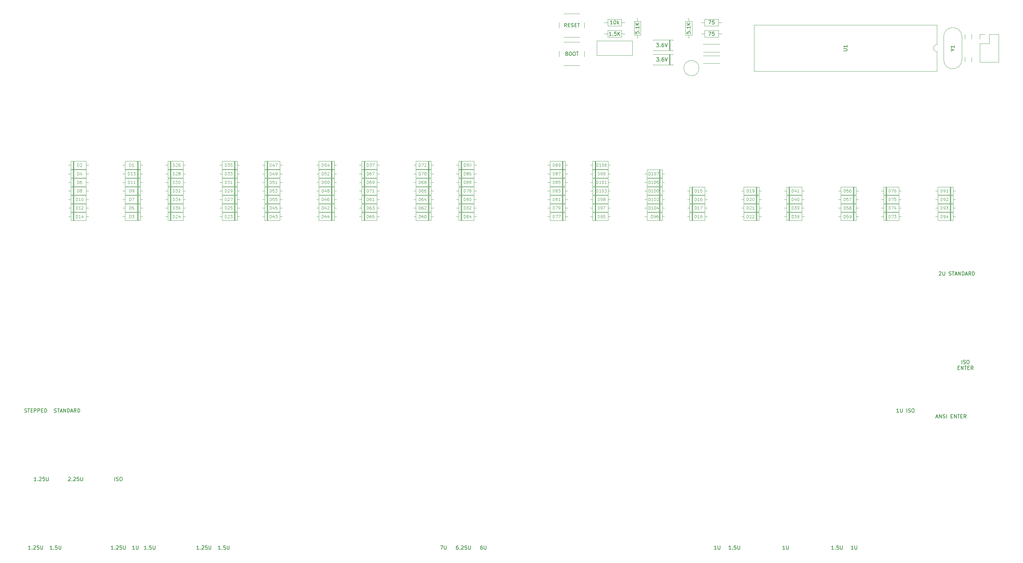
<source format=gbr>
%TF.GenerationSoftware,KiCad,Pcbnew,(6.0.0)*%
%TF.CreationDate,2022-04-22T09:20:41+02:00*%
%TF.ProjectId,pcb,7063622e-6b69-4636-9164-5f7063625858,rev?*%
%TF.SameCoordinates,Original*%
%TF.FileFunction,Legend,Top*%
%TF.FilePolarity,Positive*%
%FSLAX46Y46*%
G04 Gerber Fmt 4.6, Leading zero omitted, Abs format (unit mm)*
G04 Created by KiCad (PCBNEW (6.0.0)) date 2022-04-22 09:20:41*
%MOMM*%
%LPD*%
G01*
G04 APERTURE LIST*
%ADD10C,0.150000*%
%ADD11C,0.120000*%
G04 APERTURE END LIST*
D10*
X144303869Y-277471130D02*
X143732440Y-277471130D01*
X144018154Y-277471130D02*
X144018154Y-276471130D01*
X143922916Y-276613988D01*
X143827678Y-276709226D01*
X143732440Y-276756845D01*
X144732440Y-277375892D02*
X144780059Y-277423511D01*
X144732440Y-277471130D01*
X144684821Y-277423511D01*
X144732440Y-277375892D01*
X144732440Y-277471130D01*
X145684821Y-276471130D02*
X145208630Y-276471130D01*
X145161011Y-276947321D01*
X145208630Y-276899702D01*
X145303869Y-276852083D01*
X145541964Y-276852083D01*
X145637202Y-276899702D01*
X145684821Y-276947321D01*
X145732440Y-277042559D01*
X145732440Y-277280654D01*
X145684821Y-277375892D01*
X145637202Y-277423511D01*
X145541964Y-277471130D01*
X145303869Y-277471130D01*
X145208630Y-277423511D01*
X145161011Y-277375892D01*
X146161011Y-276471130D02*
X146161011Y-277280654D01*
X146208630Y-277375892D01*
X146256250Y-277423511D01*
X146351488Y-277471130D01*
X146541964Y-277471130D01*
X146637202Y-277423511D01*
X146684821Y-277375892D01*
X146732440Y-277280654D01*
X146732440Y-276471130D01*
X135525000Y-258421130D02*
X135525000Y-257421130D01*
X135953571Y-258373511D02*
X136096428Y-258421130D01*
X136334523Y-258421130D01*
X136429761Y-258373511D01*
X136477380Y-258325892D01*
X136525000Y-258230654D01*
X136525000Y-258135416D01*
X136477380Y-258040178D01*
X136429761Y-257992559D01*
X136334523Y-257944940D01*
X136144047Y-257897321D01*
X136048809Y-257849702D01*
X136001190Y-257802083D01*
X135953571Y-257706845D01*
X135953571Y-257611607D01*
X136001190Y-257516369D01*
X136048809Y-257468750D01*
X136144047Y-257421130D01*
X136382142Y-257421130D01*
X136525000Y-257468750D01*
X137144047Y-257421130D02*
X137334523Y-257421130D01*
X137429761Y-257468750D01*
X137525000Y-257563988D01*
X137572619Y-257754464D01*
X137572619Y-258087797D01*
X137525000Y-258278273D01*
X137429761Y-258373511D01*
X137334523Y-258421130D01*
X137144047Y-258421130D01*
X137048809Y-258373511D01*
X136953571Y-258278273D01*
X136905952Y-258087797D01*
X136905952Y-257754464D01*
X136953571Y-257563988D01*
X137048809Y-257468750D01*
X137144047Y-257421130D01*
X141049404Y-277471130D02*
X140477976Y-277471130D01*
X140763690Y-277471130D02*
X140763690Y-276471130D01*
X140668452Y-276613988D01*
X140573214Y-276709226D01*
X140477976Y-276756845D01*
X141477976Y-276471130D02*
X141477976Y-277280654D01*
X141525595Y-277375892D01*
X141573214Y-277423511D01*
X141668452Y-277471130D01*
X141858928Y-277471130D01*
X141954166Y-277423511D01*
X142001785Y-277375892D01*
X142049404Y-277280654D01*
X142049404Y-276471130D01*
X158908928Y-277471130D02*
X158337500Y-277471130D01*
X158623214Y-277471130D02*
X158623214Y-276471130D01*
X158527976Y-276613988D01*
X158432738Y-276709226D01*
X158337500Y-276756845D01*
X159337500Y-277375892D02*
X159385119Y-277423511D01*
X159337500Y-277471130D01*
X159289880Y-277423511D01*
X159337500Y-277375892D01*
X159337500Y-277471130D01*
X159766071Y-276566369D02*
X159813690Y-276518750D01*
X159908928Y-276471130D01*
X160147023Y-276471130D01*
X160242261Y-276518750D01*
X160289880Y-276566369D01*
X160337500Y-276661607D01*
X160337500Y-276756845D01*
X160289880Y-276899702D01*
X159718452Y-277471130D01*
X160337500Y-277471130D01*
X161242261Y-276471130D02*
X160766071Y-276471130D01*
X160718452Y-276947321D01*
X160766071Y-276899702D01*
X160861309Y-276852083D01*
X161099404Y-276852083D01*
X161194642Y-276899702D01*
X161242261Y-276947321D01*
X161289880Y-277042559D01*
X161289880Y-277280654D01*
X161242261Y-277375892D01*
X161194642Y-277423511D01*
X161099404Y-277471130D01*
X160861309Y-277471130D01*
X160766071Y-277423511D01*
X160718452Y-277375892D01*
X161718452Y-276471130D02*
X161718452Y-277280654D01*
X161766071Y-277375892D01*
X161813690Y-277423511D01*
X161908928Y-277471130D01*
X162099404Y-277471130D01*
X162194642Y-277423511D01*
X162242261Y-277375892D01*
X162289880Y-277280654D01*
X162289880Y-276471130D01*
X302974404Y-277471130D02*
X302402976Y-277471130D01*
X302688690Y-277471130D02*
X302688690Y-276471130D01*
X302593452Y-276613988D01*
X302498214Y-276709226D01*
X302402976Y-276756845D01*
X303402976Y-276471130D02*
X303402976Y-277280654D01*
X303450595Y-277375892D01*
X303498214Y-277423511D01*
X303593452Y-277471130D01*
X303783928Y-277471130D01*
X303879166Y-277423511D01*
X303926785Y-277375892D01*
X303974404Y-277280654D01*
X303974404Y-276471130D01*
X122618750Y-257516369D02*
X122666369Y-257468750D01*
X122761607Y-257421130D01*
X122999702Y-257421130D01*
X123094940Y-257468750D01*
X123142559Y-257516369D01*
X123190178Y-257611607D01*
X123190178Y-257706845D01*
X123142559Y-257849702D01*
X122571130Y-258421130D01*
X123190178Y-258421130D01*
X123618750Y-258325892D02*
X123666369Y-258373511D01*
X123618750Y-258421130D01*
X123571130Y-258373511D01*
X123618750Y-258325892D01*
X123618750Y-258421130D01*
X124047321Y-257516369D02*
X124094940Y-257468750D01*
X124190178Y-257421130D01*
X124428273Y-257421130D01*
X124523511Y-257468750D01*
X124571130Y-257516369D01*
X124618750Y-257611607D01*
X124618750Y-257706845D01*
X124571130Y-257849702D01*
X123999702Y-258421130D01*
X124618750Y-258421130D01*
X125523511Y-257421130D02*
X125047321Y-257421130D01*
X124999702Y-257897321D01*
X125047321Y-257849702D01*
X125142559Y-257802083D01*
X125380654Y-257802083D01*
X125475892Y-257849702D01*
X125523511Y-257897321D01*
X125571130Y-257992559D01*
X125571130Y-258230654D01*
X125523511Y-258325892D01*
X125475892Y-258373511D01*
X125380654Y-258421130D01*
X125142559Y-258421130D01*
X125047321Y-258373511D01*
X124999702Y-258325892D01*
X125999702Y-257421130D02*
X125999702Y-258230654D01*
X126047321Y-258325892D01*
X126094940Y-258373511D01*
X126190178Y-258421130D01*
X126380654Y-258421130D01*
X126475892Y-258373511D01*
X126523511Y-258325892D01*
X126571130Y-258230654D01*
X126571130Y-257421130D01*
X322024404Y-277471130D02*
X321452976Y-277471130D01*
X321738690Y-277471130D02*
X321738690Y-276471130D01*
X321643452Y-276613988D01*
X321548214Y-276709226D01*
X321452976Y-276756845D01*
X322452976Y-276471130D02*
X322452976Y-277280654D01*
X322500595Y-277375892D01*
X322548214Y-277423511D01*
X322643452Y-277471130D01*
X322833928Y-277471130D01*
X322929166Y-277423511D01*
X322976785Y-277375892D01*
X323024404Y-277280654D01*
X323024404Y-276471130D01*
X226155357Y-276471130D02*
X226822023Y-276471130D01*
X226393452Y-277471130D01*
X227202976Y-276471130D02*
X227202976Y-277280654D01*
X227250595Y-277375892D01*
X227298214Y-277423511D01*
X227393452Y-277471130D01*
X227583928Y-277471130D01*
X227679166Y-277423511D01*
X227726785Y-277375892D01*
X227774404Y-277280654D01*
X227774404Y-276471130D01*
X335597619Y-277471130D02*
X335026190Y-277471130D01*
X335311904Y-277471130D02*
X335311904Y-276471130D01*
X335216666Y-276613988D01*
X335121428Y-276709226D01*
X335026190Y-276756845D01*
X336026190Y-277375892D02*
X336073809Y-277423511D01*
X336026190Y-277471130D01*
X335978571Y-277423511D01*
X336026190Y-277375892D01*
X336026190Y-277471130D01*
X336978571Y-276471130D02*
X336502380Y-276471130D01*
X336454761Y-276947321D01*
X336502380Y-276899702D01*
X336597619Y-276852083D01*
X336835714Y-276852083D01*
X336930952Y-276899702D01*
X336978571Y-276947321D01*
X337026190Y-277042559D01*
X337026190Y-277280654D01*
X336978571Y-277375892D01*
X336930952Y-277423511D01*
X336835714Y-277471130D01*
X336597619Y-277471130D01*
X336502380Y-277423511D01*
X336454761Y-277375892D01*
X337454761Y-276471130D02*
X337454761Y-277280654D01*
X337502380Y-277375892D01*
X337550000Y-277423511D01*
X337645238Y-277471130D01*
X337835714Y-277471130D01*
X337930952Y-277423511D01*
X337978571Y-277375892D01*
X338026190Y-277280654D01*
X338026190Y-276471130D01*
X164941369Y-277471130D02*
X164369940Y-277471130D01*
X164655654Y-277471130D02*
X164655654Y-276471130D01*
X164560416Y-276613988D01*
X164465178Y-276709226D01*
X164369940Y-276756845D01*
X165369940Y-277375892D02*
X165417559Y-277423511D01*
X165369940Y-277471130D01*
X165322321Y-277423511D01*
X165369940Y-277375892D01*
X165369940Y-277471130D01*
X166322321Y-276471130D02*
X165846130Y-276471130D01*
X165798511Y-276947321D01*
X165846130Y-276899702D01*
X165941369Y-276852083D01*
X166179464Y-276852083D01*
X166274702Y-276899702D01*
X166322321Y-276947321D01*
X166369940Y-277042559D01*
X166369940Y-277280654D01*
X166322321Y-277375892D01*
X166274702Y-277423511D01*
X166179464Y-277471130D01*
X165941369Y-277471130D01*
X165846130Y-277423511D01*
X165798511Y-277375892D01*
X166798511Y-276471130D02*
X166798511Y-277280654D01*
X166846130Y-277375892D01*
X166893750Y-277423511D01*
X166988988Y-277471130D01*
X167179464Y-277471130D01*
X167274702Y-277423511D01*
X167322321Y-277375892D01*
X167369940Y-277280654D01*
X167369940Y-276471130D01*
X341074404Y-277471130D02*
X340502976Y-277471130D01*
X340788690Y-277471130D02*
X340788690Y-276471130D01*
X340693452Y-276613988D01*
X340598214Y-276709226D01*
X340502976Y-276756845D01*
X341502976Y-276471130D02*
X341502976Y-277280654D01*
X341550595Y-277375892D01*
X341598214Y-277423511D01*
X341693452Y-277471130D01*
X341883928Y-277471130D01*
X341979166Y-277423511D01*
X342026785Y-277375892D01*
X342074404Y-277280654D01*
X342074404Y-276471130D01*
X110434821Y-239323511D02*
X110577678Y-239371130D01*
X110815773Y-239371130D01*
X110911011Y-239323511D01*
X110958630Y-239275892D01*
X111006250Y-239180654D01*
X111006250Y-239085416D01*
X110958630Y-238990178D01*
X110911011Y-238942559D01*
X110815773Y-238894940D01*
X110625297Y-238847321D01*
X110530059Y-238799702D01*
X110482440Y-238752083D01*
X110434821Y-238656845D01*
X110434821Y-238561607D01*
X110482440Y-238466369D01*
X110530059Y-238418750D01*
X110625297Y-238371130D01*
X110863392Y-238371130D01*
X111006250Y-238418750D01*
X111291964Y-238371130D02*
X111863392Y-238371130D01*
X111577678Y-239371130D02*
X111577678Y-238371130D01*
X112196726Y-238847321D02*
X112530059Y-238847321D01*
X112672916Y-239371130D02*
X112196726Y-239371130D01*
X112196726Y-238371130D01*
X112672916Y-238371130D01*
X113101488Y-239371130D02*
X113101488Y-238371130D01*
X113482440Y-238371130D01*
X113577678Y-238418750D01*
X113625297Y-238466369D01*
X113672916Y-238561607D01*
X113672916Y-238704464D01*
X113625297Y-238799702D01*
X113577678Y-238847321D01*
X113482440Y-238894940D01*
X113101488Y-238894940D01*
X114101488Y-239371130D02*
X114101488Y-238371130D01*
X114482440Y-238371130D01*
X114577678Y-238418750D01*
X114625297Y-238466369D01*
X114672916Y-238561607D01*
X114672916Y-238704464D01*
X114625297Y-238799702D01*
X114577678Y-238847321D01*
X114482440Y-238894940D01*
X114101488Y-238894940D01*
X115101488Y-238847321D02*
X115434821Y-238847321D01*
X115577678Y-239371130D02*
X115101488Y-239371130D01*
X115101488Y-238371130D01*
X115577678Y-238371130D01*
X116006250Y-239371130D02*
X116006250Y-238371130D01*
X116244345Y-238371130D01*
X116387202Y-238418750D01*
X116482440Y-238513988D01*
X116530059Y-238609226D01*
X116577678Y-238799702D01*
X116577678Y-238942559D01*
X116530059Y-239133035D01*
X116482440Y-239228273D01*
X116387202Y-239323511D01*
X116244345Y-239371130D01*
X116006250Y-239371130D01*
X364133333Y-240672916D02*
X364609523Y-240672916D01*
X364038095Y-240958630D02*
X364371428Y-239958630D01*
X364704761Y-240958630D01*
X365038095Y-240958630D02*
X365038095Y-239958630D01*
X365609523Y-240958630D01*
X365609523Y-239958630D01*
X366038095Y-240911011D02*
X366180952Y-240958630D01*
X366419047Y-240958630D01*
X366514285Y-240911011D01*
X366561904Y-240863392D01*
X366609523Y-240768154D01*
X366609523Y-240672916D01*
X366561904Y-240577678D01*
X366514285Y-240530059D01*
X366419047Y-240482440D01*
X366228571Y-240434821D01*
X366133333Y-240387202D01*
X366085714Y-240339583D01*
X366038095Y-240244345D01*
X366038095Y-240149107D01*
X366085714Y-240053869D01*
X366133333Y-240006250D01*
X366228571Y-239958630D01*
X366466666Y-239958630D01*
X366609523Y-240006250D01*
X367038095Y-240958630D02*
X367038095Y-239958630D01*
X368276190Y-240434821D02*
X368609523Y-240434821D01*
X368752380Y-240958630D02*
X368276190Y-240958630D01*
X368276190Y-239958630D01*
X368752380Y-239958630D01*
X369180952Y-240958630D02*
X369180952Y-239958630D01*
X369752380Y-240958630D01*
X369752380Y-239958630D01*
X370085714Y-239958630D02*
X370657142Y-239958630D01*
X370371428Y-240958630D02*
X370371428Y-239958630D01*
X370990476Y-240434821D02*
X371323809Y-240434821D01*
X371466666Y-240958630D02*
X370990476Y-240958630D01*
X370990476Y-239958630D01*
X371466666Y-239958630D01*
X372466666Y-240958630D02*
X372133333Y-240482440D01*
X371895238Y-240958630D02*
X371895238Y-239958630D01*
X372276190Y-239958630D01*
X372371428Y-240006250D01*
X372419047Y-240053869D01*
X372466666Y-240149107D01*
X372466666Y-240291964D01*
X372419047Y-240387202D01*
X372371428Y-240434821D01*
X372276190Y-240482440D01*
X371895238Y-240482440D01*
X364958928Y-200366369D02*
X365006547Y-200318750D01*
X365101785Y-200271130D01*
X365339880Y-200271130D01*
X365435119Y-200318750D01*
X365482738Y-200366369D01*
X365530357Y-200461607D01*
X365530357Y-200556845D01*
X365482738Y-200699702D01*
X364911309Y-201271130D01*
X365530357Y-201271130D01*
X365958928Y-200271130D02*
X365958928Y-201080654D01*
X366006547Y-201175892D01*
X366054166Y-201223511D01*
X366149404Y-201271130D01*
X366339880Y-201271130D01*
X366435119Y-201223511D01*
X366482738Y-201175892D01*
X366530357Y-201080654D01*
X366530357Y-200271130D01*
X367720833Y-201223511D02*
X367863690Y-201271130D01*
X368101785Y-201271130D01*
X368197023Y-201223511D01*
X368244642Y-201175892D01*
X368292261Y-201080654D01*
X368292261Y-200985416D01*
X368244642Y-200890178D01*
X368197023Y-200842559D01*
X368101785Y-200794940D01*
X367911309Y-200747321D01*
X367816071Y-200699702D01*
X367768452Y-200652083D01*
X367720833Y-200556845D01*
X367720833Y-200461607D01*
X367768452Y-200366369D01*
X367816071Y-200318750D01*
X367911309Y-200271130D01*
X368149404Y-200271130D01*
X368292261Y-200318750D01*
X368577976Y-200271130D02*
X369149404Y-200271130D01*
X368863690Y-201271130D02*
X368863690Y-200271130D01*
X369435119Y-200985416D02*
X369911309Y-200985416D01*
X369339880Y-201271130D02*
X369673214Y-200271130D01*
X370006547Y-201271130D01*
X370339880Y-201271130D02*
X370339880Y-200271130D01*
X370911309Y-201271130D01*
X370911309Y-200271130D01*
X371387500Y-201271130D02*
X371387500Y-200271130D01*
X371625595Y-200271130D01*
X371768452Y-200318750D01*
X371863690Y-200413988D01*
X371911309Y-200509226D01*
X371958928Y-200699702D01*
X371958928Y-200842559D01*
X371911309Y-201033035D01*
X371863690Y-201128273D01*
X371768452Y-201223511D01*
X371625595Y-201271130D01*
X371387500Y-201271130D01*
X372339880Y-200985416D02*
X372816071Y-200985416D01*
X372244642Y-201271130D02*
X372577976Y-200271130D01*
X372911309Y-201271130D01*
X373816071Y-201271130D02*
X373482738Y-200794940D01*
X373244642Y-201271130D02*
X373244642Y-200271130D01*
X373625595Y-200271130D01*
X373720833Y-200318750D01*
X373768452Y-200366369D01*
X373816071Y-200461607D01*
X373816071Y-200604464D01*
X373768452Y-200699702D01*
X373720833Y-200747321D01*
X373625595Y-200794940D01*
X373244642Y-200794940D01*
X374244642Y-201271130D02*
X374244642Y-200271130D01*
X374482738Y-200271130D01*
X374625595Y-200318750D01*
X374720833Y-200413988D01*
X374768452Y-200509226D01*
X374816071Y-200699702D01*
X374816071Y-200842559D01*
X374768452Y-201033035D01*
X374720833Y-201128273D01*
X374625595Y-201223511D01*
X374482738Y-201271130D01*
X374244642Y-201271130D01*
X307022619Y-277471130D02*
X306451190Y-277471130D01*
X306736904Y-277471130D02*
X306736904Y-276471130D01*
X306641666Y-276613988D01*
X306546428Y-276709226D01*
X306451190Y-276756845D01*
X307451190Y-277375892D02*
X307498809Y-277423511D01*
X307451190Y-277471130D01*
X307403571Y-277423511D01*
X307451190Y-277375892D01*
X307451190Y-277471130D01*
X308403571Y-276471130D02*
X307927380Y-276471130D01*
X307879761Y-276947321D01*
X307927380Y-276899702D01*
X308022619Y-276852083D01*
X308260714Y-276852083D01*
X308355952Y-276899702D01*
X308403571Y-276947321D01*
X308451190Y-277042559D01*
X308451190Y-277280654D01*
X308403571Y-277375892D01*
X308355952Y-277423511D01*
X308260714Y-277471130D01*
X308022619Y-277471130D01*
X307927380Y-277423511D01*
X307879761Y-277375892D01*
X308879761Y-276471130D02*
X308879761Y-277280654D01*
X308927380Y-277375892D01*
X308975000Y-277423511D01*
X309070238Y-277471130D01*
X309260714Y-277471130D01*
X309355952Y-277423511D01*
X309403571Y-277375892D01*
X309451190Y-277280654D01*
X309451190Y-276471130D01*
X118110119Y-277471130D02*
X117538690Y-277471130D01*
X117824404Y-277471130D02*
X117824404Y-276471130D01*
X117729166Y-276613988D01*
X117633928Y-276709226D01*
X117538690Y-276756845D01*
X118538690Y-277375892D02*
X118586309Y-277423511D01*
X118538690Y-277471130D01*
X118491071Y-277423511D01*
X118538690Y-277375892D01*
X118538690Y-277471130D01*
X119491071Y-276471130D02*
X119014880Y-276471130D01*
X118967261Y-276947321D01*
X119014880Y-276899702D01*
X119110119Y-276852083D01*
X119348214Y-276852083D01*
X119443452Y-276899702D01*
X119491071Y-276947321D01*
X119538690Y-277042559D01*
X119538690Y-277280654D01*
X119491071Y-277375892D01*
X119443452Y-277423511D01*
X119348214Y-277471130D01*
X119110119Y-277471130D01*
X119014880Y-277423511D01*
X118967261Y-277375892D01*
X119967261Y-276471130D02*
X119967261Y-277280654D01*
X120014880Y-277375892D01*
X120062500Y-277423511D01*
X120157738Y-277471130D01*
X120348214Y-277471130D01*
X120443452Y-277423511D01*
X120491071Y-277375892D01*
X120538690Y-277280654D01*
X120538690Y-276471130D01*
X113665178Y-258421130D02*
X113093750Y-258421130D01*
X113379464Y-258421130D02*
X113379464Y-257421130D01*
X113284226Y-257563988D01*
X113188988Y-257659226D01*
X113093750Y-257706845D01*
X114093750Y-258325892D02*
X114141369Y-258373511D01*
X114093750Y-258421130D01*
X114046130Y-258373511D01*
X114093750Y-258325892D01*
X114093750Y-258421130D01*
X114522321Y-257516369D02*
X114569940Y-257468750D01*
X114665178Y-257421130D01*
X114903273Y-257421130D01*
X114998511Y-257468750D01*
X115046130Y-257516369D01*
X115093750Y-257611607D01*
X115093750Y-257706845D01*
X115046130Y-257849702D01*
X114474702Y-258421130D01*
X115093750Y-258421130D01*
X115998511Y-257421130D02*
X115522321Y-257421130D01*
X115474702Y-257897321D01*
X115522321Y-257849702D01*
X115617559Y-257802083D01*
X115855654Y-257802083D01*
X115950892Y-257849702D01*
X115998511Y-257897321D01*
X116046130Y-257992559D01*
X116046130Y-258230654D01*
X115998511Y-258325892D01*
X115950892Y-258373511D01*
X115855654Y-258421130D01*
X115617559Y-258421130D01*
X115522321Y-258373511D01*
X115474702Y-258325892D01*
X116474702Y-257421130D02*
X116474702Y-258230654D01*
X116522321Y-258325892D01*
X116569940Y-258373511D01*
X116665178Y-258421130D01*
X116855654Y-258421130D01*
X116950892Y-258373511D01*
X116998511Y-258325892D01*
X117046130Y-258230654D01*
X117046130Y-257421130D01*
X231044940Y-276471130D02*
X230854464Y-276471130D01*
X230759226Y-276518750D01*
X230711607Y-276566369D01*
X230616369Y-276709226D01*
X230568750Y-276899702D01*
X230568750Y-277280654D01*
X230616369Y-277375892D01*
X230663988Y-277423511D01*
X230759226Y-277471130D01*
X230949702Y-277471130D01*
X231044940Y-277423511D01*
X231092559Y-277375892D01*
X231140178Y-277280654D01*
X231140178Y-277042559D01*
X231092559Y-276947321D01*
X231044940Y-276899702D01*
X230949702Y-276852083D01*
X230759226Y-276852083D01*
X230663988Y-276899702D01*
X230616369Y-276947321D01*
X230568750Y-277042559D01*
X231568750Y-277375892D02*
X231616369Y-277423511D01*
X231568750Y-277471130D01*
X231521130Y-277423511D01*
X231568750Y-277375892D01*
X231568750Y-277471130D01*
X231997321Y-276566369D02*
X232044940Y-276518750D01*
X232140178Y-276471130D01*
X232378273Y-276471130D01*
X232473511Y-276518750D01*
X232521130Y-276566369D01*
X232568750Y-276661607D01*
X232568750Y-276756845D01*
X232521130Y-276899702D01*
X231949702Y-277471130D01*
X232568750Y-277471130D01*
X233473511Y-276471130D02*
X232997321Y-276471130D01*
X232949702Y-276947321D01*
X232997321Y-276899702D01*
X233092559Y-276852083D01*
X233330654Y-276852083D01*
X233425892Y-276899702D01*
X233473511Y-276947321D01*
X233521130Y-277042559D01*
X233521130Y-277280654D01*
X233473511Y-277375892D01*
X233425892Y-277423511D01*
X233330654Y-277471130D01*
X233092559Y-277471130D01*
X232997321Y-277423511D01*
X232949702Y-277375892D01*
X233949702Y-276471130D02*
X233949702Y-277280654D01*
X233997321Y-277375892D01*
X234044940Y-277423511D01*
X234140178Y-277471130D01*
X234330654Y-277471130D01*
X234425892Y-277423511D01*
X234473511Y-277375892D01*
X234521130Y-277280654D01*
X234521130Y-276471130D01*
X118689880Y-239323511D02*
X118832738Y-239371130D01*
X119070833Y-239371130D01*
X119166071Y-239323511D01*
X119213690Y-239275892D01*
X119261309Y-239180654D01*
X119261309Y-239085416D01*
X119213690Y-238990178D01*
X119166071Y-238942559D01*
X119070833Y-238894940D01*
X118880357Y-238847321D01*
X118785119Y-238799702D01*
X118737500Y-238752083D01*
X118689880Y-238656845D01*
X118689880Y-238561607D01*
X118737500Y-238466369D01*
X118785119Y-238418750D01*
X118880357Y-238371130D01*
X119118452Y-238371130D01*
X119261309Y-238418750D01*
X119547023Y-238371130D02*
X120118452Y-238371130D01*
X119832738Y-239371130D02*
X119832738Y-238371130D01*
X120404166Y-239085416D02*
X120880357Y-239085416D01*
X120308928Y-239371130D02*
X120642261Y-238371130D01*
X120975595Y-239371130D01*
X121308928Y-239371130D02*
X121308928Y-238371130D01*
X121880357Y-239371130D01*
X121880357Y-238371130D01*
X122356547Y-239371130D02*
X122356547Y-238371130D01*
X122594642Y-238371130D01*
X122737500Y-238418750D01*
X122832738Y-238513988D01*
X122880357Y-238609226D01*
X122927976Y-238799702D01*
X122927976Y-238942559D01*
X122880357Y-239133035D01*
X122832738Y-239228273D01*
X122737500Y-239323511D01*
X122594642Y-239371130D01*
X122356547Y-239371130D01*
X123308928Y-239085416D02*
X123785119Y-239085416D01*
X123213690Y-239371130D02*
X123547023Y-238371130D01*
X123880357Y-239371130D01*
X124785119Y-239371130D02*
X124451785Y-238894940D01*
X124213690Y-239371130D02*
X124213690Y-238371130D01*
X124594642Y-238371130D01*
X124689880Y-238418750D01*
X124737500Y-238466369D01*
X124785119Y-238561607D01*
X124785119Y-238704464D01*
X124737500Y-238799702D01*
X124689880Y-238847321D01*
X124594642Y-238894940D01*
X124213690Y-238894940D01*
X125213690Y-239371130D02*
X125213690Y-238371130D01*
X125451785Y-238371130D01*
X125594642Y-238418750D01*
X125689880Y-238513988D01*
X125737500Y-238609226D01*
X125785119Y-238799702D01*
X125785119Y-238942559D01*
X125737500Y-239133035D01*
X125689880Y-239228273D01*
X125594642Y-239323511D01*
X125451785Y-239371130D01*
X125213690Y-239371130D01*
X112077678Y-277471130D02*
X111506250Y-277471130D01*
X111791964Y-277471130D02*
X111791964Y-276471130D01*
X111696726Y-276613988D01*
X111601488Y-276709226D01*
X111506250Y-276756845D01*
X112506250Y-277375892D02*
X112553869Y-277423511D01*
X112506250Y-277471130D01*
X112458630Y-277423511D01*
X112506250Y-277375892D01*
X112506250Y-277471130D01*
X112934821Y-276566369D02*
X112982440Y-276518750D01*
X113077678Y-276471130D01*
X113315773Y-276471130D01*
X113411011Y-276518750D01*
X113458630Y-276566369D01*
X113506250Y-276661607D01*
X113506250Y-276756845D01*
X113458630Y-276899702D01*
X112887202Y-277471130D01*
X113506250Y-277471130D01*
X114411011Y-276471130D02*
X113934821Y-276471130D01*
X113887202Y-276947321D01*
X113934821Y-276899702D01*
X114030059Y-276852083D01*
X114268154Y-276852083D01*
X114363392Y-276899702D01*
X114411011Y-276947321D01*
X114458630Y-277042559D01*
X114458630Y-277280654D01*
X114411011Y-277375892D01*
X114363392Y-277423511D01*
X114268154Y-277471130D01*
X114030059Y-277471130D01*
X113934821Y-277423511D01*
X113887202Y-277375892D01*
X114887202Y-276471130D02*
X114887202Y-277280654D01*
X114934821Y-277375892D01*
X114982440Y-277423511D01*
X115077678Y-277471130D01*
X115268154Y-277471130D01*
X115363392Y-277423511D01*
X115411011Y-277375892D01*
X115458630Y-277280654D01*
X115458630Y-276471130D01*
X135096428Y-277471130D02*
X134525000Y-277471130D01*
X134810714Y-277471130D02*
X134810714Y-276471130D01*
X134715476Y-276613988D01*
X134620238Y-276709226D01*
X134525000Y-276756845D01*
X135525000Y-277375892D02*
X135572619Y-277423511D01*
X135525000Y-277471130D01*
X135477380Y-277423511D01*
X135525000Y-277375892D01*
X135525000Y-277471130D01*
X135953571Y-276566369D02*
X136001190Y-276518750D01*
X136096428Y-276471130D01*
X136334523Y-276471130D01*
X136429761Y-276518750D01*
X136477380Y-276566369D01*
X136525000Y-276661607D01*
X136525000Y-276756845D01*
X136477380Y-276899702D01*
X135905952Y-277471130D01*
X136525000Y-277471130D01*
X137429761Y-276471130D02*
X136953571Y-276471130D01*
X136905952Y-276947321D01*
X136953571Y-276899702D01*
X137048809Y-276852083D01*
X137286904Y-276852083D01*
X137382142Y-276899702D01*
X137429761Y-276947321D01*
X137477380Y-277042559D01*
X137477380Y-277280654D01*
X137429761Y-277375892D01*
X137382142Y-277423511D01*
X137286904Y-277471130D01*
X137048809Y-277471130D01*
X136953571Y-277423511D01*
X136905952Y-277375892D01*
X137905952Y-276471130D02*
X137905952Y-277280654D01*
X137953571Y-277375892D01*
X138001190Y-277423511D01*
X138096428Y-277471130D01*
X138286904Y-277471130D01*
X138382142Y-277423511D01*
X138429761Y-277375892D01*
X138477380Y-277280654D01*
X138477380Y-276471130D01*
X353742857Y-239371130D02*
X353171428Y-239371130D01*
X353457142Y-239371130D02*
X353457142Y-238371130D01*
X353361904Y-238513988D01*
X353266666Y-238609226D01*
X353171428Y-238656845D01*
X354171428Y-238371130D02*
X354171428Y-239180654D01*
X354219047Y-239275892D01*
X354266666Y-239323511D01*
X354361904Y-239371130D01*
X354552380Y-239371130D01*
X354647619Y-239323511D01*
X354695238Y-239275892D01*
X354742857Y-239180654D01*
X354742857Y-238371130D01*
X355980952Y-239371130D02*
X355980952Y-238371130D01*
X356409523Y-239323511D02*
X356552380Y-239371130D01*
X356790476Y-239371130D01*
X356885714Y-239323511D01*
X356933333Y-239275892D01*
X356980952Y-239180654D01*
X356980952Y-239085416D01*
X356933333Y-238990178D01*
X356885714Y-238942559D01*
X356790476Y-238894940D01*
X356600000Y-238847321D01*
X356504761Y-238799702D01*
X356457142Y-238752083D01*
X356409523Y-238656845D01*
X356409523Y-238561607D01*
X356457142Y-238466369D01*
X356504761Y-238418750D01*
X356600000Y-238371130D01*
X356838095Y-238371130D01*
X356980952Y-238418750D01*
X357600000Y-238371130D02*
X357790476Y-238371130D01*
X357885714Y-238418750D01*
X357980952Y-238513988D01*
X358028571Y-238704464D01*
X358028571Y-239037797D01*
X357980952Y-239228273D01*
X357885714Y-239323511D01*
X357790476Y-239371130D01*
X357600000Y-239371130D01*
X357504761Y-239323511D01*
X357409523Y-239228273D01*
X357361904Y-239037797D01*
X357361904Y-238704464D01*
X357409523Y-238513988D01*
X357504761Y-238418750D01*
X357600000Y-238371130D01*
X371268750Y-225866130D02*
X371268750Y-224866130D01*
X371697321Y-225818511D02*
X371840178Y-225866130D01*
X372078273Y-225866130D01*
X372173511Y-225818511D01*
X372221130Y-225770892D01*
X372268750Y-225675654D01*
X372268750Y-225580416D01*
X372221130Y-225485178D01*
X372173511Y-225437559D01*
X372078273Y-225389940D01*
X371887797Y-225342321D01*
X371792559Y-225294702D01*
X371744940Y-225247083D01*
X371697321Y-225151845D01*
X371697321Y-225056607D01*
X371744940Y-224961369D01*
X371792559Y-224913750D01*
X371887797Y-224866130D01*
X372125892Y-224866130D01*
X372268750Y-224913750D01*
X372887797Y-224866130D02*
X373078273Y-224866130D01*
X373173511Y-224913750D01*
X373268750Y-225008988D01*
X373316369Y-225199464D01*
X373316369Y-225532797D01*
X373268750Y-225723273D01*
X373173511Y-225818511D01*
X373078273Y-225866130D01*
X372887797Y-225866130D01*
X372792559Y-225818511D01*
X372697321Y-225723273D01*
X372649702Y-225532797D01*
X372649702Y-225199464D01*
X372697321Y-225008988D01*
X372792559Y-224913750D01*
X372887797Y-224866130D01*
X370197321Y-226952321D02*
X370530654Y-226952321D01*
X370673511Y-227476130D02*
X370197321Y-227476130D01*
X370197321Y-226476130D01*
X370673511Y-226476130D01*
X371102083Y-227476130D02*
X371102083Y-226476130D01*
X371673511Y-227476130D01*
X371673511Y-226476130D01*
X372006845Y-226476130D02*
X372578273Y-226476130D01*
X372292559Y-227476130D02*
X372292559Y-226476130D01*
X372911607Y-226952321D02*
X373244940Y-226952321D01*
X373387797Y-227476130D02*
X372911607Y-227476130D01*
X372911607Y-226476130D01*
X373387797Y-226476130D01*
X374387797Y-227476130D02*
X374054464Y-226999940D01*
X373816369Y-227476130D02*
X373816369Y-226476130D01*
X374197321Y-226476130D01*
X374292559Y-226523750D01*
X374340178Y-226571369D01*
X374387797Y-226666607D01*
X374387797Y-226809464D01*
X374340178Y-226904702D01*
X374292559Y-226952321D01*
X374197321Y-226999940D01*
X373816369Y-226999940D01*
X237791666Y-276471130D02*
X237601190Y-276471130D01*
X237505952Y-276518750D01*
X237458333Y-276566369D01*
X237363095Y-276709226D01*
X237315476Y-276899702D01*
X237315476Y-277280654D01*
X237363095Y-277375892D01*
X237410714Y-277423511D01*
X237505952Y-277471130D01*
X237696428Y-277471130D01*
X237791666Y-277423511D01*
X237839285Y-277375892D01*
X237886904Y-277280654D01*
X237886904Y-277042559D01*
X237839285Y-276947321D01*
X237791666Y-276899702D01*
X237696428Y-276852083D01*
X237505952Y-276852083D01*
X237410714Y-276899702D01*
X237363095Y-276947321D01*
X237315476Y-277042559D01*
X238315476Y-276471130D02*
X238315476Y-277280654D01*
X238363095Y-277375892D01*
X238410714Y-277423511D01*
X238505952Y-277471130D01*
X238696428Y-277471130D01*
X238791666Y-277423511D01*
X238839285Y-277375892D01*
X238886904Y-277280654D01*
X238886904Y-276471130D01*
D11*
%TO.C,D104*%
X284097619Y-182924404D02*
X284097619Y-182124404D01*
X284288095Y-182124404D01*
X284402380Y-182162500D01*
X284478571Y-182238690D01*
X284516666Y-182314880D01*
X284554761Y-182467261D01*
X284554761Y-182581547D01*
X284516666Y-182733928D01*
X284478571Y-182810119D01*
X284402380Y-182886309D01*
X284288095Y-182924404D01*
X284097619Y-182924404D01*
X285316666Y-182924404D02*
X284859523Y-182924404D01*
X285088095Y-182924404D02*
X285088095Y-182124404D01*
X285011904Y-182238690D01*
X284935714Y-182314880D01*
X284859523Y-182352976D01*
X285811904Y-182124404D02*
X285888095Y-182124404D01*
X285964285Y-182162500D01*
X286002380Y-182200595D01*
X286040476Y-182276785D01*
X286078571Y-182429166D01*
X286078571Y-182619642D01*
X286040476Y-182772023D01*
X286002380Y-182848214D01*
X285964285Y-182886309D01*
X285888095Y-182924404D01*
X285811904Y-182924404D01*
X285735714Y-182886309D01*
X285697619Y-182848214D01*
X285659523Y-182772023D01*
X285621428Y-182619642D01*
X285621428Y-182429166D01*
X285659523Y-182276785D01*
X285697619Y-182200595D01*
X285735714Y-182162500D01*
X285811904Y-182124404D01*
X286764285Y-182391071D02*
X286764285Y-182924404D01*
X286573809Y-182086309D02*
X286383333Y-182657738D01*
X286878571Y-182657738D01*
%TO.C,D14*%
X124741071Y-185305654D02*
X124741071Y-184505654D01*
X124931547Y-184505654D01*
X125045833Y-184543750D01*
X125122023Y-184619940D01*
X125160119Y-184696130D01*
X125198214Y-184848511D01*
X125198214Y-184962797D01*
X125160119Y-185115178D01*
X125122023Y-185191369D01*
X125045833Y-185267559D01*
X124931547Y-185305654D01*
X124741071Y-185305654D01*
X125960119Y-185305654D02*
X125502976Y-185305654D01*
X125731547Y-185305654D02*
X125731547Y-184505654D01*
X125655357Y-184619940D01*
X125579166Y-184696130D01*
X125502976Y-184734226D01*
X126645833Y-184772321D02*
X126645833Y-185305654D01*
X126455357Y-184467559D02*
X126264880Y-185038988D01*
X126760119Y-185038988D01*
%TO.C,D79*%
X257491071Y-182924404D02*
X257491071Y-182124404D01*
X257681547Y-182124404D01*
X257795833Y-182162500D01*
X257872023Y-182238690D01*
X257910119Y-182314880D01*
X257948214Y-182467261D01*
X257948214Y-182581547D01*
X257910119Y-182733928D01*
X257872023Y-182810119D01*
X257795833Y-182886309D01*
X257681547Y-182924404D01*
X257491071Y-182924404D01*
X258214880Y-182124404D02*
X258748214Y-182124404D01*
X258405357Y-182924404D01*
X259091071Y-182924404D02*
X259243452Y-182924404D01*
X259319642Y-182886309D01*
X259357738Y-182848214D01*
X259433928Y-182733928D01*
X259472023Y-182581547D01*
X259472023Y-182276785D01*
X259433928Y-182200595D01*
X259395833Y-182162500D01*
X259319642Y-182124404D01*
X259167261Y-182124404D01*
X259091071Y-182162500D01*
X259052976Y-182200595D01*
X259014880Y-182276785D01*
X259014880Y-182467261D01*
X259052976Y-182543452D01*
X259091071Y-182581547D01*
X259167261Y-182619642D01*
X259319642Y-182619642D01*
X259395833Y-182581547D01*
X259433928Y-182543452D01*
X259472023Y-182467261D01*
%TO.C,D75*%
X350959821Y-180543154D02*
X350959821Y-179743154D01*
X351150297Y-179743154D01*
X351264583Y-179781250D01*
X351340773Y-179857440D01*
X351378869Y-179933630D01*
X351416964Y-180086011D01*
X351416964Y-180200297D01*
X351378869Y-180352678D01*
X351340773Y-180428869D01*
X351264583Y-180505059D01*
X351150297Y-180543154D01*
X350959821Y-180543154D01*
X351683630Y-179743154D02*
X352216964Y-179743154D01*
X351874107Y-180543154D01*
X352902678Y-179743154D02*
X352521726Y-179743154D01*
X352483630Y-180124107D01*
X352521726Y-180086011D01*
X352597916Y-180047916D01*
X352788392Y-180047916D01*
X352864583Y-180086011D01*
X352902678Y-180124107D01*
X352940773Y-180200297D01*
X352940773Y-180390773D01*
X352902678Y-180466964D01*
X352864583Y-180505059D01*
X352788392Y-180543154D01*
X352597916Y-180543154D01*
X352521726Y-180505059D01*
X352483630Y-180466964D01*
%TO.C,D62*%
X220184821Y-182924404D02*
X220184821Y-182124404D01*
X220375297Y-182124404D01*
X220489583Y-182162500D01*
X220565773Y-182238690D01*
X220603869Y-182314880D01*
X220641964Y-182467261D01*
X220641964Y-182581547D01*
X220603869Y-182733928D01*
X220565773Y-182810119D01*
X220489583Y-182886309D01*
X220375297Y-182924404D01*
X220184821Y-182924404D01*
X221327678Y-182124404D02*
X221175297Y-182124404D01*
X221099107Y-182162500D01*
X221061011Y-182200595D01*
X220984821Y-182314880D01*
X220946726Y-182467261D01*
X220946726Y-182772023D01*
X220984821Y-182848214D01*
X221022916Y-182886309D01*
X221099107Y-182924404D01*
X221251488Y-182924404D01*
X221327678Y-182886309D01*
X221365773Y-182848214D01*
X221403869Y-182772023D01*
X221403869Y-182581547D01*
X221365773Y-182505357D01*
X221327678Y-182467261D01*
X221251488Y-182429166D01*
X221099107Y-182429166D01*
X221022916Y-182467261D01*
X220984821Y-182505357D01*
X220946726Y-182581547D01*
X221708630Y-182200595D02*
X221746726Y-182162500D01*
X221822916Y-182124404D01*
X222013392Y-182124404D01*
X222089583Y-182162500D01*
X222127678Y-182200595D01*
X222165773Y-182276785D01*
X222165773Y-182352976D01*
X222127678Y-182467261D01*
X221670535Y-182924404D01*
X222165773Y-182924404D01*
%TO.C,D30*%
X151728571Y-175780654D02*
X151728571Y-174980654D01*
X151919047Y-174980654D01*
X152033333Y-175018750D01*
X152109523Y-175094940D01*
X152147619Y-175171130D01*
X152185714Y-175323511D01*
X152185714Y-175437797D01*
X152147619Y-175590178D01*
X152109523Y-175666369D01*
X152033333Y-175742559D01*
X151919047Y-175780654D01*
X151728571Y-175780654D01*
X152452380Y-174980654D02*
X152947619Y-174980654D01*
X152680952Y-175285416D01*
X152795238Y-175285416D01*
X152871428Y-175323511D01*
X152909523Y-175361607D01*
X152947619Y-175437797D01*
X152947619Y-175628273D01*
X152909523Y-175704464D01*
X152871428Y-175742559D01*
X152795238Y-175780654D01*
X152566666Y-175780654D01*
X152490476Y-175742559D01*
X152452380Y-175704464D01*
X153442857Y-174980654D02*
X153519047Y-174980654D01*
X153595238Y-175018750D01*
X153633333Y-175056845D01*
X153671428Y-175133035D01*
X153709523Y-175285416D01*
X153709523Y-175475892D01*
X153671428Y-175628273D01*
X153633333Y-175704464D01*
X153595238Y-175742559D01*
X153519047Y-175780654D01*
X153442857Y-175780654D01*
X153366666Y-175742559D01*
X153328571Y-175704464D01*
X153290476Y-175628273D01*
X153252380Y-175475892D01*
X153252380Y-175285416D01*
X153290476Y-175133035D01*
X153328571Y-175056845D01*
X153366666Y-175018750D01*
X153442857Y-174980654D01*
%TO.C,D22*%
X311466071Y-185305654D02*
X311466071Y-184505654D01*
X311656547Y-184505654D01*
X311770833Y-184543750D01*
X311847023Y-184619940D01*
X311885119Y-184696130D01*
X311923214Y-184848511D01*
X311923214Y-184962797D01*
X311885119Y-185115178D01*
X311847023Y-185191369D01*
X311770833Y-185267559D01*
X311656547Y-185305654D01*
X311466071Y-185305654D01*
X312227976Y-184581845D02*
X312266071Y-184543750D01*
X312342261Y-184505654D01*
X312532738Y-184505654D01*
X312608928Y-184543750D01*
X312647023Y-184581845D01*
X312685119Y-184658035D01*
X312685119Y-184734226D01*
X312647023Y-184848511D01*
X312189880Y-185305654D01*
X312685119Y-185305654D01*
X312989880Y-184581845D02*
X313027976Y-184543750D01*
X313104166Y-184505654D01*
X313294642Y-184505654D01*
X313370833Y-184543750D01*
X313408928Y-184581845D01*
X313447023Y-184658035D01*
X313447023Y-184734226D01*
X313408928Y-184848511D01*
X312951785Y-185305654D01*
X313447023Y-185305654D01*
%TO.C,D31*%
X166209821Y-175780654D02*
X166209821Y-174980654D01*
X166400297Y-174980654D01*
X166514583Y-175018750D01*
X166590773Y-175094940D01*
X166628869Y-175171130D01*
X166666964Y-175323511D01*
X166666964Y-175437797D01*
X166628869Y-175590178D01*
X166590773Y-175666369D01*
X166514583Y-175742559D01*
X166400297Y-175780654D01*
X166209821Y-175780654D01*
X166933630Y-174980654D02*
X167428869Y-174980654D01*
X167162202Y-175285416D01*
X167276488Y-175285416D01*
X167352678Y-175323511D01*
X167390773Y-175361607D01*
X167428869Y-175437797D01*
X167428869Y-175628273D01*
X167390773Y-175704464D01*
X167352678Y-175742559D01*
X167276488Y-175780654D01*
X167047916Y-175780654D01*
X166971726Y-175742559D01*
X166933630Y-175704464D01*
X168190773Y-175780654D02*
X167733630Y-175780654D01*
X167962202Y-175780654D02*
X167962202Y-174980654D01*
X167886011Y-175094940D01*
X167809821Y-175171130D01*
X167733630Y-175209226D01*
D10*
%TO.C,R5*%
X300815476Y-130421130D02*
X301482142Y-130421130D01*
X301053571Y-131421130D01*
X302339285Y-130421130D02*
X301863095Y-130421130D01*
X301815476Y-130897321D01*
X301863095Y-130849702D01*
X301958333Y-130802083D01*
X302196428Y-130802083D01*
X302291666Y-130849702D01*
X302339285Y-130897321D01*
X302386904Y-130992559D01*
X302386904Y-131230654D01*
X302339285Y-131325892D01*
X302291666Y-131373511D01*
X302196428Y-131421130D01*
X301958333Y-131421130D01*
X301863095Y-131373511D01*
X301815476Y-131325892D01*
D11*
%TO.C,D102*%
X284097619Y-180543154D02*
X284097619Y-179743154D01*
X284288095Y-179743154D01*
X284402380Y-179781250D01*
X284478571Y-179857440D01*
X284516666Y-179933630D01*
X284554761Y-180086011D01*
X284554761Y-180200297D01*
X284516666Y-180352678D01*
X284478571Y-180428869D01*
X284402380Y-180505059D01*
X284288095Y-180543154D01*
X284097619Y-180543154D01*
X285316666Y-180543154D02*
X284859523Y-180543154D01*
X285088095Y-180543154D02*
X285088095Y-179743154D01*
X285011904Y-179857440D01*
X284935714Y-179933630D01*
X284859523Y-179971726D01*
X285811904Y-179743154D02*
X285888095Y-179743154D01*
X285964285Y-179781250D01*
X286002380Y-179819345D01*
X286040476Y-179895535D01*
X286078571Y-180047916D01*
X286078571Y-180238392D01*
X286040476Y-180390773D01*
X286002380Y-180466964D01*
X285964285Y-180505059D01*
X285888095Y-180543154D01*
X285811904Y-180543154D01*
X285735714Y-180505059D01*
X285697619Y-180466964D01*
X285659523Y-180390773D01*
X285621428Y-180238392D01*
X285621428Y-180047916D01*
X285659523Y-179895535D01*
X285697619Y-179819345D01*
X285735714Y-179781250D01*
X285811904Y-179743154D01*
X286383333Y-179819345D02*
X286421428Y-179781250D01*
X286497619Y-179743154D01*
X286688095Y-179743154D01*
X286764285Y-179781250D01*
X286802380Y-179819345D01*
X286840476Y-179895535D01*
X286840476Y-179971726D01*
X286802380Y-180086011D01*
X286345238Y-180543154D01*
X286840476Y-180543154D01*
%TO.C,D72*%
X220184821Y-171018154D02*
X220184821Y-170218154D01*
X220375297Y-170218154D01*
X220489583Y-170256250D01*
X220565773Y-170332440D01*
X220603869Y-170408630D01*
X220641964Y-170561011D01*
X220641964Y-170675297D01*
X220603869Y-170827678D01*
X220565773Y-170903869D01*
X220489583Y-170980059D01*
X220375297Y-171018154D01*
X220184821Y-171018154D01*
X220908630Y-170218154D02*
X221441964Y-170218154D01*
X221099107Y-171018154D01*
X221708630Y-170294345D02*
X221746726Y-170256250D01*
X221822916Y-170218154D01*
X222013392Y-170218154D01*
X222089583Y-170256250D01*
X222127678Y-170294345D01*
X222165773Y-170370535D01*
X222165773Y-170446726D01*
X222127678Y-170561011D01*
X221670535Y-171018154D01*
X222165773Y-171018154D01*
%TO.C,D27*%
X166209821Y-180543154D02*
X166209821Y-179743154D01*
X166400297Y-179743154D01*
X166514583Y-179781250D01*
X166590773Y-179857440D01*
X166628869Y-179933630D01*
X166666964Y-180086011D01*
X166666964Y-180200297D01*
X166628869Y-180352678D01*
X166590773Y-180428869D01*
X166514583Y-180505059D01*
X166400297Y-180543154D01*
X166209821Y-180543154D01*
X166971726Y-179819345D02*
X167009821Y-179781250D01*
X167086011Y-179743154D01*
X167276488Y-179743154D01*
X167352678Y-179781250D01*
X167390773Y-179819345D01*
X167428869Y-179895535D01*
X167428869Y-179971726D01*
X167390773Y-180086011D01*
X166933630Y-180543154D01*
X167428869Y-180543154D01*
X167695535Y-179743154D02*
X168228869Y-179743154D01*
X167886011Y-180543154D01*
%TO.C,D1*%
X139603273Y-171018154D02*
X139603273Y-170218154D01*
X139793750Y-170218154D01*
X139908035Y-170256250D01*
X139984226Y-170332440D01*
X140022321Y-170408630D01*
X140060416Y-170561011D01*
X140060416Y-170675297D01*
X140022321Y-170827678D01*
X139984226Y-170903869D01*
X139908035Y-170980059D01*
X139793750Y-171018154D01*
X139603273Y-171018154D01*
X140822321Y-171018154D02*
X140365178Y-171018154D01*
X140593750Y-171018154D02*
X140593750Y-170218154D01*
X140517559Y-170332440D01*
X140441369Y-170408630D01*
X140365178Y-170446726D01*
%TO.C,D84*%
X232691071Y-185305654D02*
X232691071Y-184505654D01*
X232881547Y-184505654D01*
X232995833Y-184543750D01*
X233072023Y-184619940D01*
X233110119Y-184696130D01*
X233148214Y-184848511D01*
X233148214Y-184962797D01*
X233110119Y-185115178D01*
X233072023Y-185191369D01*
X232995833Y-185267559D01*
X232881547Y-185305654D01*
X232691071Y-185305654D01*
X233605357Y-184848511D02*
X233529166Y-184810416D01*
X233491071Y-184772321D01*
X233452976Y-184696130D01*
X233452976Y-184658035D01*
X233491071Y-184581845D01*
X233529166Y-184543750D01*
X233605357Y-184505654D01*
X233757738Y-184505654D01*
X233833928Y-184543750D01*
X233872023Y-184581845D01*
X233910119Y-184658035D01*
X233910119Y-184696130D01*
X233872023Y-184772321D01*
X233833928Y-184810416D01*
X233757738Y-184848511D01*
X233605357Y-184848511D01*
X233529166Y-184886607D01*
X233491071Y-184924702D01*
X233452976Y-185000892D01*
X233452976Y-185153273D01*
X233491071Y-185229464D01*
X233529166Y-185267559D01*
X233605357Y-185305654D01*
X233757738Y-185305654D01*
X233833928Y-185267559D01*
X233872023Y-185229464D01*
X233910119Y-185153273D01*
X233910119Y-185000892D01*
X233872023Y-184924702D01*
X233833928Y-184886607D01*
X233757738Y-184848511D01*
X234595833Y-184772321D02*
X234595833Y-185305654D01*
X234405357Y-184467559D02*
X234214880Y-185038988D01*
X234710119Y-185038988D01*
%TO.C,D107*%
X284097619Y-173399404D02*
X284097619Y-172599404D01*
X284288095Y-172599404D01*
X284402380Y-172637500D01*
X284478571Y-172713690D01*
X284516666Y-172789880D01*
X284554761Y-172942261D01*
X284554761Y-173056547D01*
X284516666Y-173208928D01*
X284478571Y-173285119D01*
X284402380Y-173361309D01*
X284288095Y-173399404D01*
X284097619Y-173399404D01*
X285316666Y-173399404D02*
X284859523Y-173399404D01*
X285088095Y-173399404D02*
X285088095Y-172599404D01*
X285011904Y-172713690D01*
X284935714Y-172789880D01*
X284859523Y-172827976D01*
X285811904Y-172599404D02*
X285888095Y-172599404D01*
X285964285Y-172637500D01*
X286002380Y-172675595D01*
X286040476Y-172751785D01*
X286078571Y-172904166D01*
X286078571Y-173094642D01*
X286040476Y-173247023D01*
X286002380Y-173323214D01*
X285964285Y-173361309D01*
X285888095Y-173399404D01*
X285811904Y-173399404D01*
X285735714Y-173361309D01*
X285697619Y-173323214D01*
X285659523Y-173247023D01*
X285621428Y-173094642D01*
X285621428Y-172904166D01*
X285659523Y-172751785D01*
X285697619Y-172675595D01*
X285735714Y-172637500D01*
X285811904Y-172599404D01*
X286345238Y-172599404D02*
X286878571Y-172599404D01*
X286535714Y-173399404D01*
%TO.C,D3*%
X139603273Y-185305654D02*
X139603273Y-184505654D01*
X139793750Y-184505654D01*
X139908035Y-184543750D01*
X139984226Y-184619940D01*
X140022321Y-184696130D01*
X140060416Y-184848511D01*
X140060416Y-184962797D01*
X140022321Y-185115178D01*
X139984226Y-185191369D01*
X139908035Y-185267559D01*
X139793750Y-185305654D01*
X139603273Y-185305654D01*
X140327083Y-184505654D02*
X140822321Y-184505654D01*
X140555654Y-184810416D01*
X140669940Y-184810416D01*
X140746130Y-184848511D01*
X140784226Y-184886607D01*
X140822321Y-184962797D01*
X140822321Y-185153273D01*
X140784226Y-185229464D01*
X140746130Y-185267559D01*
X140669940Y-185305654D01*
X140441369Y-185305654D01*
X140365178Y-185267559D01*
X140327083Y-185229464D01*
%TO.C,D32*%
X151728571Y-178161904D02*
X151728571Y-177361904D01*
X151919047Y-177361904D01*
X152033333Y-177400000D01*
X152109523Y-177476190D01*
X152147619Y-177552380D01*
X152185714Y-177704761D01*
X152185714Y-177819047D01*
X152147619Y-177971428D01*
X152109523Y-178047619D01*
X152033333Y-178123809D01*
X151919047Y-178161904D01*
X151728571Y-178161904D01*
X152452380Y-177361904D02*
X152947619Y-177361904D01*
X152680952Y-177666666D01*
X152795238Y-177666666D01*
X152871428Y-177704761D01*
X152909523Y-177742857D01*
X152947619Y-177819047D01*
X152947619Y-178009523D01*
X152909523Y-178085714D01*
X152871428Y-178123809D01*
X152795238Y-178161904D01*
X152566666Y-178161904D01*
X152490476Y-178123809D01*
X152452380Y-178085714D01*
X153252380Y-177438095D02*
X153290476Y-177400000D01*
X153366666Y-177361904D01*
X153557142Y-177361904D01*
X153633333Y-177400000D01*
X153671428Y-177438095D01*
X153709523Y-177514285D01*
X153709523Y-177590476D01*
X153671428Y-177704761D01*
X153214285Y-178161904D01*
X153709523Y-178161904D01*
D10*
%TO.C,R3*%
X280439880Y-133532440D02*
X280439880Y-134008630D01*
X280916071Y-134056250D01*
X280868452Y-134008630D01*
X280820833Y-133913392D01*
X280820833Y-133675297D01*
X280868452Y-133580059D01*
X280916071Y-133532440D01*
X281011309Y-133484821D01*
X281249404Y-133484821D01*
X281344642Y-133532440D01*
X281392261Y-133580059D01*
X281439880Y-133675297D01*
X281439880Y-133913392D01*
X281392261Y-134008630D01*
X281344642Y-134056250D01*
X281344642Y-133056250D02*
X281392261Y-133008630D01*
X281439880Y-133056250D01*
X281392261Y-133103869D01*
X281344642Y-133056250D01*
X281439880Y-133056250D01*
X281439880Y-132056250D02*
X281439880Y-132627678D01*
X281439880Y-132341964D02*
X280439880Y-132341964D01*
X280582738Y-132437202D01*
X280677976Y-132532440D01*
X280725595Y-132627678D01*
X281439880Y-131627678D02*
X280439880Y-131627678D01*
X281439880Y-131056250D02*
X280868452Y-131484821D01*
X280439880Y-131056250D02*
X281011309Y-131627678D01*
D11*
%TO.C,D57*%
X338453571Y-180543154D02*
X338453571Y-179743154D01*
X338644047Y-179743154D01*
X338758333Y-179781250D01*
X338834523Y-179857440D01*
X338872619Y-179933630D01*
X338910714Y-180086011D01*
X338910714Y-180200297D01*
X338872619Y-180352678D01*
X338834523Y-180428869D01*
X338758333Y-180505059D01*
X338644047Y-180543154D01*
X338453571Y-180543154D01*
X339634523Y-179743154D02*
X339253571Y-179743154D01*
X339215476Y-180124107D01*
X339253571Y-180086011D01*
X339329761Y-180047916D01*
X339520238Y-180047916D01*
X339596428Y-180086011D01*
X339634523Y-180124107D01*
X339672619Y-180200297D01*
X339672619Y-180390773D01*
X339634523Y-180466964D01*
X339596428Y-180505059D01*
X339520238Y-180543154D01*
X339329761Y-180543154D01*
X339253571Y-180505059D01*
X339215476Y-180466964D01*
X339939285Y-179743154D02*
X340472619Y-179743154D01*
X340129761Y-180543154D01*
%TO.C,D103*%
X269616369Y-178161904D02*
X269616369Y-177361904D01*
X269806845Y-177361904D01*
X269921130Y-177400000D01*
X269997321Y-177476190D01*
X270035416Y-177552380D01*
X270073511Y-177704761D01*
X270073511Y-177819047D01*
X270035416Y-177971428D01*
X269997321Y-178047619D01*
X269921130Y-178123809D01*
X269806845Y-178161904D01*
X269616369Y-178161904D01*
X270835416Y-178161904D02*
X270378273Y-178161904D01*
X270606845Y-178161904D02*
X270606845Y-177361904D01*
X270530654Y-177476190D01*
X270454464Y-177552380D01*
X270378273Y-177590476D01*
X271330654Y-177361904D02*
X271406845Y-177361904D01*
X271483035Y-177400000D01*
X271521130Y-177438095D01*
X271559226Y-177514285D01*
X271597321Y-177666666D01*
X271597321Y-177857142D01*
X271559226Y-178009523D01*
X271521130Y-178085714D01*
X271483035Y-178123809D01*
X271406845Y-178161904D01*
X271330654Y-178161904D01*
X271254464Y-178123809D01*
X271216369Y-178085714D01*
X271178273Y-178009523D01*
X271140178Y-177857142D01*
X271140178Y-177666666D01*
X271178273Y-177514285D01*
X271216369Y-177438095D01*
X271254464Y-177400000D01*
X271330654Y-177361904D01*
X271863988Y-177361904D02*
X272359226Y-177361904D01*
X272092559Y-177666666D01*
X272206845Y-177666666D01*
X272283035Y-177704761D01*
X272321130Y-177742857D01*
X272359226Y-177819047D01*
X272359226Y-178009523D01*
X272321130Y-178085714D01*
X272283035Y-178123809D01*
X272206845Y-178161904D01*
X271978273Y-178161904D01*
X271902083Y-178123809D01*
X271863988Y-178085714D01*
D10*
%TO.C,Y1*%
X368732440Y-138598690D02*
X369208630Y-138598690D01*
X368208630Y-138932023D02*
X368732440Y-138598690D01*
X368208630Y-138265357D01*
X369208630Y-137408214D02*
X369208630Y-137979642D01*
X369208630Y-137693928D02*
X368208630Y-137693928D01*
X368351488Y-137789166D01*
X368446726Y-137884404D01*
X368494345Y-137979642D01*
D11*
%TO.C,D91*%
X365441071Y-178161904D02*
X365441071Y-177361904D01*
X365631547Y-177361904D01*
X365745833Y-177400000D01*
X365822023Y-177476190D01*
X365860119Y-177552380D01*
X365898214Y-177704761D01*
X365898214Y-177819047D01*
X365860119Y-177971428D01*
X365822023Y-178047619D01*
X365745833Y-178123809D01*
X365631547Y-178161904D01*
X365441071Y-178161904D01*
X366279166Y-178161904D02*
X366431547Y-178161904D01*
X366507738Y-178123809D01*
X366545833Y-178085714D01*
X366622023Y-177971428D01*
X366660119Y-177819047D01*
X366660119Y-177514285D01*
X366622023Y-177438095D01*
X366583928Y-177400000D01*
X366507738Y-177361904D01*
X366355357Y-177361904D01*
X366279166Y-177400000D01*
X366241071Y-177438095D01*
X366202976Y-177514285D01*
X366202976Y-177704761D01*
X366241071Y-177780952D01*
X366279166Y-177819047D01*
X366355357Y-177857142D01*
X366507738Y-177857142D01*
X366583928Y-177819047D01*
X366622023Y-177780952D01*
X366660119Y-177704761D01*
X367422023Y-178161904D02*
X366964880Y-178161904D01*
X367193452Y-178161904D02*
X367193452Y-177361904D01*
X367117261Y-177476190D01*
X367041071Y-177552380D01*
X366964880Y-177590476D01*
%TO.C,D82*%
X232691071Y-182924404D02*
X232691071Y-182124404D01*
X232881547Y-182124404D01*
X232995833Y-182162500D01*
X233072023Y-182238690D01*
X233110119Y-182314880D01*
X233148214Y-182467261D01*
X233148214Y-182581547D01*
X233110119Y-182733928D01*
X233072023Y-182810119D01*
X232995833Y-182886309D01*
X232881547Y-182924404D01*
X232691071Y-182924404D01*
X233605357Y-182467261D02*
X233529166Y-182429166D01*
X233491071Y-182391071D01*
X233452976Y-182314880D01*
X233452976Y-182276785D01*
X233491071Y-182200595D01*
X233529166Y-182162500D01*
X233605357Y-182124404D01*
X233757738Y-182124404D01*
X233833928Y-182162500D01*
X233872023Y-182200595D01*
X233910119Y-182276785D01*
X233910119Y-182314880D01*
X233872023Y-182391071D01*
X233833928Y-182429166D01*
X233757738Y-182467261D01*
X233605357Y-182467261D01*
X233529166Y-182505357D01*
X233491071Y-182543452D01*
X233452976Y-182619642D01*
X233452976Y-182772023D01*
X233491071Y-182848214D01*
X233529166Y-182886309D01*
X233605357Y-182924404D01*
X233757738Y-182924404D01*
X233833928Y-182886309D01*
X233872023Y-182848214D01*
X233910119Y-182772023D01*
X233910119Y-182619642D01*
X233872023Y-182543452D01*
X233833928Y-182505357D01*
X233757738Y-182467261D01*
X234214880Y-182200595D02*
X234252976Y-182162500D01*
X234329166Y-182124404D01*
X234519642Y-182124404D01*
X234595833Y-182162500D01*
X234633928Y-182200595D01*
X234672023Y-182276785D01*
X234672023Y-182352976D01*
X234633928Y-182467261D01*
X234176785Y-182924404D01*
X234672023Y-182924404D01*
%TO.C,D12*%
X124741071Y-182924404D02*
X124741071Y-182124404D01*
X124931547Y-182124404D01*
X125045833Y-182162500D01*
X125122023Y-182238690D01*
X125160119Y-182314880D01*
X125198214Y-182467261D01*
X125198214Y-182581547D01*
X125160119Y-182733928D01*
X125122023Y-182810119D01*
X125045833Y-182886309D01*
X124931547Y-182924404D01*
X124741071Y-182924404D01*
X125960119Y-182924404D02*
X125502976Y-182924404D01*
X125731547Y-182924404D02*
X125731547Y-182124404D01*
X125655357Y-182238690D01*
X125579166Y-182314880D01*
X125502976Y-182352976D01*
X126264880Y-182200595D02*
X126302976Y-182162500D01*
X126379166Y-182124404D01*
X126569642Y-182124404D01*
X126645833Y-182162500D01*
X126683928Y-182200595D01*
X126722023Y-182276785D01*
X126722023Y-182352976D01*
X126683928Y-182467261D01*
X126226785Y-182924404D01*
X126722023Y-182924404D01*
%TO.C,D93*%
X365441071Y-182924404D02*
X365441071Y-182124404D01*
X365631547Y-182124404D01*
X365745833Y-182162500D01*
X365822023Y-182238690D01*
X365860119Y-182314880D01*
X365898214Y-182467261D01*
X365898214Y-182581547D01*
X365860119Y-182733928D01*
X365822023Y-182810119D01*
X365745833Y-182886309D01*
X365631547Y-182924404D01*
X365441071Y-182924404D01*
X366279166Y-182924404D02*
X366431547Y-182924404D01*
X366507738Y-182886309D01*
X366545833Y-182848214D01*
X366622023Y-182733928D01*
X366660119Y-182581547D01*
X366660119Y-182276785D01*
X366622023Y-182200595D01*
X366583928Y-182162500D01*
X366507738Y-182124404D01*
X366355357Y-182124404D01*
X366279166Y-182162500D01*
X366241071Y-182200595D01*
X366202976Y-182276785D01*
X366202976Y-182467261D01*
X366241071Y-182543452D01*
X366279166Y-182581547D01*
X366355357Y-182619642D01*
X366507738Y-182619642D01*
X366583928Y-182581547D01*
X366622023Y-182543452D01*
X366660119Y-182467261D01*
X366926785Y-182124404D02*
X367422023Y-182124404D01*
X367155357Y-182429166D01*
X367269642Y-182429166D01*
X367345833Y-182467261D01*
X367383928Y-182505357D01*
X367422023Y-182581547D01*
X367422023Y-182772023D01*
X367383928Y-182848214D01*
X367345833Y-182886309D01*
X367269642Y-182924404D01*
X367041071Y-182924404D01*
X366964880Y-182886309D01*
X366926785Y-182848214D01*
D10*
%TO.C,SW124*%
X261278869Y-132214880D02*
X260945535Y-131738690D01*
X260707440Y-132214880D02*
X260707440Y-131214880D01*
X261088392Y-131214880D01*
X261183630Y-131262500D01*
X261231250Y-131310119D01*
X261278869Y-131405357D01*
X261278869Y-131548214D01*
X261231250Y-131643452D01*
X261183630Y-131691071D01*
X261088392Y-131738690D01*
X260707440Y-131738690D01*
X261707440Y-131691071D02*
X262040773Y-131691071D01*
X262183630Y-132214880D02*
X261707440Y-132214880D01*
X261707440Y-131214880D01*
X262183630Y-131214880D01*
X262564583Y-132167261D02*
X262707440Y-132214880D01*
X262945535Y-132214880D01*
X263040773Y-132167261D01*
X263088392Y-132119642D01*
X263136011Y-132024404D01*
X263136011Y-131929166D01*
X263088392Y-131833928D01*
X263040773Y-131786309D01*
X262945535Y-131738690D01*
X262755059Y-131691071D01*
X262659821Y-131643452D01*
X262612202Y-131595833D01*
X262564583Y-131500595D01*
X262564583Y-131405357D01*
X262612202Y-131310119D01*
X262659821Y-131262500D01*
X262755059Y-131214880D01*
X262993154Y-131214880D01*
X263136011Y-131262500D01*
X263564583Y-131691071D02*
X263897916Y-131691071D01*
X264040773Y-132214880D02*
X263564583Y-132214880D01*
X263564583Y-131214880D01*
X264040773Y-131214880D01*
X264326488Y-131214880D02*
X264897916Y-131214880D01*
X264612202Y-132214880D02*
X264612202Y-131214880D01*
D11*
%TO.C,D63*%
X205703571Y-182924404D02*
X205703571Y-182124404D01*
X205894047Y-182124404D01*
X206008333Y-182162500D01*
X206084523Y-182238690D01*
X206122619Y-182314880D01*
X206160714Y-182467261D01*
X206160714Y-182581547D01*
X206122619Y-182733928D01*
X206084523Y-182810119D01*
X206008333Y-182886309D01*
X205894047Y-182924404D01*
X205703571Y-182924404D01*
X206846428Y-182124404D02*
X206694047Y-182124404D01*
X206617857Y-182162500D01*
X206579761Y-182200595D01*
X206503571Y-182314880D01*
X206465476Y-182467261D01*
X206465476Y-182772023D01*
X206503571Y-182848214D01*
X206541666Y-182886309D01*
X206617857Y-182924404D01*
X206770238Y-182924404D01*
X206846428Y-182886309D01*
X206884523Y-182848214D01*
X206922619Y-182772023D01*
X206922619Y-182581547D01*
X206884523Y-182505357D01*
X206846428Y-182467261D01*
X206770238Y-182429166D01*
X206617857Y-182429166D01*
X206541666Y-182467261D01*
X206503571Y-182505357D01*
X206465476Y-182581547D01*
X207189285Y-182124404D02*
X207684523Y-182124404D01*
X207417857Y-182429166D01*
X207532142Y-182429166D01*
X207608333Y-182467261D01*
X207646428Y-182505357D01*
X207684523Y-182581547D01*
X207684523Y-182772023D01*
X207646428Y-182848214D01*
X207608333Y-182886309D01*
X207532142Y-182924404D01*
X207303571Y-182924404D01*
X207227380Y-182886309D01*
X207189285Y-182848214D01*
%TO.C,D86*%
X232691071Y-173399404D02*
X232691071Y-172599404D01*
X232881547Y-172599404D01*
X232995833Y-172637500D01*
X233072023Y-172713690D01*
X233110119Y-172789880D01*
X233148214Y-172942261D01*
X233148214Y-173056547D01*
X233110119Y-173208928D01*
X233072023Y-173285119D01*
X232995833Y-173361309D01*
X232881547Y-173399404D01*
X232691071Y-173399404D01*
X233605357Y-172942261D02*
X233529166Y-172904166D01*
X233491071Y-172866071D01*
X233452976Y-172789880D01*
X233452976Y-172751785D01*
X233491071Y-172675595D01*
X233529166Y-172637500D01*
X233605357Y-172599404D01*
X233757738Y-172599404D01*
X233833928Y-172637500D01*
X233872023Y-172675595D01*
X233910119Y-172751785D01*
X233910119Y-172789880D01*
X233872023Y-172866071D01*
X233833928Y-172904166D01*
X233757738Y-172942261D01*
X233605357Y-172942261D01*
X233529166Y-172980357D01*
X233491071Y-173018452D01*
X233452976Y-173094642D01*
X233452976Y-173247023D01*
X233491071Y-173323214D01*
X233529166Y-173361309D01*
X233605357Y-173399404D01*
X233757738Y-173399404D01*
X233833928Y-173361309D01*
X233872023Y-173323214D01*
X233910119Y-173247023D01*
X233910119Y-173094642D01*
X233872023Y-173018452D01*
X233833928Y-172980357D01*
X233757738Y-172942261D01*
X234595833Y-172599404D02*
X234443452Y-172599404D01*
X234367261Y-172637500D01*
X234329166Y-172675595D01*
X234252976Y-172789880D01*
X234214880Y-172942261D01*
X234214880Y-173247023D01*
X234252976Y-173323214D01*
X234291071Y-173361309D01*
X234367261Y-173399404D01*
X234519642Y-173399404D01*
X234595833Y-173361309D01*
X234633928Y-173323214D01*
X234672023Y-173247023D01*
X234672023Y-173056547D01*
X234633928Y-172980357D01*
X234595833Y-172942261D01*
X234519642Y-172904166D01*
X234367261Y-172904166D01*
X234291071Y-172942261D01*
X234252976Y-172980357D01*
X234214880Y-173056547D01*
%TO.C,D36*%
X151728571Y-182924404D02*
X151728571Y-182124404D01*
X151919047Y-182124404D01*
X152033333Y-182162500D01*
X152109523Y-182238690D01*
X152147619Y-182314880D01*
X152185714Y-182467261D01*
X152185714Y-182581547D01*
X152147619Y-182733928D01*
X152109523Y-182810119D01*
X152033333Y-182886309D01*
X151919047Y-182924404D01*
X151728571Y-182924404D01*
X152452380Y-182124404D02*
X152947619Y-182124404D01*
X152680952Y-182429166D01*
X152795238Y-182429166D01*
X152871428Y-182467261D01*
X152909523Y-182505357D01*
X152947619Y-182581547D01*
X152947619Y-182772023D01*
X152909523Y-182848214D01*
X152871428Y-182886309D01*
X152795238Y-182924404D01*
X152566666Y-182924404D01*
X152490476Y-182886309D01*
X152452380Y-182848214D01*
X153633333Y-182124404D02*
X153480952Y-182124404D01*
X153404761Y-182162500D01*
X153366666Y-182200595D01*
X153290476Y-182314880D01*
X153252380Y-182467261D01*
X153252380Y-182772023D01*
X153290476Y-182848214D01*
X153328571Y-182886309D01*
X153404761Y-182924404D01*
X153557142Y-182924404D01*
X153633333Y-182886309D01*
X153671428Y-182848214D01*
X153709523Y-182772023D01*
X153709523Y-182581547D01*
X153671428Y-182505357D01*
X153633333Y-182467261D01*
X153557142Y-182429166D01*
X153404761Y-182429166D01*
X153328571Y-182467261D01*
X153290476Y-182505357D01*
X153252380Y-182581547D01*
%TO.C,D8*%
X125122023Y-178161904D02*
X125122023Y-177361904D01*
X125312500Y-177361904D01*
X125426785Y-177400000D01*
X125502976Y-177476190D01*
X125541071Y-177552380D01*
X125579166Y-177704761D01*
X125579166Y-177819047D01*
X125541071Y-177971428D01*
X125502976Y-178047619D01*
X125426785Y-178123809D01*
X125312500Y-178161904D01*
X125122023Y-178161904D01*
X126036309Y-177704761D02*
X125960119Y-177666666D01*
X125922023Y-177628571D01*
X125883928Y-177552380D01*
X125883928Y-177514285D01*
X125922023Y-177438095D01*
X125960119Y-177400000D01*
X126036309Y-177361904D01*
X126188690Y-177361904D01*
X126264880Y-177400000D01*
X126302976Y-177438095D01*
X126341071Y-177514285D01*
X126341071Y-177552380D01*
X126302976Y-177628571D01*
X126264880Y-177666666D01*
X126188690Y-177704761D01*
X126036309Y-177704761D01*
X125960119Y-177742857D01*
X125922023Y-177780952D01*
X125883928Y-177857142D01*
X125883928Y-178009523D01*
X125922023Y-178085714D01*
X125960119Y-178123809D01*
X126036309Y-178161904D01*
X126188690Y-178161904D01*
X126264880Y-178123809D01*
X126302976Y-178085714D01*
X126341071Y-178009523D01*
X126341071Y-177857142D01*
X126302976Y-177780952D01*
X126264880Y-177742857D01*
X126188690Y-177704761D01*
%TO.C,D21*%
X311466071Y-182924404D02*
X311466071Y-182124404D01*
X311656547Y-182124404D01*
X311770833Y-182162500D01*
X311847023Y-182238690D01*
X311885119Y-182314880D01*
X311923214Y-182467261D01*
X311923214Y-182581547D01*
X311885119Y-182733928D01*
X311847023Y-182810119D01*
X311770833Y-182886309D01*
X311656547Y-182924404D01*
X311466071Y-182924404D01*
X312227976Y-182200595D02*
X312266071Y-182162500D01*
X312342261Y-182124404D01*
X312532738Y-182124404D01*
X312608928Y-182162500D01*
X312647023Y-182200595D01*
X312685119Y-182276785D01*
X312685119Y-182352976D01*
X312647023Y-182467261D01*
X312189880Y-182924404D01*
X312685119Y-182924404D01*
X313447023Y-182924404D02*
X312989880Y-182924404D01*
X313218452Y-182924404D02*
X313218452Y-182124404D01*
X313142261Y-182238690D01*
X313066071Y-182314880D01*
X312989880Y-182352976D01*
%TO.C,D80*%
X232691071Y-180543154D02*
X232691071Y-179743154D01*
X232881547Y-179743154D01*
X232995833Y-179781250D01*
X233072023Y-179857440D01*
X233110119Y-179933630D01*
X233148214Y-180086011D01*
X233148214Y-180200297D01*
X233110119Y-180352678D01*
X233072023Y-180428869D01*
X232995833Y-180505059D01*
X232881547Y-180543154D01*
X232691071Y-180543154D01*
X233605357Y-180086011D02*
X233529166Y-180047916D01*
X233491071Y-180009821D01*
X233452976Y-179933630D01*
X233452976Y-179895535D01*
X233491071Y-179819345D01*
X233529166Y-179781250D01*
X233605357Y-179743154D01*
X233757738Y-179743154D01*
X233833928Y-179781250D01*
X233872023Y-179819345D01*
X233910119Y-179895535D01*
X233910119Y-179933630D01*
X233872023Y-180009821D01*
X233833928Y-180047916D01*
X233757738Y-180086011D01*
X233605357Y-180086011D01*
X233529166Y-180124107D01*
X233491071Y-180162202D01*
X233452976Y-180238392D01*
X233452976Y-180390773D01*
X233491071Y-180466964D01*
X233529166Y-180505059D01*
X233605357Y-180543154D01*
X233757738Y-180543154D01*
X233833928Y-180505059D01*
X233872023Y-180466964D01*
X233910119Y-180390773D01*
X233910119Y-180238392D01*
X233872023Y-180162202D01*
X233833928Y-180124107D01*
X233757738Y-180086011D01*
X234405357Y-179743154D02*
X234481547Y-179743154D01*
X234557738Y-179781250D01*
X234595833Y-179819345D01*
X234633928Y-179895535D01*
X234672023Y-180047916D01*
X234672023Y-180238392D01*
X234633928Y-180390773D01*
X234595833Y-180466964D01*
X234557738Y-180505059D01*
X234481547Y-180543154D01*
X234405357Y-180543154D01*
X234329166Y-180505059D01*
X234291071Y-180466964D01*
X234252976Y-180390773D01*
X234214880Y-180238392D01*
X234214880Y-180047916D01*
X234252976Y-179895535D01*
X234291071Y-179819345D01*
X234329166Y-179781250D01*
X234405357Y-179743154D01*
%TO.C,D78*%
X232691071Y-178161904D02*
X232691071Y-177361904D01*
X232881547Y-177361904D01*
X232995833Y-177400000D01*
X233072023Y-177476190D01*
X233110119Y-177552380D01*
X233148214Y-177704761D01*
X233148214Y-177819047D01*
X233110119Y-177971428D01*
X233072023Y-178047619D01*
X232995833Y-178123809D01*
X232881547Y-178161904D01*
X232691071Y-178161904D01*
X233414880Y-177361904D02*
X233948214Y-177361904D01*
X233605357Y-178161904D01*
X234367261Y-177704761D02*
X234291071Y-177666666D01*
X234252976Y-177628571D01*
X234214880Y-177552380D01*
X234214880Y-177514285D01*
X234252976Y-177438095D01*
X234291071Y-177400000D01*
X234367261Y-177361904D01*
X234519642Y-177361904D01*
X234595833Y-177400000D01*
X234633928Y-177438095D01*
X234672023Y-177514285D01*
X234672023Y-177552380D01*
X234633928Y-177628571D01*
X234595833Y-177666666D01*
X234519642Y-177704761D01*
X234367261Y-177704761D01*
X234291071Y-177742857D01*
X234252976Y-177780952D01*
X234214880Y-177857142D01*
X234214880Y-178009523D01*
X234252976Y-178085714D01*
X234291071Y-178123809D01*
X234367261Y-178161904D01*
X234519642Y-178161904D01*
X234595833Y-178123809D01*
X234633928Y-178085714D01*
X234672023Y-178009523D01*
X234672023Y-177857142D01*
X234633928Y-177780952D01*
X234595833Y-177742857D01*
X234519642Y-177704761D01*
%TO.C,D96*%
X284778571Y-185305654D02*
X284778571Y-184505654D01*
X284969047Y-184505654D01*
X285083333Y-184543750D01*
X285159523Y-184619940D01*
X285197619Y-184696130D01*
X285235714Y-184848511D01*
X285235714Y-184962797D01*
X285197619Y-185115178D01*
X285159523Y-185191369D01*
X285083333Y-185267559D01*
X284969047Y-185305654D01*
X284778571Y-185305654D01*
X285616666Y-185305654D02*
X285769047Y-185305654D01*
X285845238Y-185267559D01*
X285883333Y-185229464D01*
X285959523Y-185115178D01*
X285997619Y-184962797D01*
X285997619Y-184658035D01*
X285959523Y-184581845D01*
X285921428Y-184543750D01*
X285845238Y-184505654D01*
X285692857Y-184505654D01*
X285616666Y-184543750D01*
X285578571Y-184581845D01*
X285540476Y-184658035D01*
X285540476Y-184848511D01*
X285578571Y-184924702D01*
X285616666Y-184962797D01*
X285692857Y-185000892D01*
X285845238Y-185000892D01*
X285921428Y-184962797D01*
X285959523Y-184924702D01*
X285997619Y-184848511D01*
X286683333Y-184505654D02*
X286530952Y-184505654D01*
X286454761Y-184543750D01*
X286416666Y-184581845D01*
X286340476Y-184696130D01*
X286302380Y-184848511D01*
X286302380Y-185153273D01*
X286340476Y-185229464D01*
X286378571Y-185267559D01*
X286454761Y-185305654D01*
X286607142Y-185305654D01*
X286683333Y-185267559D01*
X286721428Y-185229464D01*
X286759523Y-185153273D01*
X286759523Y-184962797D01*
X286721428Y-184886607D01*
X286683333Y-184848511D01*
X286607142Y-184810416D01*
X286454761Y-184810416D01*
X286378571Y-184848511D01*
X286340476Y-184886607D01*
X286302380Y-184962797D01*
%TO.C,D73*%
X350959821Y-185305654D02*
X350959821Y-184505654D01*
X351150297Y-184505654D01*
X351264583Y-184543750D01*
X351340773Y-184619940D01*
X351378869Y-184696130D01*
X351416964Y-184848511D01*
X351416964Y-184962797D01*
X351378869Y-185115178D01*
X351340773Y-185191369D01*
X351264583Y-185267559D01*
X351150297Y-185305654D01*
X350959821Y-185305654D01*
X351683630Y-184505654D02*
X352216964Y-184505654D01*
X351874107Y-185305654D01*
X352445535Y-184505654D02*
X352940773Y-184505654D01*
X352674107Y-184810416D01*
X352788392Y-184810416D01*
X352864583Y-184848511D01*
X352902678Y-184886607D01*
X352940773Y-184962797D01*
X352940773Y-185153273D01*
X352902678Y-185229464D01*
X352864583Y-185267559D01*
X352788392Y-185305654D01*
X352559821Y-185305654D01*
X352483630Y-185267559D01*
X352445535Y-185229464D01*
%TO.C,D88*%
X232691071Y-175780654D02*
X232691071Y-174980654D01*
X232881547Y-174980654D01*
X232995833Y-175018750D01*
X233072023Y-175094940D01*
X233110119Y-175171130D01*
X233148214Y-175323511D01*
X233148214Y-175437797D01*
X233110119Y-175590178D01*
X233072023Y-175666369D01*
X232995833Y-175742559D01*
X232881547Y-175780654D01*
X232691071Y-175780654D01*
X233605357Y-175323511D02*
X233529166Y-175285416D01*
X233491071Y-175247321D01*
X233452976Y-175171130D01*
X233452976Y-175133035D01*
X233491071Y-175056845D01*
X233529166Y-175018750D01*
X233605357Y-174980654D01*
X233757738Y-174980654D01*
X233833928Y-175018750D01*
X233872023Y-175056845D01*
X233910119Y-175133035D01*
X233910119Y-175171130D01*
X233872023Y-175247321D01*
X233833928Y-175285416D01*
X233757738Y-175323511D01*
X233605357Y-175323511D01*
X233529166Y-175361607D01*
X233491071Y-175399702D01*
X233452976Y-175475892D01*
X233452976Y-175628273D01*
X233491071Y-175704464D01*
X233529166Y-175742559D01*
X233605357Y-175780654D01*
X233757738Y-175780654D01*
X233833928Y-175742559D01*
X233872023Y-175704464D01*
X233910119Y-175628273D01*
X233910119Y-175475892D01*
X233872023Y-175399702D01*
X233833928Y-175361607D01*
X233757738Y-175323511D01*
X234367261Y-175323511D02*
X234291071Y-175285416D01*
X234252976Y-175247321D01*
X234214880Y-175171130D01*
X234214880Y-175133035D01*
X234252976Y-175056845D01*
X234291071Y-175018750D01*
X234367261Y-174980654D01*
X234519642Y-174980654D01*
X234595833Y-175018750D01*
X234633928Y-175056845D01*
X234672023Y-175133035D01*
X234672023Y-175171130D01*
X234633928Y-175247321D01*
X234595833Y-175285416D01*
X234519642Y-175323511D01*
X234367261Y-175323511D01*
X234291071Y-175361607D01*
X234252976Y-175399702D01*
X234214880Y-175475892D01*
X234214880Y-175628273D01*
X234252976Y-175704464D01*
X234291071Y-175742559D01*
X234367261Y-175780654D01*
X234519642Y-175780654D01*
X234595833Y-175742559D01*
X234633928Y-175704464D01*
X234672023Y-175628273D01*
X234672023Y-175475892D01*
X234633928Y-175399702D01*
X234595833Y-175361607D01*
X234519642Y-175323511D01*
%TO.C,D50*%
X193197321Y-175780654D02*
X193197321Y-174980654D01*
X193387797Y-174980654D01*
X193502083Y-175018750D01*
X193578273Y-175094940D01*
X193616369Y-175171130D01*
X193654464Y-175323511D01*
X193654464Y-175437797D01*
X193616369Y-175590178D01*
X193578273Y-175666369D01*
X193502083Y-175742559D01*
X193387797Y-175780654D01*
X193197321Y-175780654D01*
X194378273Y-174980654D02*
X193997321Y-174980654D01*
X193959226Y-175361607D01*
X193997321Y-175323511D01*
X194073511Y-175285416D01*
X194263988Y-175285416D01*
X194340178Y-175323511D01*
X194378273Y-175361607D01*
X194416369Y-175437797D01*
X194416369Y-175628273D01*
X194378273Y-175704464D01*
X194340178Y-175742559D01*
X194263988Y-175780654D01*
X194073511Y-175780654D01*
X193997321Y-175742559D01*
X193959226Y-175704464D01*
X194911607Y-174980654D02*
X194987797Y-174980654D01*
X195063988Y-175018750D01*
X195102083Y-175056845D01*
X195140178Y-175133035D01*
X195178273Y-175285416D01*
X195178273Y-175475892D01*
X195140178Y-175628273D01*
X195102083Y-175704464D01*
X195063988Y-175742559D01*
X194987797Y-175780654D01*
X194911607Y-175780654D01*
X194835416Y-175742559D01*
X194797321Y-175704464D01*
X194759226Y-175628273D01*
X194721130Y-175475892D01*
X194721130Y-175285416D01*
X194759226Y-175133035D01*
X194797321Y-175056845D01*
X194835416Y-175018750D01*
X194911607Y-174980654D01*
%TO.C,D83*%
X257491071Y-178161904D02*
X257491071Y-177361904D01*
X257681547Y-177361904D01*
X257795833Y-177400000D01*
X257872023Y-177476190D01*
X257910119Y-177552380D01*
X257948214Y-177704761D01*
X257948214Y-177819047D01*
X257910119Y-177971428D01*
X257872023Y-178047619D01*
X257795833Y-178123809D01*
X257681547Y-178161904D01*
X257491071Y-178161904D01*
X258405357Y-177704761D02*
X258329166Y-177666666D01*
X258291071Y-177628571D01*
X258252976Y-177552380D01*
X258252976Y-177514285D01*
X258291071Y-177438095D01*
X258329166Y-177400000D01*
X258405357Y-177361904D01*
X258557738Y-177361904D01*
X258633928Y-177400000D01*
X258672023Y-177438095D01*
X258710119Y-177514285D01*
X258710119Y-177552380D01*
X258672023Y-177628571D01*
X258633928Y-177666666D01*
X258557738Y-177704761D01*
X258405357Y-177704761D01*
X258329166Y-177742857D01*
X258291071Y-177780952D01*
X258252976Y-177857142D01*
X258252976Y-178009523D01*
X258291071Y-178085714D01*
X258329166Y-178123809D01*
X258405357Y-178161904D01*
X258557738Y-178161904D01*
X258633928Y-178123809D01*
X258672023Y-178085714D01*
X258710119Y-178009523D01*
X258710119Y-177857142D01*
X258672023Y-177780952D01*
X258633928Y-177742857D01*
X258557738Y-177704761D01*
X258976785Y-177361904D02*
X259472023Y-177361904D01*
X259205357Y-177666666D01*
X259319642Y-177666666D01*
X259395833Y-177704761D01*
X259433928Y-177742857D01*
X259472023Y-177819047D01*
X259472023Y-178009523D01*
X259433928Y-178085714D01*
X259395833Y-178123809D01*
X259319642Y-178161904D01*
X259091071Y-178161904D01*
X259014880Y-178123809D01*
X258976785Y-178085714D01*
%TO.C,D9*%
X139603273Y-178161904D02*
X139603273Y-177361904D01*
X139793750Y-177361904D01*
X139908035Y-177400000D01*
X139984226Y-177476190D01*
X140022321Y-177552380D01*
X140060416Y-177704761D01*
X140060416Y-177819047D01*
X140022321Y-177971428D01*
X139984226Y-178047619D01*
X139908035Y-178123809D01*
X139793750Y-178161904D01*
X139603273Y-178161904D01*
X140441369Y-178161904D02*
X140593750Y-178161904D01*
X140669940Y-178123809D01*
X140708035Y-178085714D01*
X140784226Y-177971428D01*
X140822321Y-177819047D01*
X140822321Y-177514285D01*
X140784226Y-177438095D01*
X140746130Y-177400000D01*
X140669940Y-177361904D01*
X140517559Y-177361904D01*
X140441369Y-177400000D01*
X140403273Y-177438095D01*
X140365178Y-177514285D01*
X140365178Y-177704761D01*
X140403273Y-177780952D01*
X140441369Y-177819047D01*
X140517559Y-177857142D01*
X140669940Y-177857142D01*
X140746130Y-177819047D01*
X140784226Y-177780952D01*
X140822321Y-177704761D01*
%TO.C,D47*%
X178716071Y-171018154D02*
X178716071Y-170218154D01*
X178906547Y-170218154D01*
X179020833Y-170256250D01*
X179097023Y-170332440D01*
X179135119Y-170408630D01*
X179173214Y-170561011D01*
X179173214Y-170675297D01*
X179135119Y-170827678D01*
X179097023Y-170903869D01*
X179020833Y-170980059D01*
X178906547Y-171018154D01*
X178716071Y-171018154D01*
X179858928Y-170484821D02*
X179858928Y-171018154D01*
X179668452Y-170180059D02*
X179477976Y-170751488D01*
X179973214Y-170751488D01*
X180201785Y-170218154D02*
X180735119Y-170218154D01*
X180392261Y-171018154D01*
D10*
%TO.C,U1*%
X338378630Y-138869404D02*
X339188154Y-138869404D01*
X339283392Y-138821785D01*
X339331011Y-138774166D01*
X339378630Y-138678928D01*
X339378630Y-138488452D01*
X339331011Y-138393214D01*
X339283392Y-138345595D01*
X339188154Y-138297976D01*
X338378630Y-138297976D01*
X339378630Y-137297976D02*
X339378630Y-137869404D01*
X339378630Y-137583690D02*
X338378630Y-137583690D01*
X338521488Y-137678928D01*
X338616726Y-137774166D01*
X338664345Y-137869404D01*
D11*
%TO.C,D74*%
X350959821Y-182924404D02*
X350959821Y-182124404D01*
X351150297Y-182124404D01*
X351264583Y-182162500D01*
X351340773Y-182238690D01*
X351378869Y-182314880D01*
X351416964Y-182467261D01*
X351416964Y-182581547D01*
X351378869Y-182733928D01*
X351340773Y-182810119D01*
X351264583Y-182886309D01*
X351150297Y-182924404D01*
X350959821Y-182924404D01*
X351683630Y-182124404D02*
X352216964Y-182124404D01*
X351874107Y-182924404D01*
X352864583Y-182391071D02*
X352864583Y-182924404D01*
X352674107Y-182086309D02*
X352483630Y-182657738D01*
X352978869Y-182657738D01*
%TO.C,D4*%
X125122023Y-173399404D02*
X125122023Y-172599404D01*
X125312500Y-172599404D01*
X125426785Y-172637500D01*
X125502976Y-172713690D01*
X125541071Y-172789880D01*
X125579166Y-172942261D01*
X125579166Y-173056547D01*
X125541071Y-173208928D01*
X125502976Y-173285119D01*
X125426785Y-173361309D01*
X125312500Y-173399404D01*
X125122023Y-173399404D01*
X126264880Y-172866071D02*
X126264880Y-173399404D01*
X126074404Y-172561309D02*
X125883928Y-173132738D01*
X126379166Y-173132738D01*
%TO.C,D100*%
X284097619Y-178161904D02*
X284097619Y-177361904D01*
X284288095Y-177361904D01*
X284402380Y-177400000D01*
X284478571Y-177476190D01*
X284516666Y-177552380D01*
X284554761Y-177704761D01*
X284554761Y-177819047D01*
X284516666Y-177971428D01*
X284478571Y-178047619D01*
X284402380Y-178123809D01*
X284288095Y-178161904D01*
X284097619Y-178161904D01*
X285316666Y-178161904D02*
X284859523Y-178161904D01*
X285088095Y-178161904D02*
X285088095Y-177361904D01*
X285011904Y-177476190D01*
X284935714Y-177552380D01*
X284859523Y-177590476D01*
X285811904Y-177361904D02*
X285888095Y-177361904D01*
X285964285Y-177400000D01*
X286002380Y-177438095D01*
X286040476Y-177514285D01*
X286078571Y-177666666D01*
X286078571Y-177857142D01*
X286040476Y-178009523D01*
X286002380Y-178085714D01*
X285964285Y-178123809D01*
X285888095Y-178161904D01*
X285811904Y-178161904D01*
X285735714Y-178123809D01*
X285697619Y-178085714D01*
X285659523Y-178009523D01*
X285621428Y-177857142D01*
X285621428Y-177666666D01*
X285659523Y-177514285D01*
X285697619Y-177438095D01*
X285735714Y-177400000D01*
X285811904Y-177361904D01*
X286573809Y-177361904D02*
X286650000Y-177361904D01*
X286726190Y-177400000D01*
X286764285Y-177438095D01*
X286802380Y-177514285D01*
X286840476Y-177666666D01*
X286840476Y-177857142D01*
X286802380Y-178009523D01*
X286764285Y-178085714D01*
X286726190Y-178123809D01*
X286650000Y-178161904D01*
X286573809Y-178161904D01*
X286497619Y-178123809D01*
X286459523Y-178085714D01*
X286421428Y-178009523D01*
X286383333Y-177857142D01*
X286383333Y-177666666D01*
X286421428Y-177514285D01*
X286459523Y-177438095D01*
X286497619Y-177400000D01*
X286573809Y-177361904D01*
%TO.C,D65*%
X205703571Y-185305654D02*
X205703571Y-184505654D01*
X205894047Y-184505654D01*
X206008333Y-184543750D01*
X206084523Y-184619940D01*
X206122619Y-184696130D01*
X206160714Y-184848511D01*
X206160714Y-184962797D01*
X206122619Y-185115178D01*
X206084523Y-185191369D01*
X206008333Y-185267559D01*
X205894047Y-185305654D01*
X205703571Y-185305654D01*
X206846428Y-184505654D02*
X206694047Y-184505654D01*
X206617857Y-184543750D01*
X206579761Y-184581845D01*
X206503571Y-184696130D01*
X206465476Y-184848511D01*
X206465476Y-185153273D01*
X206503571Y-185229464D01*
X206541666Y-185267559D01*
X206617857Y-185305654D01*
X206770238Y-185305654D01*
X206846428Y-185267559D01*
X206884523Y-185229464D01*
X206922619Y-185153273D01*
X206922619Y-184962797D01*
X206884523Y-184886607D01*
X206846428Y-184848511D01*
X206770238Y-184810416D01*
X206617857Y-184810416D01*
X206541666Y-184848511D01*
X206503571Y-184886607D01*
X206465476Y-184962797D01*
X207646428Y-184505654D02*
X207265476Y-184505654D01*
X207227380Y-184886607D01*
X207265476Y-184848511D01*
X207341666Y-184810416D01*
X207532142Y-184810416D01*
X207608333Y-184848511D01*
X207646428Y-184886607D01*
X207684523Y-184962797D01*
X207684523Y-185153273D01*
X207646428Y-185229464D01*
X207608333Y-185267559D01*
X207532142Y-185305654D01*
X207341666Y-185305654D01*
X207265476Y-185267559D01*
X207227380Y-185229464D01*
%TO.C,D70*%
X220184821Y-173399404D02*
X220184821Y-172599404D01*
X220375297Y-172599404D01*
X220489583Y-172637500D01*
X220565773Y-172713690D01*
X220603869Y-172789880D01*
X220641964Y-172942261D01*
X220641964Y-173056547D01*
X220603869Y-173208928D01*
X220565773Y-173285119D01*
X220489583Y-173361309D01*
X220375297Y-173399404D01*
X220184821Y-173399404D01*
X220908630Y-172599404D02*
X221441964Y-172599404D01*
X221099107Y-173399404D01*
X221899107Y-172599404D02*
X221975297Y-172599404D01*
X222051488Y-172637500D01*
X222089583Y-172675595D01*
X222127678Y-172751785D01*
X222165773Y-172904166D01*
X222165773Y-173094642D01*
X222127678Y-173247023D01*
X222089583Y-173323214D01*
X222051488Y-173361309D01*
X221975297Y-173399404D01*
X221899107Y-173399404D01*
X221822916Y-173361309D01*
X221784821Y-173323214D01*
X221746726Y-173247023D01*
X221708630Y-173094642D01*
X221708630Y-172904166D01*
X221746726Y-172751785D01*
X221784821Y-172675595D01*
X221822916Y-172637500D01*
X221899107Y-172599404D01*
D10*
%TO.C,D109*%
X286295681Y-136758570D02*
X286914729Y-136758570D01*
X286581395Y-137139523D01*
X286724252Y-137139523D01*
X286819491Y-137187142D01*
X286867110Y-137234761D01*
X286914729Y-137329999D01*
X286914729Y-137568094D01*
X286867110Y-137663332D01*
X286819491Y-137710951D01*
X286724252Y-137758570D01*
X286438538Y-137758570D01*
X286343300Y-137710951D01*
X286295681Y-137663332D01*
X287343300Y-137663332D02*
X287390919Y-137710951D01*
X287343300Y-137758570D01*
X287295681Y-137710951D01*
X287343300Y-137663332D01*
X287343300Y-137758570D01*
X288248062Y-136758570D02*
X288057586Y-136758570D01*
X287962348Y-136806190D01*
X287914729Y-136853809D01*
X287819491Y-136996666D01*
X287771872Y-137187142D01*
X287771872Y-137568094D01*
X287819491Y-137663332D01*
X287867110Y-137710951D01*
X287962348Y-137758570D01*
X288152824Y-137758570D01*
X288248062Y-137710951D01*
X288295681Y-137663332D01*
X288343300Y-137568094D01*
X288343300Y-137329999D01*
X288295681Y-137234761D01*
X288248062Y-137187142D01*
X288152824Y-137139523D01*
X287962348Y-137139523D01*
X287867110Y-137187142D01*
X287819491Y-137234761D01*
X287771872Y-137329999D01*
X288629014Y-136758570D02*
X288962348Y-137758570D01*
X289295681Y-136758570D01*
%TO.C,R4*%
X300815476Y-133596130D02*
X301482142Y-133596130D01*
X301053571Y-134596130D01*
X302339285Y-133596130D02*
X301863095Y-133596130D01*
X301815476Y-134072321D01*
X301863095Y-134024702D01*
X301958333Y-133977083D01*
X302196428Y-133977083D01*
X302291666Y-134024702D01*
X302339285Y-134072321D01*
X302386904Y-134167559D01*
X302386904Y-134405654D01*
X302339285Y-134500892D01*
X302291666Y-134548511D01*
X302196428Y-134596130D01*
X301958333Y-134596130D01*
X301863095Y-134548511D01*
X301815476Y-134500892D01*
D11*
%TO.C,D28*%
X151728571Y-173399404D02*
X151728571Y-172599404D01*
X151919047Y-172599404D01*
X152033333Y-172637500D01*
X152109523Y-172713690D01*
X152147619Y-172789880D01*
X152185714Y-172942261D01*
X152185714Y-173056547D01*
X152147619Y-173208928D01*
X152109523Y-173285119D01*
X152033333Y-173361309D01*
X151919047Y-173399404D01*
X151728571Y-173399404D01*
X152490476Y-172675595D02*
X152528571Y-172637500D01*
X152604761Y-172599404D01*
X152795238Y-172599404D01*
X152871428Y-172637500D01*
X152909523Y-172675595D01*
X152947619Y-172751785D01*
X152947619Y-172827976D01*
X152909523Y-172942261D01*
X152452380Y-173399404D01*
X152947619Y-173399404D01*
X153404761Y-172942261D02*
X153328571Y-172904166D01*
X153290476Y-172866071D01*
X153252380Y-172789880D01*
X153252380Y-172751785D01*
X153290476Y-172675595D01*
X153328571Y-172637500D01*
X153404761Y-172599404D01*
X153557142Y-172599404D01*
X153633333Y-172637500D01*
X153671428Y-172675595D01*
X153709523Y-172751785D01*
X153709523Y-172789880D01*
X153671428Y-172866071D01*
X153633333Y-172904166D01*
X153557142Y-172942261D01*
X153404761Y-172942261D01*
X153328571Y-172980357D01*
X153290476Y-173018452D01*
X153252380Y-173094642D01*
X153252380Y-173247023D01*
X153290476Y-173323214D01*
X153328571Y-173361309D01*
X153404761Y-173399404D01*
X153557142Y-173399404D01*
X153633333Y-173361309D01*
X153671428Y-173323214D01*
X153709523Y-173247023D01*
X153709523Y-173094642D01*
X153671428Y-173018452D01*
X153633333Y-172980357D01*
X153557142Y-172942261D01*
%TO.C,D71*%
X205703571Y-178161904D02*
X205703571Y-177361904D01*
X205894047Y-177361904D01*
X206008333Y-177400000D01*
X206084523Y-177476190D01*
X206122619Y-177552380D01*
X206160714Y-177704761D01*
X206160714Y-177819047D01*
X206122619Y-177971428D01*
X206084523Y-178047619D01*
X206008333Y-178123809D01*
X205894047Y-178161904D01*
X205703571Y-178161904D01*
X206427380Y-177361904D02*
X206960714Y-177361904D01*
X206617857Y-178161904D01*
X207684523Y-178161904D02*
X207227380Y-178161904D01*
X207455952Y-178161904D02*
X207455952Y-177361904D01*
X207379761Y-177476190D01*
X207303571Y-177552380D01*
X207227380Y-177590476D01*
%TO.C,D77*%
X257491071Y-185305654D02*
X257491071Y-184505654D01*
X257681547Y-184505654D01*
X257795833Y-184543750D01*
X257872023Y-184619940D01*
X257910119Y-184696130D01*
X257948214Y-184848511D01*
X257948214Y-184962797D01*
X257910119Y-185115178D01*
X257872023Y-185191369D01*
X257795833Y-185267559D01*
X257681547Y-185305654D01*
X257491071Y-185305654D01*
X258214880Y-184505654D02*
X258748214Y-184505654D01*
X258405357Y-185305654D01*
X258976785Y-184505654D02*
X259510119Y-184505654D01*
X259167261Y-185305654D01*
%TO.C,D40*%
X323972321Y-180543154D02*
X323972321Y-179743154D01*
X324162797Y-179743154D01*
X324277083Y-179781250D01*
X324353273Y-179857440D01*
X324391369Y-179933630D01*
X324429464Y-180086011D01*
X324429464Y-180200297D01*
X324391369Y-180352678D01*
X324353273Y-180428869D01*
X324277083Y-180505059D01*
X324162797Y-180543154D01*
X323972321Y-180543154D01*
X325115178Y-180009821D02*
X325115178Y-180543154D01*
X324924702Y-179705059D02*
X324734226Y-180276488D01*
X325229464Y-180276488D01*
X325686607Y-179743154D02*
X325762797Y-179743154D01*
X325838988Y-179781250D01*
X325877083Y-179819345D01*
X325915178Y-179895535D01*
X325953273Y-180047916D01*
X325953273Y-180238392D01*
X325915178Y-180390773D01*
X325877083Y-180466964D01*
X325838988Y-180505059D01*
X325762797Y-180543154D01*
X325686607Y-180543154D01*
X325610416Y-180505059D01*
X325572321Y-180466964D01*
X325534226Y-180390773D01*
X325496130Y-180238392D01*
X325496130Y-180047916D01*
X325534226Y-179895535D01*
X325572321Y-179819345D01*
X325610416Y-179781250D01*
X325686607Y-179743154D01*
%TO.C,D5*%
X139603273Y-182924404D02*
X139603273Y-182124404D01*
X139793750Y-182124404D01*
X139908035Y-182162500D01*
X139984226Y-182238690D01*
X140022321Y-182314880D01*
X140060416Y-182467261D01*
X140060416Y-182581547D01*
X140022321Y-182733928D01*
X139984226Y-182810119D01*
X139908035Y-182886309D01*
X139793750Y-182924404D01*
X139603273Y-182924404D01*
X140784226Y-182124404D02*
X140403273Y-182124404D01*
X140365178Y-182505357D01*
X140403273Y-182467261D01*
X140479464Y-182429166D01*
X140669940Y-182429166D01*
X140746130Y-182467261D01*
X140784226Y-182505357D01*
X140822321Y-182581547D01*
X140822321Y-182772023D01*
X140784226Y-182848214D01*
X140746130Y-182886309D01*
X140669940Y-182924404D01*
X140479464Y-182924404D01*
X140403273Y-182886309D01*
X140365178Y-182848214D01*
%TO.C,D48*%
X193197321Y-178161904D02*
X193197321Y-177361904D01*
X193387797Y-177361904D01*
X193502083Y-177400000D01*
X193578273Y-177476190D01*
X193616369Y-177552380D01*
X193654464Y-177704761D01*
X193654464Y-177819047D01*
X193616369Y-177971428D01*
X193578273Y-178047619D01*
X193502083Y-178123809D01*
X193387797Y-178161904D01*
X193197321Y-178161904D01*
X194340178Y-177628571D02*
X194340178Y-178161904D01*
X194149702Y-177323809D02*
X193959226Y-177895238D01*
X194454464Y-177895238D01*
X194873511Y-177704761D02*
X194797321Y-177666666D01*
X194759226Y-177628571D01*
X194721130Y-177552380D01*
X194721130Y-177514285D01*
X194759226Y-177438095D01*
X194797321Y-177400000D01*
X194873511Y-177361904D01*
X195025892Y-177361904D01*
X195102083Y-177400000D01*
X195140178Y-177438095D01*
X195178273Y-177514285D01*
X195178273Y-177552380D01*
X195140178Y-177628571D01*
X195102083Y-177666666D01*
X195025892Y-177704761D01*
X194873511Y-177704761D01*
X194797321Y-177742857D01*
X194759226Y-177780952D01*
X194721130Y-177857142D01*
X194721130Y-178009523D01*
X194759226Y-178085714D01*
X194797321Y-178123809D01*
X194873511Y-178161904D01*
X195025892Y-178161904D01*
X195102083Y-178123809D01*
X195140178Y-178085714D01*
X195178273Y-178009523D01*
X195178273Y-177857142D01*
X195140178Y-177780952D01*
X195102083Y-177742857D01*
X195025892Y-177704761D01*
%TO.C,D6*%
X125122023Y-175780654D02*
X125122023Y-174980654D01*
X125312500Y-174980654D01*
X125426785Y-175018750D01*
X125502976Y-175094940D01*
X125541071Y-175171130D01*
X125579166Y-175323511D01*
X125579166Y-175437797D01*
X125541071Y-175590178D01*
X125502976Y-175666369D01*
X125426785Y-175742559D01*
X125312500Y-175780654D01*
X125122023Y-175780654D01*
X126264880Y-174980654D02*
X126112500Y-174980654D01*
X126036309Y-175018750D01*
X125998214Y-175056845D01*
X125922023Y-175171130D01*
X125883928Y-175323511D01*
X125883928Y-175628273D01*
X125922023Y-175704464D01*
X125960119Y-175742559D01*
X126036309Y-175780654D01*
X126188690Y-175780654D01*
X126264880Y-175742559D01*
X126302976Y-175704464D01*
X126341071Y-175628273D01*
X126341071Y-175437797D01*
X126302976Y-175361607D01*
X126264880Y-175323511D01*
X126188690Y-175285416D01*
X126036309Y-175285416D01*
X125960119Y-175323511D01*
X125922023Y-175361607D01*
X125883928Y-175437797D01*
%TO.C,D25*%
X166209821Y-182924404D02*
X166209821Y-182124404D01*
X166400297Y-182124404D01*
X166514583Y-182162500D01*
X166590773Y-182238690D01*
X166628869Y-182314880D01*
X166666964Y-182467261D01*
X166666964Y-182581547D01*
X166628869Y-182733928D01*
X166590773Y-182810119D01*
X166514583Y-182886309D01*
X166400297Y-182924404D01*
X166209821Y-182924404D01*
X166971726Y-182200595D02*
X167009821Y-182162500D01*
X167086011Y-182124404D01*
X167276488Y-182124404D01*
X167352678Y-182162500D01*
X167390773Y-182200595D01*
X167428869Y-182276785D01*
X167428869Y-182352976D01*
X167390773Y-182467261D01*
X166933630Y-182924404D01*
X167428869Y-182924404D01*
X168152678Y-182124404D02*
X167771726Y-182124404D01*
X167733630Y-182505357D01*
X167771726Y-182467261D01*
X167847916Y-182429166D01*
X168038392Y-182429166D01*
X168114583Y-182467261D01*
X168152678Y-182505357D01*
X168190773Y-182581547D01*
X168190773Y-182772023D01*
X168152678Y-182848214D01*
X168114583Y-182886309D01*
X168038392Y-182924404D01*
X167847916Y-182924404D01*
X167771726Y-182886309D01*
X167733630Y-182848214D01*
%TO.C,D26*%
X151728571Y-171018154D02*
X151728571Y-170218154D01*
X151919047Y-170218154D01*
X152033333Y-170256250D01*
X152109523Y-170332440D01*
X152147619Y-170408630D01*
X152185714Y-170561011D01*
X152185714Y-170675297D01*
X152147619Y-170827678D01*
X152109523Y-170903869D01*
X152033333Y-170980059D01*
X151919047Y-171018154D01*
X151728571Y-171018154D01*
X152490476Y-170294345D02*
X152528571Y-170256250D01*
X152604761Y-170218154D01*
X152795238Y-170218154D01*
X152871428Y-170256250D01*
X152909523Y-170294345D01*
X152947619Y-170370535D01*
X152947619Y-170446726D01*
X152909523Y-170561011D01*
X152452380Y-171018154D01*
X152947619Y-171018154D01*
X153633333Y-170218154D02*
X153480952Y-170218154D01*
X153404761Y-170256250D01*
X153366666Y-170294345D01*
X153290476Y-170408630D01*
X153252380Y-170561011D01*
X153252380Y-170865773D01*
X153290476Y-170941964D01*
X153328571Y-170980059D01*
X153404761Y-171018154D01*
X153557142Y-171018154D01*
X153633333Y-170980059D01*
X153671428Y-170941964D01*
X153709523Y-170865773D01*
X153709523Y-170675297D01*
X153671428Y-170599107D01*
X153633333Y-170561011D01*
X153557142Y-170522916D01*
X153404761Y-170522916D01*
X153328571Y-170561011D01*
X153290476Y-170599107D01*
X153252380Y-170675297D01*
%TO.C,D56*%
X338453571Y-178161904D02*
X338453571Y-177361904D01*
X338644047Y-177361904D01*
X338758333Y-177400000D01*
X338834523Y-177476190D01*
X338872619Y-177552380D01*
X338910714Y-177704761D01*
X338910714Y-177819047D01*
X338872619Y-177971428D01*
X338834523Y-178047619D01*
X338758333Y-178123809D01*
X338644047Y-178161904D01*
X338453571Y-178161904D01*
X339634523Y-177361904D02*
X339253571Y-177361904D01*
X339215476Y-177742857D01*
X339253571Y-177704761D01*
X339329761Y-177666666D01*
X339520238Y-177666666D01*
X339596428Y-177704761D01*
X339634523Y-177742857D01*
X339672619Y-177819047D01*
X339672619Y-178009523D01*
X339634523Y-178085714D01*
X339596428Y-178123809D01*
X339520238Y-178161904D01*
X339329761Y-178161904D01*
X339253571Y-178123809D01*
X339215476Y-178085714D01*
X340358333Y-177361904D02*
X340205952Y-177361904D01*
X340129761Y-177400000D01*
X340091666Y-177438095D01*
X340015476Y-177552380D01*
X339977380Y-177704761D01*
X339977380Y-178009523D01*
X340015476Y-178085714D01*
X340053571Y-178123809D01*
X340129761Y-178161904D01*
X340282142Y-178161904D01*
X340358333Y-178123809D01*
X340396428Y-178085714D01*
X340434523Y-178009523D01*
X340434523Y-177819047D01*
X340396428Y-177742857D01*
X340358333Y-177704761D01*
X340282142Y-177666666D01*
X340129761Y-177666666D01*
X340053571Y-177704761D01*
X340015476Y-177742857D01*
X339977380Y-177819047D01*
D10*
%TO.C,R1*%
X294727380Y-133532440D02*
X294727380Y-134008630D01*
X295203571Y-134056250D01*
X295155952Y-134008630D01*
X295108333Y-133913392D01*
X295108333Y-133675297D01*
X295155952Y-133580059D01*
X295203571Y-133532440D01*
X295298809Y-133484821D01*
X295536904Y-133484821D01*
X295632142Y-133532440D01*
X295679761Y-133580059D01*
X295727380Y-133675297D01*
X295727380Y-133913392D01*
X295679761Y-134008630D01*
X295632142Y-134056250D01*
X295632142Y-133056250D02*
X295679761Y-133008630D01*
X295727380Y-133056250D01*
X295679761Y-133103869D01*
X295632142Y-133056250D01*
X295727380Y-133056250D01*
X295727380Y-132056250D02*
X295727380Y-132627678D01*
X295727380Y-132341964D02*
X294727380Y-132341964D01*
X294870238Y-132437202D01*
X294965476Y-132532440D01*
X295013095Y-132627678D01*
X295727380Y-131627678D02*
X294727380Y-131627678D01*
X295727380Y-131056250D02*
X295155952Y-131484821D01*
X294727380Y-131056250D02*
X295298809Y-131627678D01*
D11*
%TO.C,D87*%
X257491071Y-173399404D02*
X257491071Y-172599404D01*
X257681547Y-172599404D01*
X257795833Y-172637500D01*
X257872023Y-172713690D01*
X257910119Y-172789880D01*
X257948214Y-172942261D01*
X257948214Y-173056547D01*
X257910119Y-173208928D01*
X257872023Y-173285119D01*
X257795833Y-173361309D01*
X257681547Y-173399404D01*
X257491071Y-173399404D01*
X258405357Y-172942261D02*
X258329166Y-172904166D01*
X258291071Y-172866071D01*
X258252976Y-172789880D01*
X258252976Y-172751785D01*
X258291071Y-172675595D01*
X258329166Y-172637500D01*
X258405357Y-172599404D01*
X258557738Y-172599404D01*
X258633928Y-172637500D01*
X258672023Y-172675595D01*
X258710119Y-172751785D01*
X258710119Y-172789880D01*
X258672023Y-172866071D01*
X258633928Y-172904166D01*
X258557738Y-172942261D01*
X258405357Y-172942261D01*
X258329166Y-172980357D01*
X258291071Y-173018452D01*
X258252976Y-173094642D01*
X258252976Y-173247023D01*
X258291071Y-173323214D01*
X258329166Y-173361309D01*
X258405357Y-173399404D01*
X258557738Y-173399404D01*
X258633928Y-173361309D01*
X258672023Y-173323214D01*
X258710119Y-173247023D01*
X258710119Y-173094642D01*
X258672023Y-173018452D01*
X258633928Y-172980357D01*
X258557738Y-172942261D01*
X258976785Y-172599404D02*
X259510119Y-172599404D01*
X259167261Y-173399404D01*
D10*
%TO.C,R6*%
X274042261Y-131421130D02*
X273470833Y-131421130D01*
X273756547Y-131421130D02*
X273756547Y-130421130D01*
X273661309Y-130563988D01*
X273566071Y-130659226D01*
X273470833Y-130706845D01*
X274661309Y-130421130D02*
X274756547Y-130421130D01*
X274851785Y-130468750D01*
X274899404Y-130516369D01*
X274947023Y-130611607D01*
X274994642Y-130802083D01*
X274994642Y-131040178D01*
X274947023Y-131230654D01*
X274899404Y-131325892D01*
X274851785Y-131373511D01*
X274756547Y-131421130D01*
X274661309Y-131421130D01*
X274566071Y-131373511D01*
X274518452Y-131325892D01*
X274470833Y-131230654D01*
X274423214Y-131040178D01*
X274423214Y-130802083D01*
X274470833Y-130611607D01*
X274518452Y-130516369D01*
X274566071Y-130468750D01*
X274661309Y-130421130D01*
X275423214Y-131421130D02*
X275423214Y-130421130D01*
X275518452Y-131040178D02*
X275804166Y-131421130D01*
X275804166Y-130754464D02*
X275423214Y-131135416D01*
D11*
%TO.C,D11*%
X139222321Y-175780654D02*
X139222321Y-174980654D01*
X139412797Y-174980654D01*
X139527083Y-175018750D01*
X139603273Y-175094940D01*
X139641369Y-175171130D01*
X139679464Y-175323511D01*
X139679464Y-175437797D01*
X139641369Y-175590178D01*
X139603273Y-175666369D01*
X139527083Y-175742559D01*
X139412797Y-175780654D01*
X139222321Y-175780654D01*
X140441369Y-175780654D02*
X139984226Y-175780654D01*
X140212797Y-175780654D02*
X140212797Y-174980654D01*
X140136607Y-175094940D01*
X140060416Y-175171130D01*
X139984226Y-175209226D01*
X141203273Y-175780654D02*
X140746130Y-175780654D01*
X140974702Y-175780654D02*
X140974702Y-174980654D01*
X140898511Y-175094940D01*
X140822321Y-175171130D01*
X140746130Y-175209226D01*
%TO.C,D29*%
X166209821Y-178161904D02*
X166209821Y-177361904D01*
X166400297Y-177361904D01*
X166514583Y-177400000D01*
X166590773Y-177476190D01*
X166628869Y-177552380D01*
X166666964Y-177704761D01*
X166666964Y-177819047D01*
X166628869Y-177971428D01*
X166590773Y-178047619D01*
X166514583Y-178123809D01*
X166400297Y-178161904D01*
X166209821Y-178161904D01*
X166971726Y-177438095D02*
X167009821Y-177400000D01*
X167086011Y-177361904D01*
X167276488Y-177361904D01*
X167352678Y-177400000D01*
X167390773Y-177438095D01*
X167428869Y-177514285D01*
X167428869Y-177590476D01*
X167390773Y-177704761D01*
X166933630Y-178161904D01*
X167428869Y-178161904D01*
X167809821Y-178161904D02*
X167962202Y-178161904D01*
X168038392Y-178123809D01*
X168076488Y-178085714D01*
X168152678Y-177971428D01*
X168190773Y-177819047D01*
X168190773Y-177514285D01*
X168152678Y-177438095D01*
X168114583Y-177400000D01*
X168038392Y-177361904D01*
X167886011Y-177361904D01*
X167809821Y-177400000D01*
X167771726Y-177438095D01*
X167733630Y-177514285D01*
X167733630Y-177704761D01*
X167771726Y-177780952D01*
X167809821Y-177819047D01*
X167886011Y-177857142D01*
X168038392Y-177857142D01*
X168114583Y-177819047D01*
X168152678Y-177780952D01*
X168190773Y-177704761D01*
D10*
%TO.C,SW123*%
X261374107Y-139628571D02*
X261516964Y-139676190D01*
X261564583Y-139723809D01*
X261612202Y-139819047D01*
X261612202Y-139961904D01*
X261564583Y-140057142D01*
X261516964Y-140104761D01*
X261421726Y-140152380D01*
X261040773Y-140152380D01*
X261040773Y-139152380D01*
X261374107Y-139152380D01*
X261469345Y-139200000D01*
X261516964Y-139247619D01*
X261564583Y-139342857D01*
X261564583Y-139438095D01*
X261516964Y-139533333D01*
X261469345Y-139580952D01*
X261374107Y-139628571D01*
X261040773Y-139628571D01*
X262231250Y-139152380D02*
X262421726Y-139152380D01*
X262516964Y-139200000D01*
X262612202Y-139295238D01*
X262659821Y-139485714D01*
X262659821Y-139819047D01*
X262612202Y-140009523D01*
X262516964Y-140104761D01*
X262421726Y-140152380D01*
X262231250Y-140152380D01*
X262136011Y-140104761D01*
X262040773Y-140009523D01*
X261993154Y-139819047D01*
X261993154Y-139485714D01*
X262040773Y-139295238D01*
X262136011Y-139200000D01*
X262231250Y-139152380D01*
X263278869Y-139152380D02*
X263469345Y-139152380D01*
X263564583Y-139200000D01*
X263659821Y-139295238D01*
X263707440Y-139485714D01*
X263707440Y-139819047D01*
X263659821Y-140009523D01*
X263564583Y-140104761D01*
X263469345Y-140152380D01*
X263278869Y-140152380D01*
X263183630Y-140104761D01*
X263088392Y-140009523D01*
X263040773Y-139819047D01*
X263040773Y-139485714D01*
X263088392Y-139295238D01*
X263183630Y-139200000D01*
X263278869Y-139152380D01*
X263993154Y-139152380D02*
X264564583Y-139152380D01*
X264278869Y-140152380D02*
X264278869Y-139152380D01*
D11*
%TO.C,D92*%
X365441071Y-180543154D02*
X365441071Y-179743154D01*
X365631547Y-179743154D01*
X365745833Y-179781250D01*
X365822023Y-179857440D01*
X365860119Y-179933630D01*
X365898214Y-180086011D01*
X365898214Y-180200297D01*
X365860119Y-180352678D01*
X365822023Y-180428869D01*
X365745833Y-180505059D01*
X365631547Y-180543154D01*
X365441071Y-180543154D01*
X366279166Y-180543154D02*
X366431547Y-180543154D01*
X366507738Y-180505059D01*
X366545833Y-180466964D01*
X366622023Y-180352678D01*
X366660119Y-180200297D01*
X366660119Y-179895535D01*
X366622023Y-179819345D01*
X366583928Y-179781250D01*
X366507738Y-179743154D01*
X366355357Y-179743154D01*
X366279166Y-179781250D01*
X366241071Y-179819345D01*
X366202976Y-179895535D01*
X366202976Y-180086011D01*
X366241071Y-180162202D01*
X366279166Y-180200297D01*
X366355357Y-180238392D01*
X366507738Y-180238392D01*
X366583928Y-180200297D01*
X366622023Y-180162202D01*
X366660119Y-180086011D01*
X366964880Y-179819345D02*
X367002976Y-179781250D01*
X367079166Y-179743154D01*
X367269642Y-179743154D01*
X367345833Y-179781250D01*
X367383928Y-179819345D01*
X367422023Y-179895535D01*
X367422023Y-179971726D01*
X367383928Y-180086011D01*
X366926785Y-180543154D01*
X367422023Y-180543154D01*
%TO.C,D33*%
X166209821Y-173399404D02*
X166209821Y-172599404D01*
X166400297Y-172599404D01*
X166514583Y-172637500D01*
X166590773Y-172713690D01*
X166628869Y-172789880D01*
X166666964Y-172942261D01*
X166666964Y-173056547D01*
X166628869Y-173208928D01*
X166590773Y-173285119D01*
X166514583Y-173361309D01*
X166400297Y-173399404D01*
X166209821Y-173399404D01*
X166933630Y-172599404D02*
X167428869Y-172599404D01*
X167162202Y-172904166D01*
X167276488Y-172904166D01*
X167352678Y-172942261D01*
X167390773Y-172980357D01*
X167428869Y-173056547D01*
X167428869Y-173247023D01*
X167390773Y-173323214D01*
X167352678Y-173361309D01*
X167276488Y-173399404D01*
X167047916Y-173399404D01*
X166971726Y-173361309D01*
X166933630Y-173323214D01*
X167695535Y-172599404D02*
X168190773Y-172599404D01*
X167924107Y-172904166D01*
X168038392Y-172904166D01*
X168114583Y-172942261D01*
X168152678Y-172980357D01*
X168190773Y-173056547D01*
X168190773Y-173247023D01*
X168152678Y-173323214D01*
X168114583Y-173361309D01*
X168038392Y-173399404D01*
X167809821Y-173399404D01*
X167733630Y-173361309D01*
X167695535Y-173323214D01*
%TO.C,D81*%
X257491071Y-180543154D02*
X257491071Y-179743154D01*
X257681547Y-179743154D01*
X257795833Y-179781250D01*
X257872023Y-179857440D01*
X257910119Y-179933630D01*
X257948214Y-180086011D01*
X257948214Y-180200297D01*
X257910119Y-180352678D01*
X257872023Y-180428869D01*
X257795833Y-180505059D01*
X257681547Y-180543154D01*
X257491071Y-180543154D01*
X258405357Y-180086011D02*
X258329166Y-180047916D01*
X258291071Y-180009821D01*
X258252976Y-179933630D01*
X258252976Y-179895535D01*
X258291071Y-179819345D01*
X258329166Y-179781250D01*
X258405357Y-179743154D01*
X258557738Y-179743154D01*
X258633928Y-179781250D01*
X258672023Y-179819345D01*
X258710119Y-179895535D01*
X258710119Y-179933630D01*
X258672023Y-180009821D01*
X258633928Y-180047916D01*
X258557738Y-180086011D01*
X258405357Y-180086011D01*
X258329166Y-180124107D01*
X258291071Y-180162202D01*
X258252976Y-180238392D01*
X258252976Y-180390773D01*
X258291071Y-180466964D01*
X258329166Y-180505059D01*
X258405357Y-180543154D01*
X258557738Y-180543154D01*
X258633928Y-180505059D01*
X258672023Y-180466964D01*
X258710119Y-180390773D01*
X258710119Y-180238392D01*
X258672023Y-180162202D01*
X258633928Y-180124107D01*
X258557738Y-180086011D01*
X259472023Y-180543154D02*
X259014880Y-180543154D01*
X259243452Y-180543154D02*
X259243452Y-179743154D01*
X259167261Y-179857440D01*
X259091071Y-179933630D01*
X259014880Y-179971726D01*
%TO.C,D46*%
X193197321Y-180543154D02*
X193197321Y-179743154D01*
X193387797Y-179743154D01*
X193502083Y-179781250D01*
X193578273Y-179857440D01*
X193616369Y-179933630D01*
X193654464Y-180086011D01*
X193654464Y-180200297D01*
X193616369Y-180352678D01*
X193578273Y-180428869D01*
X193502083Y-180505059D01*
X193387797Y-180543154D01*
X193197321Y-180543154D01*
X194340178Y-180009821D02*
X194340178Y-180543154D01*
X194149702Y-179705059D02*
X193959226Y-180276488D01*
X194454464Y-180276488D01*
X195102083Y-179743154D02*
X194949702Y-179743154D01*
X194873511Y-179781250D01*
X194835416Y-179819345D01*
X194759226Y-179933630D01*
X194721130Y-180086011D01*
X194721130Y-180390773D01*
X194759226Y-180466964D01*
X194797321Y-180505059D01*
X194873511Y-180543154D01*
X195025892Y-180543154D01*
X195102083Y-180505059D01*
X195140178Y-180466964D01*
X195178273Y-180390773D01*
X195178273Y-180200297D01*
X195140178Y-180124107D01*
X195102083Y-180086011D01*
X195025892Y-180047916D01*
X194873511Y-180047916D01*
X194797321Y-180086011D01*
X194759226Y-180124107D01*
X194721130Y-180200297D01*
%TO.C,D97*%
X269997321Y-182924404D02*
X269997321Y-182124404D01*
X270187797Y-182124404D01*
X270302083Y-182162500D01*
X270378273Y-182238690D01*
X270416369Y-182314880D01*
X270454464Y-182467261D01*
X270454464Y-182581547D01*
X270416369Y-182733928D01*
X270378273Y-182810119D01*
X270302083Y-182886309D01*
X270187797Y-182924404D01*
X269997321Y-182924404D01*
X270835416Y-182924404D02*
X270987797Y-182924404D01*
X271063988Y-182886309D01*
X271102083Y-182848214D01*
X271178273Y-182733928D01*
X271216369Y-182581547D01*
X271216369Y-182276785D01*
X271178273Y-182200595D01*
X271140178Y-182162500D01*
X271063988Y-182124404D01*
X270911607Y-182124404D01*
X270835416Y-182162500D01*
X270797321Y-182200595D01*
X270759226Y-182276785D01*
X270759226Y-182467261D01*
X270797321Y-182543452D01*
X270835416Y-182581547D01*
X270911607Y-182619642D01*
X271063988Y-182619642D01*
X271140178Y-182581547D01*
X271178273Y-182543452D01*
X271216369Y-182467261D01*
X271483035Y-182124404D02*
X272016369Y-182124404D01*
X271673511Y-182924404D01*
%TO.C,D17*%
X296984821Y-182924404D02*
X296984821Y-182124404D01*
X297175297Y-182124404D01*
X297289583Y-182162500D01*
X297365773Y-182238690D01*
X297403869Y-182314880D01*
X297441964Y-182467261D01*
X297441964Y-182581547D01*
X297403869Y-182733928D01*
X297365773Y-182810119D01*
X297289583Y-182886309D01*
X297175297Y-182924404D01*
X296984821Y-182924404D01*
X298203869Y-182924404D02*
X297746726Y-182924404D01*
X297975297Y-182924404D02*
X297975297Y-182124404D01*
X297899107Y-182238690D01*
X297822916Y-182314880D01*
X297746726Y-182352976D01*
X298470535Y-182124404D02*
X299003869Y-182124404D01*
X298661011Y-182924404D01*
%TO.C,D98*%
X269997321Y-180543154D02*
X269997321Y-179743154D01*
X270187797Y-179743154D01*
X270302083Y-179781250D01*
X270378273Y-179857440D01*
X270416369Y-179933630D01*
X270454464Y-180086011D01*
X270454464Y-180200297D01*
X270416369Y-180352678D01*
X270378273Y-180428869D01*
X270302083Y-180505059D01*
X270187797Y-180543154D01*
X269997321Y-180543154D01*
X270835416Y-180543154D02*
X270987797Y-180543154D01*
X271063988Y-180505059D01*
X271102083Y-180466964D01*
X271178273Y-180352678D01*
X271216369Y-180200297D01*
X271216369Y-179895535D01*
X271178273Y-179819345D01*
X271140178Y-179781250D01*
X271063988Y-179743154D01*
X270911607Y-179743154D01*
X270835416Y-179781250D01*
X270797321Y-179819345D01*
X270759226Y-179895535D01*
X270759226Y-180086011D01*
X270797321Y-180162202D01*
X270835416Y-180200297D01*
X270911607Y-180238392D01*
X271063988Y-180238392D01*
X271140178Y-180200297D01*
X271178273Y-180162202D01*
X271216369Y-180086011D01*
X271673511Y-180086011D02*
X271597321Y-180047916D01*
X271559226Y-180009821D01*
X271521130Y-179933630D01*
X271521130Y-179895535D01*
X271559226Y-179819345D01*
X271597321Y-179781250D01*
X271673511Y-179743154D01*
X271825892Y-179743154D01*
X271902083Y-179781250D01*
X271940178Y-179819345D01*
X271978273Y-179895535D01*
X271978273Y-179933630D01*
X271940178Y-180009821D01*
X271902083Y-180047916D01*
X271825892Y-180086011D01*
X271673511Y-180086011D01*
X271597321Y-180124107D01*
X271559226Y-180162202D01*
X271521130Y-180238392D01*
X271521130Y-180390773D01*
X271559226Y-180466964D01*
X271597321Y-180505059D01*
X271673511Y-180543154D01*
X271825892Y-180543154D01*
X271902083Y-180505059D01*
X271940178Y-180466964D01*
X271978273Y-180390773D01*
X271978273Y-180238392D01*
X271940178Y-180162202D01*
X271902083Y-180124107D01*
X271825892Y-180086011D01*
%TO.C,D15*%
X296984821Y-178161904D02*
X296984821Y-177361904D01*
X297175297Y-177361904D01*
X297289583Y-177400000D01*
X297365773Y-177476190D01*
X297403869Y-177552380D01*
X297441964Y-177704761D01*
X297441964Y-177819047D01*
X297403869Y-177971428D01*
X297365773Y-178047619D01*
X297289583Y-178123809D01*
X297175297Y-178161904D01*
X296984821Y-178161904D01*
X298203869Y-178161904D02*
X297746726Y-178161904D01*
X297975297Y-178161904D02*
X297975297Y-177361904D01*
X297899107Y-177476190D01*
X297822916Y-177552380D01*
X297746726Y-177590476D01*
X298927678Y-177361904D02*
X298546726Y-177361904D01*
X298508630Y-177742857D01*
X298546726Y-177704761D01*
X298622916Y-177666666D01*
X298813392Y-177666666D01*
X298889583Y-177704761D01*
X298927678Y-177742857D01*
X298965773Y-177819047D01*
X298965773Y-178009523D01*
X298927678Y-178085714D01*
X298889583Y-178123809D01*
X298813392Y-178161904D01*
X298622916Y-178161904D01*
X298546726Y-178123809D01*
X298508630Y-178085714D01*
%TO.C,D54*%
X193197321Y-171018154D02*
X193197321Y-170218154D01*
X193387797Y-170218154D01*
X193502083Y-170256250D01*
X193578273Y-170332440D01*
X193616369Y-170408630D01*
X193654464Y-170561011D01*
X193654464Y-170675297D01*
X193616369Y-170827678D01*
X193578273Y-170903869D01*
X193502083Y-170980059D01*
X193387797Y-171018154D01*
X193197321Y-171018154D01*
X194378273Y-170218154D02*
X193997321Y-170218154D01*
X193959226Y-170599107D01*
X193997321Y-170561011D01*
X194073511Y-170522916D01*
X194263988Y-170522916D01*
X194340178Y-170561011D01*
X194378273Y-170599107D01*
X194416369Y-170675297D01*
X194416369Y-170865773D01*
X194378273Y-170941964D01*
X194340178Y-170980059D01*
X194263988Y-171018154D01*
X194073511Y-171018154D01*
X193997321Y-170980059D01*
X193959226Y-170941964D01*
X195102083Y-170484821D02*
X195102083Y-171018154D01*
X194911607Y-170180059D02*
X194721130Y-170751488D01*
X195216369Y-170751488D01*
%TO.C,D51*%
X178716071Y-175780654D02*
X178716071Y-174980654D01*
X178906547Y-174980654D01*
X179020833Y-175018750D01*
X179097023Y-175094940D01*
X179135119Y-175171130D01*
X179173214Y-175323511D01*
X179173214Y-175437797D01*
X179135119Y-175590178D01*
X179097023Y-175666369D01*
X179020833Y-175742559D01*
X178906547Y-175780654D01*
X178716071Y-175780654D01*
X179897023Y-174980654D02*
X179516071Y-174980654D01*
X179477976Y-175361607D01*
X179516071Y-175323511D01*
X179592261Y-175285416D01*
X179782738Y-175285416D01*
X179858928Y-175323511D01*
X179897023Y-175361607D01*
X179935119Y-175437797D01*
X179935119Y-175628273D01*
X179897023Y-175704464D01*
X179858928Y-175742559D01*
X179782738Y-175780654D01*
X179592261Y-175780654D01*
X179516071Y-175742559D01*
X179477976Y-175704464D01*
X180697023Y-175780654D02*
X180239880Y-175780654D01*
X180468452Y-175780654D02*
X180468452Y-174980654D01*
X180392261Y-175094940D01*
X180316071Y-175171130D01*
X180239880Y-175209226D01*
%TO.C,D68*%
X220184821Y-175780654D02*
X220184821Y-174980654D01*
X220375297Y-174980654D01*
X220489583Y-175018750D01*
X220565773Y-175094940D01*
X220603869Y-175171130D01*
X220641964Y-175323511D01*
X220641964Y-175437797D01*
X220603869Y-175590178D01*
X220565773Y-175666369D01*
X220489583Y-175742559D01*
X220375297Y-175780654D01*
X220184821Y-175780654D01*
X221327678Y-174980654D02*
X221175297Y-174980654D01*
X221099107Y-175018750D01*
X221061011Y-175056845D01*
X220984821Y-175171130D01*
X220946726Y-175323511D01*
X220946726Y-175628273D01*
X220984821Y-175704464D01*
X221022916Y-175742559D01*
X221099107Y-175780654D01*
X221251488Y-175780654D01*
X221327678Y-175742559D01*
X221365773Y-175704464D01*
X221403869Y-175628273D01*
X221403869Y-175437797D01*
X221365773Y-175361607D01*
X221327678Y-175323511D01*
X221251488Y-175285416D01*
X221099107Y-175285416D01*
X221022916Y-175323511D01*
X220984821Y-175361607D01*
X220946726Y-175437797D01*
X221861011Y-175323511D02*
X221784821Y-175285416D01*
X221746726Y-175247321D01*
X221708630Y-175171130D01*
X221708630Y-175133035D01*
X221746726Y-175056845D01*
X221784821Y-175018750D01*
X221861011Y-174980654D01*
X222013392Y-174980654D01*
X222089583Y-175018750D01*
X222127678Y-175056845D01*
X222165773Y-175133035D01*
X222165773Y-175171130D01*
X222127678Y-175247321D01*
X222089583Y-175285416D01*
X222013392Y-175323511D01*
X221861011Y-175323511D01*
X221784821Y-175361607D01*
X221746726Y-175399702D01*
X221708630Y-175475892D01*
X221708630Y-175628273D01*
X221746726Y-175704464D01*
X221784821Y-175742559D01*
X221861011Y-175780654D01*
X222013392Y-175780654D01*
X222089583Y-175742559D01*
X222127678Y-175704464D01*
X222165773Y-175628273D01*
X222165773Y-175475892D01*
X222127678Y-175399702D01*
X222089583Y-175361607D01*
X222013392Y-175323511D01*
%TO.C,D99*%
X269997321Y-173399404D02*
X269997321Y-172599404D01*
X270187797Y-172599404D01*
X270302083Y-172637500D01*
X270378273Y-172713690D01*
X270416369Y-172789880D01*
X270454464Y-172942261D01*
X270454464Y-173056547D01*
X270416369Y-173208928D01*
X270378273Y-173285119D01*
X270302083Y-173361309D01*
X270187797Y-173399404D01*
X269997321Y-173399404D01*
X270835416Y-173399404D02*
X270987797Y-173399404D01*
X271063988Y-173361309D01*
X271102083Y-173323214D01*
X271178273Y-173208928D01*
X271216369Y-173056547D01*
X271216369Y-172751785D01*
X271178273Y-172675595D01*
X271140178Y-172637500D01*
X271063988Y-172599404D01*
X270911607Y-172599404D01*
X270835416Y-172637500D01*
X270797321Y-172675595D01*
X270759226Y-172751785D01*
X270759226Y-172942261D01*
X270797321Y-173018452D01*
X270835416Y-173056547D01*
X270911607Y-173094642D01*
X271063988Y-173094642D01*
X271140178Y-173056547D01*
X271178273Y-173018452D01*
X271216369Y-172942261D01*
X271597321Y-173399404D02*
X271749702Y-173399404D01*
X271825892Y-173361309D01*
X271863988Y-173323214D01*
X271940178Y-173208928D01*
X271978273Y-173056547D01*
X271978273Y-172751785D01*
X271940178Y-172675595D01*
X271902083Y-172637500D01*
X271825892Y-172599404D01*
X271673511Y-172599404D01*
X271597321Y-172637500D01*
X271559226Y-172675595D01*
X271521130Y-172751785D01*
X271521130Y-172942261D01*
X271559226Y-173018452D01*
X271597321Y-173056547D01*
X271673511Y-173094642D01*
X271825892Y-173094642D01*
X271902083Y-173056547D01*
X271940178Y-173018452D01*
X271978273Y-172942261D01*
%TO.C,D90*%
X232691071Y-171018154D02*
X232691071Y-170218154D01*
X232881547Y-170218154D01*
X232995833Y-170256250D01*
X233072023Y-170332440D01*
X233110119Y-170408630D01*
X233148214Y-170561011D01*
X233148214Y-170675297D01*
X233110119Y-170827678D01*
X233072023Y-170903869D01*
X232995833Y-170980059D01*
X232881547Y-171018154D01*
X232691071Y-171018154D01*
X233529166Y-171018154D02*
X233681547Y-171018154D01*
X233757738Y-170980059D01*
X233795833Y-170941964D01*
X233872023Y-170827678D01*
X233910119Y-170675297D01*
X233910119Y-170370535D01*
X233872023Y-170294345D01*
X233833928Y-170256250D01*
X233757738Y-170218154D01*
X233605357Y-170218154D01*
X233529166Y-170256250D01*
X233491071Y-170294345D01*
X233452976Y-170370535D01*
X233452976Y-170561011D01*
X233491071Y-170637202D01*
X233529166Y-170675297D01*
X233605357Y-170713392D01*
X233757738Y-170713392D01*
X233833928Y-170675297D01*
X233872023Y-170637202D01*
X233910119Y-170561011D01*
X234405357Y-170218154D02*
X234481547Y-170218154D01*
X234557738Y-170256250D01*
X234595833Y-170294345D01*
X234633928Y-170370535D01*
X234672023Y-170522916D01*
X234672023Y-170713392D01*
X234633928Y-170865773D01*
X234595833Y-170941964D01*
X234557738Y-170980059D01*
X234481547Y-171018154D01*
X234405357Y-171018154D01*
X234329166Y-170980059D01*
X234291071Y-170941964D01*
X234252976Y-170865773D01*
X234214880Y-170713392D01*
X234214880Y-170522916D01*
X234252976Y-170370535D01*
X234291071Y-170294345D01*
X234329166Y-170256250D01*
X234405357Y-170218154D01*
%TO.C,D94*%
X365441071Y-185305654D02*
X365441071Y-184505654D01*
X365631547Y-184505654D01*
X365745833Y-184543750D01*
X365822023Y-184619940D01*
X365860119Y-184696130D01*
X365898214Y-184848511D01*
X365898214Y-184962797D01*
X365860119Y-185115178D01*
X365822023Y-185191369D01*
X365745833Y-185267559D01*
X365631547Y-185305654D01*
X365441071Y-185305654D01*
X366279166Y-185305654D02*
X366431547Y-185305654D01*
X366507738Y-185267559D01*
X366545833Y-185229464D01*
X366622023Y-185115178D01*
X366660119Y-184962797D01*
X366660119Y-184658035D01*
X366622023Y-184581845D01*
X366583928Y-184543750D01*
X366507738Y-184505654D01*
X366355357Y-184505654D01*
X366279166Y-184543750D01*
X366241071Y-184581845D01*
X366202976Y-184658035D01*
X366202976Y-184848511D01*
X366241071Y-184924702D01*
X366279166Y-184962797D01*
X366355357Y-185000892D01*
X366507738Y-185000892D01*
X366583928Y-184962797D01*
X366622023Y-184924702D01*
X366660119Y-184848511D01*
X367345833Y-184772321D02*
X367345833Y-185305654D01*
X367155357Y-184467559D02*
X366964880Y-185038988D01*
X367460119Y-185038988D01*
%TO.C,D19*%
X311466071Y-178161904D02*
X311466071Y-177361904D01*
X311656547Y-177361904D01*
X311770833Y-177400000D01*
X311847023Y-177476190D01*
X311885119Y-177552380D01*
X311923214Y-177704761D01*
X311923214Y-177819047D01*
X311885119Y-177971428D01*
X311847023Y-178047619D01*
X311770833Y-178123809D01*
X311656547Y-178161904D01*
X311466071Y-178161904D01*
X312685119Y-178161904D02*
X312227976Y-178161904D01*
X312456547Y-178161904D02*
X312456547Y-177361904D01*
X312380357Y-177476190D01*
X312304166Y-177552380D01*
X312227976Y-177590476D01*
X313066071Y-178161904D02*
X313218452Y-178161904D01*
X313294642Y-178123809D01*
X313332738Y-178085714D01*
X313408928Y-177971428D01*
X313447023Y-177819047D01*
X313447023Y-177514285D01*
X313408928Y-177438095D01*
X313370833Y-177400000D01*
X313294642Y-177361904D01*
X313142261Y-177361904D01*
X313066071Y-177400000D01*
X313027976Y-177438095D01*
X312989880Y-177514285D01*
X312989880Y-177704761D01*
X313027976Y-177780952D01*
X313066071Y-177819047D01*
X313142261Y-177857142D01*
X313294642Y-177857142D01*
X313370833Y-177819047D01*
X313408928Y-177780952D01*
X313447023Y-177704761D01*
%TO.C,D95*%
X269997321Y-185305654D02*
X269997321Y-184505654D01*
X270187797Y-184505654D01*
X270302083Y-184543750D01*
X270378273Y-184619940D01*
X270416369Y-184696130D01*
X270454464Y-184848511D01*
X270454464Y-184962797D01*
X270416369Y-185115178D01*
X270378273Y-185191369D01*
X270302083Y-185267559D01*
X270187797Y-185305654D01*
X269997321Y-185305654D01*
X270835416Y-185305654D02*
X270987797Y-185305654D01*
X271063988Y-185267559D01*
X271102083Y-185229464D01*
X271178273Y-185115178D01*
X271216369Y-184962797D01*
X271216369Y-184658035D01*
X271178273Y-184581845D01*
X271140178Y-184543750D01*
X271063988Y-184505654D01*
X270911607Y-184505654D01*
X270835416Y-184543750D01*
X270797321Y-184581845D01*
X270759226Y-184658035D01*
X270759226Y-184848511D01*
X270797321Y-184924702D01*
X270835416Y-184962797D01*
X270911607Y-185000892D01*
X271063988Y-185000892D01*
X271140178Y-184962797D01*
X271178273Y-184924702D01*
X271216369Y-184848511D01*
X271940178Y-184505654D02*
X271559226Y-184505654D01*
X271521130Y-184886607D01*
X271559226Y-184848511D01*
X271635416Y-184810416D01*
X271825892Y-184810416D01*
X271902083Y-184848511D01*
X271940178Y-184886607D01*
X271978273Y-184962797D01*
X271978273Y-185153273D01*
X271940178Y-185229464D01*
X271902083Y-185267559D01*
X271825892Y-185305654D01*
X271635416Y-185305654D01*
X271559226Y-185267559D01*
X271521130Y-185229464D01*
%TO.C,D69*%
X205703571Y-175780654D02*
X205703571Y-174980654D01*
X205894047Y-174980654D01*
X206008333Y-175018750D01*
X206084523Y-175094940D01*
X206122619Y-175171130D01*
X206160714Y-175323511D01*
X206160714Y-175437797D01*
X206122619Y-175590178D01*
X206084523Y-175666369D01*
X206008333Y-175742559D01*
X205894047Y-175780654D01*
X205703571Y-175780654D01*
X206846428Y-174980654D02*
X206694047Y-174980654D01*
X206617857Y-175018750D01*
X206579761Y-175056845D01*
X206503571Y-175171130D01*
X206465476Y-175323511D01*
X206465476Y-175628273D01*
X206503571Y-175704464D01*
X206541666Y-175742559D01*
X206617857Y-175780654D01*
X206770238Y-175780654D01*
X206846428Y-175742559D01*
X206884523Y-175704464D01*
X206922619Y-175628273D01*
X206922619Y-175437797D01*
X206884523Y-175361607D01*
X206846428Y-175323511D01*
X206770238Y-175285416D01*
X206617857Y-175285416D01*
X206541666Y-175323511D01*
X206503571Y-175361607D01*
X206465476Y-175437797D01*
X207303571Y-175780654D02*
X207455952Y-175780654D01*
X207532142Y-175742559D01*
X207570238Y-175704464D01*
X207646428Y-175590178D01*
X207684523Y-175437797D01*
X207684523Y-175133035D01*
X207646428Y-175056845D01*
X207608333Y-175018750D01*
X207532142Y-174980654D01*
X207379761Y-174980654D01*
X207303571Y-175018750D01*
X207265476Y-175056845D01*
X207227380Y-175133035D01*
X207227380Y-175323511D01*
X207265476Y-175399702D01*
X207303571Y-175437797D01*
X207379761Y-175475892D01*
X207532142Y-175475892D01*
X207608333Y-175437797D01*
X207646428Y-175399702D01*
X207684523Y-175323511D01*
%TO.C,D23*%
X166209821Y-185305654D02*
X166209821Y-184505654D01*
X166400297Y-184505654D01*
X166514583Y-184543750D01*
X166590773Y-184619940D01*
X166628869Y-184696130D01*
X166666964Y-184848511D01*
X166666964Y-184962797D01*
X166628869Y-185115178D01*
X166590773Y-185191369D01*
X166514583Y-185267559D01*
X166400297Y-185305654D01*
X166209821Y-185305654D01*
X166971726Y-184581845D02*
X167009821Y-184543750D01*
X167086011Y-184505654D01*
X167276488Y-184505654D01*
X167352678Y-184543750D01*
X167390773Y-184581845D01*
X167428869Y-184658035D01*
X167428869Y-184734226D01*
X167390773Y-184848511D01*
X166933630Y-185305654D01*
X167428869Y-185305654D01*
X167695535Y-184505654D02*
X168190773Y-184505654D01*
X167924107Y-184810416D01*
X168038392Y-184810416D01*
X168114583Y-184848511D01*
X168152678Y-184886607D01*
X168190773Y-184962797D01*
X168190773Y-185153273D01*
X168152678Y-185229464D01*
X168114583Y-185267559D01*
X168038392Y-185305654D01*
X167809821Y-185305654D01*
X167733630Y-185267559D01*
X167695535Y-185229464D01*
%TO.C,D16*%
X296984821Y-180543154D02*
X296984821Y-179743154D01*
X297175297Y-179743154D01*
X297289583Y-179781250D01*
X297365773Y-179857440D01*
X297403869Y-179933630D01*
X297441964Y-180086011D01*
X297441964Y-180200297D01*
X297403869Y-180352678D01*
X297365773Y-180428869D01*
X297289583Y-180505059D01*
X297175297Y-180543154D01*
X296984821Y-180543154D01*
X298203869Y-180543154D02*
X297746726Y-180543154D01*
X297975297Y-180543154D02*
X297975297Y-179743154D01*
X297899107Y-179857440D01*
X297822916Y-179933630D01*
X297746726Y-179971726D01*
X298889583Y-179743154D02*
X298737202Y-179743154D01*
X298661011Y-179781250D01*
X298622916Y-179819345D01*
X298546726Y-179933630D01*
X298508630Y-180086011D01*
X298508630Y-180390773D01*
X298546726Y-180466964D01*
X298584821Y-180505059D01*
X298661011Y-180543154D01*
X298813392Y-180543154D01*
X298889583Y-180505059D01*
X298927678Y-180466964D01*
X298965773Y-180390773D01*
X298965773Y-180200297D01*
X298927678Y-180124107D01*
X298889583Y-180086011D01*
X298813392Y-180047916D01*
X298661011Y-180047916D01*
X298584821Y-180086011D01*
X298546726Y-180124107D01*
X298508630Y-180200297D01*
%TO.C,D35*%
X166209821Y-171018154D02*
X166209821Y-170218154D01*
X166400297Y-170218154D01*
X166514583Y-170256250D01*
X166590773Y-170332440D01*
X166628869Y-170408630D01*
X166666964Y-170561011D01*
X166666964Y-170675297D01*
X166628869Y-170827678D01*
X166590773Y-170903869D01*
X166514583Y-170980059D01*
X166400297Y-171018154D01*
X166209821Y-171018154D01*
X166933630Y-170218154D02*
X167428869Y-170218154D01*
X167162202Y-170522916D01*
X167276488Y-170522916D01*
X167352678Y-170561011D01*
X167390773Y-170599107D01*
X167428869Y-170675297D01*
X167428869Y-170865773D01*
X167390773Y-170941964D01*
X167352678Y-170980059D01*
X167276488Y-171018154D01*
X167047916Y-171018154D01*
X166971726Y-170980059D01*
X166933630Y-170941964D01*
X168152678Y-170218154D02*
X167771726Y-170218154D01*
X167733630Y-170599107D01*
X167771726Y-170561011D01*
X167847916Y-170522916D01*
X168038392Y-170522916D01*
X168114583Y-170561011D01*
X168152678Y-170599107D01*
X168190773Y-170675297D01*
X168190773Y-170865773D01*
X168152678Y-170941964D01*
X168114583Y-170980059D01*
X168038392Y-171018154D01*
X167847916Y-171018154D01*
X167771726Y-170980059D01*
X167733630Y-170941964D01*
%TO.C,D64*%
X220184821Y-180543154D02*
X220184821Y-179743154D01*
X220375297Y-179743154D01*
X220489583Y-179781250D01*
X220565773Y-179857440D01*
X220603869Y-179933630D01*
X220641964Y-180086011D01*
X220641964Y-180200297D01*
X220603869Y-180352678D01*
X220565773Y-180428869D01*
X220489583Y-180505059D01*
X220375297Y-180543154D01*
X220184821Y-180543154D01*
X221327678Y-179743154D02*
X221175297Y-179743154D01*
X221099107Y-179781250D01*
X221061011Y-179819345D01*
X220984821Y-179933630D01*
X220946726Y-180086011D01*
X220946726Y-180390773D01*
X220984821Y-180466964D01*
X221022916Y-180505059D01*
X221099107Y-180543154D01*
X221251488Y-180543154D01*
X221327678Y-180505059D01*
X221365773Y-180466964D01*
X221403869Y-180390773D01*
X221403869Y-180200297D01*
X221365773Y-180124107D01*
X221327678Y-180086011D01*
X221251488Y-180047916D01*
X221099107Y-180047916D01*
X221022916Y-180086011D01*
X220984821Y-180124107D01*
X220946726Y-180200297D01*
X222089583Y-180009821D02*
X222089583Y-180543154D01*
X221899107Y-179705059D02*
X221708630Y-180276488D01*
X222203869Y-180276488D01*
%TO.C,D66*%
X220184821Y-178161904D02*
X220184821Y-177361904D01*
X220375297Y-177361904D01*
X220489583Y-177400000D01*
X220565773Y-177476190D01*
X220603869Y-177552380D01*
X220641964Y-177704761D01*
X220641964Y-177819047D01*
X220603869Y-177971428D01*
X220565773Y-178047619D01*
X220489583Y-178123809D01*
X220375297Y-178161904D01*
X220184821Y-178161904D01*
X221327678Y-177361904D02*
X221175297Y-177361904D01*
X221099107Y-177400000D01*
X221061011Y-177438095D01*
X220984821Y-177552380D01*
X220946726Y-177704761D01*
X220946726Y-178009523D01*
X220984821Y-178085714D01*
X221022916Y-178123809D01*
X221099107Y-178161904D01*
X221251488Y-178161904D01*
X221327678Y-178123809D01*
X221365773Y-178085714D01*
X221403869Y-178009523D01*
X221403869Y-177819047D01*
X221365773Y-177742857D01*
X221327678Y-177704761D01*
X221251488Y-177666666D01*
X221099107Y-177666666D01*
X221022916Y-177704761D01*
X220984821Y-177742857D01*
X220946726Y-177819047D01*
X222089583Y-177361904D02*
X221937202Y-177361904D01*
X221861011Y-177400000D01*
X221822916Y-177438095D01*
X221746726Y-177552380D01*
X221708630Y-177704761D01*
X221708630Y-178009523D01*
X221746726Y-178085714D01*
X221784821Y-178123809D01*
X221861011Y-178161904D01*
X222013392Y-178161904D01*
X222089583Y-178123809D01*
X222127678Y-178085714D01*
X222165773Y-178009523D01*
X222165773Y-177819047D01*
X222127678Y-177742857D01*
X222089583Y-177704761D01*
X222013392Y-177666666D01*
X221861011Y-177666666D01*
X221784821Y-177704761D01*
X221746726Y-177742857D01*
X221708630Y-177819047D01*
%TO.C,D105*%
X284097619Y-175780654D02*
X284097619Y-174980654D01*
X284288095Y-174980654D01*
X284402380Y-175018750D01*
X284478571Y-175094940D01*
X284516666Y-175171130D01*
X284554761Y-175323511D01*
X284554761Y-175437797D01*
X284516666Y-175590178D01*
X284478571Y-175666369D01*
X284402380Y-175742559D01*
X284288095Y-175780654D01*
X284097619Y-175780654D01*
X285316666Y-175780654D02*
X284859523Y-175780654D01*
X285088095Y-175780654D02*
X285088095Y-174980654D01*
X285011904Y-175094940D01*
X284935714Y-175171130D01*
X284859523Y-175209226D01*
X285811904Y-174980654D02*
X285888095Y-174980654D01*
X285964285Y-175018750D01*
X286002380Y-175056845D01*
X286040476Y-175133035D01*
X286078571Y-175285416D01*
X286078571Y-175475892D01*
X286040476Y-175628273D01*
X286002380Y-175704464D01*
X285964285Y-175742559D01*
X285888095Y-175780654D01*
X285811904Y-175780654D01*
X285735714Y-175742559D01*
X285697619Y-175704464D01*
X285659523Y-175628273D01*
X285621428Y-175475892D01*
X285621428Y-175285416D01*
X285659523Y-175133035D01*
X285697619Y-175056845D01*
X285735714Y-175018750D01*
X285811904Y-174980654D01*
X286802380Y-174980654D02*
X286421428Y-174980654D01*
X286383333Y-175361607D01*
X286421428Y-175323511D01*
X286497619Y-175285416D01*
X286688095Y-175285416D01*
X286764285Y-175323511D01*
X286802380Y-175361607D01*
X286840476Y-175437797D01*
X286840476Y-175628273D01*
X286802380Y-175704464D01*
X286764285Y-175742559D01*
X286688095Y-175780654D01*
X286497619Y-175780654D01*
X286421428Y-175742559D01*
X286383333Y-175704464D01*
%TO.C,D49*%
X178716071Y-173399404D02*
X178716071Y-172599404D01*
X178906547Y-172599404D01*
X179020833Y-172637500D01*
X179097023Y-172713690D01*
X179135119Y-172789880D01*
X179173214Y-172942261D01*
X179173214Y-173056547D01*
X179135119Y-173208928D01*
X179097023Y-173285119D01*
X179020833Y-173361309D01*
X178906547Y-173399404D01*
X178716071Y-173399404D01*
X179858928Y-172866071D02*
X179858928Y-173399404D01*
X179668452Y-172561309D02*
X179477976Y-173132738D01*
X179973214Y-173132738D01*
X180316071Y-173399404D02*
X180468452Y-173399404D01*
X180544642Y-173361309D01*
X180582738Y-173323214D01*
X180658928Y-173208928D01*
X180697023Y-173056547D01*
X180697023Y-172751785D01*
X180658928Y-172675595D01*
X180620833Y-172637500D01*
X180544642Y-172599404D01*
X180392261Y-172599404D01*
X180316071Y-172637500D01*
X180277976Y-172675595D01*
X180239880Y-172751785D01*
X180239880Y-172942261D01*
X180277976Y-173018452D01*
X180316071Y-173056547D01*
X180392261Y-173094642D01*
X180544642Y-173094642D01*
X180620833Y-173056547D01*
X180658928Y-173018452D01*
X180697023Y-172942261D01*
%TO.C,D43*%
X178716071Y-185305654D02*
X178716071Y-184505654D01*
X178906547Y-184505654D01*
X179020833Y-184543750D01*
X179097023Y-184619940D01*
X179135119Y-184696130D01*
X179173214Y-184848511D01*
X179173214Y-184962797D01*
X179135119Y-185115178D01*
X179097023Y-185191369D01*
X179020833Y-185267559D01*
X178906547Y-185305654D01*
X178716071Y-185305654D01*
X179858928Y-184772321D02*
X179858928Y-185305654D01*
X179668452Y-184467559D02*
X179477976Y-185038988D01*
X179973214Y-185038988D01*
X180201785Y-184505654D02*
X180697023Y-184505654D01*
X180430357Y-184810416D01*
X180544642Y-184810416D01*
X180620833Y-184848511D01*
X180658928Y-184886607D01*
X180697023Y-184962797D01*
X180697023Y-185153273D01*
X180658928Y-185229464D01*
X180620833Y-185267559D01*
X180544642Y-185305654D01*
X180316071Y-185305654D01*
X180239880Y-185267559D01*
X180201785Y-185229464D01*
%TO.C,D58*%
X338453571Y-182924404D02*
X338453571Y-182124404D01*
X338644047Y-182124404D01*
X338758333Y-182162500D01*
X338834523Y-182238690D01*
X338872619Y-182314880D01*
X338910714Y-182467261D01*
X338910714Y-182581547D01*
X338872619Y-182733928D01*
X338834523Y-182810119D01*
X338758333Y-182886309D01*
X338644047Y-182924404D01*
X338453571Y-182924404D01*
X339634523Y-182124404D02*
X339253571Y-182124404D01*
X339215476Y-182505357D01*
X339253571Y-182467261D01*
X339329761Y-182429166D01*
X339520238Y-182429166D01*
X339596428Y-182467261D01*
X339634523Y-182505357D01*
X339672619Y-182581547D01*
X339672619Y-182772023D01*
X339634523Y-182848214D01*
X339596428Y-182886309D01*
X339520238Y-182924404D01*
X339329761Y-182924404D01*
X339253571Y-182886309D01*
X339215476Y-182848214D01*
X340129761Y-182467261D02*
X340053571Y-182429166D01*
X340015476Y-182391071D01*
X339977380Y-182314880D01*
X339977380Y-182276785D01*
X340015476Y-182200595D01*
X340053571Y-182162500D01*
X340129761Y-182124404D01*
X340282142Y-182124404D01*
X340358333Y-182162500D01*
X340396428Y-182200595D01*
X340434523Y-182276785D01*
X340434523Y-182314880D01*
X340396428Y-182391071D01*
X340358333Y-182429166D01*
X340282142Y-182467261D01*
X340129761Y-182467261D01*
X340053571Y-182505357D01*
X340015476Y-182543452D01*
X339977380Y-182619642D01*
X339977380Y-182772023D01*
X340015476Y-182848214D01*
X340053571Y-182886309D01*
X340129761Y-182924404D01*
X340282142Y-182924404D01*
X340358333Y-182886309D01*
X340396428Y-182848214D01*
X340434523Y-182772023D01*
X340434523Y-182619642D01*
X340396428Y-182543452D01*
X340358333Y-182505357D01*
X340282142Y-182467261D01*
D10*
%TO.C,D108*%
X286329725Y-140741697D02*
X286948773Y-140741697D01*
X286615439Y-141122650D01*
X286758296Y-141122650D01*
X286853535Y-141170269D01*
X286901154Y-141217888D01*
X286948773Y-141313126D01*
X286948773Y-141551221D01*
X286901154Y-141646459D01*
X286853535Y-141694078D01*
X286758296Y-141741697D01*
X286472582Y-141741697D01*
X286377344Y-141694078D01*
X286329725Y-141646459D01*
X287377344Y-141646459D02*
X287424963Y-141694078D01*
X287377344Y-141741697D01*
X287329725Y-141694078D01*
X287377344Y-141646459D01*
X287377344Y-141741697D01*
X288282106Y-140741697D02*
X288091630Y-140741697D01*
X287996392Y-140789317D01*
X287948773Y-140836936D01*
X287853535Y-140979793D01*
X287805916Y-141170269D01*
X287805916Y-141551221D01*
X287853535Y-141646459D01*
X287901154Y-141694078D01*
X287996392Y-141741697D01*
X288186868Y-141741697D01*
X288282106Y-141694078D01*
X288329725Y-141646459D01*
X288377344Y-141551221D01*
X288377344Y-141313126D01*
X288329725Y-141217888D01*
X288282106Y-141170269D01*
X288186868Y-141122650D01*
X287996392Y-141122650D01*
X287901154Y-141170269D01*
X287853535Y-141217888D01*
X287805916Y-141313126D01*
X288663058Y-140741697D02*
X288996392Y-141741697D01*
X289329725Y-140741697D01*
D11*
%TO.C,D7*%
X139603273Y-180543154D02*
X139603273Y-179743154D01*
X139793750Y-179743154D01*
X139908035Y-179781250D01*
X139984226Y-179857440D01*
X140022321Y-179933630D01*
X140060416Y-180086011D01*
X140060416Y-180200297D01*
X140022321Y-180352678D01*
X139984226Y-180428869D01*
X139908035Y-180505059D01*
X139793750Y-180543154D01*
X139603273Y-180543154D01*
X140327083Y-179743154D02*
X140860416Y-179743154D01*
X140517559Y-180543154D01*
%TO.C,D45*%
X178716071Y-182924404D02*
X178716071Y-182124404D01*
X178906547Y-182124404D01*
X179020833Y-182162500D01*
X179097023Y-182238690D01*
X179135119Y-182314880D01*
X179173214Y-182467261D01*
X179173214Y-182581547D01*
X179135119Y-182733928D01*
X179097023Y-182810119D01*
X179020833Y-182886309D01*
X178906547Y-182924404D01*
X178716071Y-182924404D01*
X179858928Y-182391071D02*
X179858928Y-182924404D01*
X179668452Y-182086309D02*
X179477976Y-182657738D01*
X179973214Y-182657738D01*
X180658928Y-182124404D02*
X180277976Y-182124404D01*
X180239880Y-182505357D01*
X180277976Y-182467261D01*
X180354166Y-182429166D01*
X180544642Y-182429166D01*
X180620833Y-182467261D01*
X180658928Y-182505357D01*
X180697023Y-182581547D01*
X180697023Y-182772023D01*
X180658928Y-182848214D01*
X180620833Y-182886309D01*
X180544642Y-182924404D01*
X180354166Y-182924404D01*
X180277976Y-182886309D01*
X180239880Y-182848214D01*
%TO.C,D42*%
X193197321Y-182924404D02*
X193197321Y-182124404D01*
X193387797Y-182124404D01*
X193502083Y-182162500D01*
X193578273Y-182238690D01*
X193616369Y-182314880D01*
X193654464Y-182467261D01*
X193654464Y-182581547D01*
X193616369Y-182733928D01*
X193578273Y-182810119D01*
X193502083Y-182886309D01*
X193387797Y-182924404D01*
X193197321Y-182924404D01*
X194340178Y-182391071D02*
X194340178Y-182924404D01*
X194149702Y-182086309D02*
X193959226Y-182657738D01*
X194454464Y-182657738D01*
X194721130Y-182200595D02*
X194759226Y-182162500D01*
X194835416Y-182124404D01*
X195025892Y-182124404D01*
X195102083Y-182162500D01*
X195140178Y-182200595D01*
X195178273Y-182276785D01*
X195178273Y-182352976D01*
X195140178Y-182467261D01*
X194683035Y-182924404D01*
X195178273Y-182924404D01*
%TO.C,D38*%
X323972321Y-185305654D02*
X323972321Y-184505654D01*
X324162797Y-184505654D01*
X324277083Y-184543750D01*
X324353273Y-184619940D01*
X324391369Y-184696130D01*
X324429464Y-184848511D01*
X324429464Y-184962797D01*
X324391369Y-185115178D01*
X324353273Y-185191369D01*
X324277083Y-185267559D01*
X324162797Y-185305654D01*
X323972321Y-185305654D01*
X324696130Y-184505654D02*
X325191369Y-184505654D01*
X324924702Y-184810416D01*
X325038988Y-184810416D01*
X325115178Y-184848511D01*
X325153273Y-184886607D01*
X325191369Y-184962797D01*
X325191369Y-185153273D01*
X325153273Y-185229464D01*
X325115178Y-185267559D01*
X325038988Y-185305654D01*
X324810416Y-185305654D01*
X324734226Y-185267559D01*
X324696130Y-185229464D01*
X325648511Y-184848511D02*
X325572321Y-184810416D01*
X325534226Y-184772321D01*
X325496130Y-184696130D01*
X325496130Y-184658035D01*
X325534226Y-184581845D01*
X325572321Y-184543750D01*
X325648511Y-184505654D01*
X325800892Y-184505654D01*
X325877083Y-184543750D01*
X325915178Y-184581845D01*
X325953273Y-184658035D01*
X325953273Y-184696130D01*
X325915178Y-184772321D01*
X325877083Y-184810416D01*
X325800892Y-184848511D01*
X325648511Y-184848511D01*
X325572321Y-184886607D01*
X325534226Y-184924702D01*
X325496130Y-185000892D01*
X325496130Y-185153273D01*
X325534226Y-185229464D01*
X325572321Y-185267559D01*
X325648511Y-185305654D01*
X325800892Y-185305654D01*
X325877083Y-185267559D01*
X325915178Y-185229464D01*
X325953273Y-185153273D01*
X325953273Y-185000892D01*
X325915178Y-184924702D01*
X325877083Y-184886607D01*
X325800892Y-184848511D01*
%TO.C,D59*%
X338453571Y-185305654D02*
X338453571Y-184505654D01*
X338644047Y-184505654D01*
X338758333Y-184543750D01*
X338834523Y-184619940D01*
X338872619Y-184696130D01*
X338910714Y-184848511D01*
X338910714Y-184962797D01*
X338872619Y-185115178D01*
X338834523Y-185191369D01*
X338758333Y-185267559D01*
X338644047Y-185305654D01*
X338453571Y-185305654D01*
X339634523Y-184505654D02*
X339253571Y-184505654D01*
X339215476Y-184886607D01*
X339253571Y-184848511D01*
X339329761Y-184810416D01*
X339520238Y-184810416D01*
X339596428Y-184848511D01*
X339634523Y-184886607D01*
X339672619Y-184962797D01*
X339672619Y-185153273D01*
X339634523Y-185229464D01*
X339596428Y-185267559D01*
X339520238Y-185305654D01*
X339329761Y-185305654D01*
X339253571Y-185267559D01*
X339215476Y-185229464D01*
X340053571Y-185305654D02*
X340205952Y-185305654D01*
X340282142Y-185267559D01*
X340320238Y-185229464D01*
X340396428Y-185115178D01*
X340434523Y-184962797D01*
X340434523Y-184658035D01*
X340396428Y-184581845D01*
X340358333Y-184543750D01*
X340282142Y-184505654D01*
X340129761Y-184505654D01*
X340053571Y-184543750D01*
X340015476Y-184581845D01*
X339977380Y-184658035D01*
X339977380Y-184848511D01*
X340015476Y-184924702D01*
X340053571Y-184962797D01*
X340129761Y-185000892D01*
X340282142Y-185000892D01*
X340358333Y-184962797D01*
X340396428Y-184924702D01*
X340434523Y-184848511D01*
%TO.C,D55*%
X178716071Y-180543154D02*
X178716071Y-179743154D01*
X178906547Y-179743154D01*
X179020833Y-179781250D01*
X179097023Y-179857440D01*
X179135119Y-179933630D01*
X179173214Y-180086011D01*
X179173214Y-180200297D01*
X179135119Y-180352678D01*
X179097023Y-180428869D01*
X179020833Y-180505059D01*
X178906547Y-180543154D01*
X178716071Y-180543154D01*
X179897023Y-179743154D02*
X179516071Y-179743154D01*
X179477976Y-180124107D01*
X179516071Y-180086011D01*
X179592261Y-180047916D01*
X179782738Y-180047916D01*
X179858928Y-180086011D01*
X179897023Y-180124107D01*
X179935119Y-180200297D01*
X179935119Y-180390773D01*
X179897023Y-180466964D01*
X179858928Y-180505059D01*
X179782738Y-180543154D01*
X179592261Y-180543154D01*
X179516071Y-180505059D01*
X179477976Y-180466964D01*
X180658928Y-179743154D02*
X180277976Y-179743154D01*
X180239880Y-180124107D01*
X180277976Y-180086011D01*
X180354166Y-180047916D01*
X180544642Y-180047916D01*
X180620833Y-180086011D01*
X180658928Y-180124107D01*
X180697023Y-180200297D01*
X180697023Y-180390773D01*
X180658928Y-180466964D01*
X180620833Y-180505059D01*
X180544642Y-180543154D01*
X180354166Y-180543154D01*
X180277976Y-180505059D01*
X180239880Y-180466964D01*
%TO.C,D10*%
X124741071Y-180543154D02*
X124741071Y-179743154D01*
X124931547Y-179743154D01*
X125045833Y-179781250D01*
X125122023Y-179857440D01*
X125160119Y-179933630D01*
X125198214Y-180086011D01*
X125198214Y-180200297D01*
X125160119Y-180352678D01*
X125122023Y-180428869D01*
X125045833Y-180505059D01*
X124931547Y-180543154D01*
X124741071Y-180543154D01*
X125960119Y-180543154D02*
X125502976Y-180543154D01*
X125731547Y-180543154D02*
X125731547Y-179743154D01*
X125655357Y-179857440D01*
X125579166Y-179933630D01*
X125502976Y-179971726D01*
X126455357Y-179743154D02*
X126531547Y-179743154D01*
X126607738Y-179781250D01*
X126645833Y-179819345D01*
X126683928Y-179895535D01*
X126722023Y-180047916D01*
X126722023Y-180238392D01*
X126683928Y-180390773D01*
X126645833Y-180466964D01*
X126607738Y-180505059D01*
X126531547Y-180543154D01*
X126455357Y-180543154D01*
X126379166Y-180505059D01*
X126341071Y-180466964D01*
X126302976Y-180390773D01*
X126264880Y-180238392D01*
X126264880Y-180047916D01*
X126302976Y-179895535D01*
X126341071Y-179819345D01*
X126379166Y-179781250D01*
X126455357Y-179743154D01*
%TO.C,D101*%
X269616369Y-175780654D02*
X269616369Y-174980654D01*
X269806845Y-174980654D01*
X269921130Y-175018750D01*
X269997321Y-175094940D01*
X270035416Y-175171130D01*
X270073511Y-175323511D01*
X270073511Y-175437797D01*
X270035416Y-175590178D01*
X269997321Y-175666369D01*
X269921130Y-175742559D01*
X269806845Y-175780654D01*
X269616369Y-175780654D01*
X270835416Y-175780654D02*
X270378273Y-175780654D01*
X270606845Y-175780654D02*
X270606845Y-174980654D01*
X270530654Y-175094940D01*
X270454464Y-175171130D01*
X270378273Y-175209226D01*
X271330654Y-174980654D02*
X271406845Y-174980654D01*
X271483035Y-175018750D01*
X271521130Y-175056845D01*
X271559226Y-175133035D01*
X271597321Y-175285416D01*
X271597321Y-175475892D01*
X271559226Y-175628273D01*
X271521130Y-175704464D01*
X271483035Y-175742559D01*
X271406845Y-175780654D01*
X271330654Y-175780654D01*
X271254464Y-175742559D01*
X271216369Y-175704464D01*
X271178273Y-175628273D01*
X271140178Y-175475892D01*
X271140178Y-175285416D01*
X271178273Y-175133035D01*
X271216369Y-175056845D01*
X271254464Y-175018750D01*
X271330654Y-174980654D01*
X272359226Y-175780654D02*
X271902083Y-175780654D01*
X272130654Y-175780654D02*
X272130654Y-174980654D01*
X272054464Y-175094940D01*
X271978273Y-175171130D01*
X271902083Y-175209226D01*
%TO.C,D52*%
X193197321Y-173399404D02*
X193197321Y-172599404D01*
X193387797Y-172599404D01*
X193502083Y-172637500D01*
X193578273Y-172713690D01*
X193616369Y-172789880D01*
X193654464Y-172942261D01*
X193654464Y-173056547D01*
X193616369Y-173208928D01*
X193578273Y-173285119D01*
X193502083Y-173361309D01*
X193387797Y-173399404D01*
X193197321Y-173399404D01*
X194378273Y-172599404D02*
X193997321Y-172599404D01*
X193959226Y-172980357D01*
X193997321Y-172942261D01*
X194073511Y-172904166D01*
X194263988Y-172904166D01*
X194340178Y-172942261D01*
X194378273Y-172980357D01*
X194416369Y-173056547D01*
X194416369Y-173247023D01*
X194378273Y-173323214D01*
X194340178Y-173361309D01*
X194263988Y-173399404D01*
X194073511Y-173399404D01*
X193997321Y-173361309D01*
X193959226Y-173323214D01*
X194721130Y-172675595D02*
X194759226Y-172637500D01*
X194835416Y-172599404D01*
X195025892Y-172599404D01*
X195102083Y-172637500D01*
X195140178Y-172675595D01*
X195178273Y-172751785D01*
X195178273Y-172827976D01*
X195140178Y-172942261D01*
X194683035Y-173399404D01*
X195178273Y-173399404D01*
%TO.C,D20*%
X311466071Y-180543154D02*
X311466071Y-179743154D01*
X311656547Y-179743154D01*
X311770833Y-179781250D01*
X311847023Y-179857440D01*
X311885119Y-179933630D01*
X311923214Y-180086011D01*
X311923214Y-180200297D01*
X311885119Y-180352678D01*
X311847023Y-180428869D01*
X311770833Y-180505059D01*
X311656547Y-180543154D01*
X311466071Y-180543154D01*
X312227976Y-179819345D02*
X312266071Y-179781250D01*
X312342261Y-179743154D01*
X312532738Y-179743154D01*
X312608928Y-179781250D01*
X312647023Y-179819345D01*
X312685119Y-179895535D01*
X312685119Y-179971726D01*
X312647023Y-180086011D01*
X312189880Y-180543154D01*
X312685119Y-180543154D01*
X313180357Y-179743154D02*
X313256547Y-179743154D01*
X313332738Y-179781250D01*
X313370833Y-179819345D01*
X313408928Y-179895535D01*
X313447023Y-180047916D01*
X313447023Y-180238392D01*
X313408928Y-180390773D01*
X313370833Y-180466964D01*
X313332738Y-180505059D01*
X313256547Y-180543154D01*
X313180357Y-180543154D01*
X313104166Y-180505059D01*
X313066071Y-180466964D01*
X313027976Y-180390773D01*
X312989880Y-180238392D01*
X312989880Y-180047916D01*
X313027976Y-179895535D01*
X313066071Y-179819345D01*
X313104166Y-179781250D01*
X313180357Y-179743154D01*
%TO.C,D53*%
X178716071Y-178161904D02*
X178716071Y-177361904D01*
X178906547Y-177361904D01*
X179020833Y-177400000D01*
X179097023Y-177476190D01*
X179135119Y-177552380D01*
X179173214Y-177704761D01*
X179173214Y-177819047D01*
X179135119Y-177971428D01*
X179097023Y-178047619D01*
X179020833Y-178123809D01*
X178906547Y-178161904D01*
X178716071Y-178161904D01*
X179897023Y-177361904D02*
X179516071Y-177361904D01*
X179477976Y-177742857D01*
X179516071Y-177704761D01*
X179592261Y-177666666D01*
X179782738Y-177666666D01*
X179858928Y-177704761D01*
X179897023Y-177742857D01*
X179935119Y-177819047D01*
X179935119Y-178009523D01*
X179897023Y-178085714D01*
X179858928Y-178123809D01*
X179782738Y-178161904D01*
X179592261Y-178161904D01*
X179516071Y-178123809D01*
X179477976Y-178085714D01*
X180201785Y-177361904D02*
X180697023Y-177361904D01*
X180430357Y-177666666D01*
X180544642Y-177666666D01*
X180620833Y-177704761D01*
X180658928Y-177742857D01*
X180697023Y-177819047D01*
X180697023Y-178009523D01*
X180658928Y-178085714D01*
X180620833Y-178123809D01*
X180544642Y-178161904D01*
X180316071Y-178161904D01*
X180239880Y-178123809D01*
X180201785Y-178085714D01*
%TO.C,D106*%
X269616369Y-171018154D02*
X269616369Y-170218154D01*
X269806845Y-170218154D01*
X269921130Y-170256250D01*
X269997321Y-170332440D01*
X270035416Y-170408630D01*
X270073511Y-170561011D01*
X270073511Y-170675297D01*
X270035416Y-170827678D01*
X269997321Y-170903869D01*
X269921130Y-170980059D01*
X269806845Y-171018154D01*
X269616369Y-171018154D01*
X270835416Y-171018154D02*
X270378273Y-171018154D01*
X270606845Y-171018154D02*
X270606845Y-170218154D01*
X270530654Y-170332440D01*
X270454464Y-170408630D01*
X270378273Y-170446726D01*
X271330654Y-170218154D02*
X271406845Y-170218154D01*
X271483035Y-170256250D01*
X271521130Y-170294345D01*
X271559226Y-170370535D01*
X271597321Y-170522916D01*
X271597321Y-170713392D01*
X271559226Y-170865773D01*
X271521130Y-170941964D01*
X271483035Y-170980059D01*
X271406845Y-171018154D01*
X271330654Y-171018154D01*
X271254464Y-170980059D01*
X271216369Y-170941964D01*
X271178273Y-170865773D01*
X271140178Y-170713392D01*
X271140178Y-170522916D01*
X271178273Y-170370535D01*
X271216369Y-170294345D01*
X271254464Y-170256250D01*
X271330654Y-170218154D01*
X272283035Y-170218154D02*
X272130654Y-170218154D01*
X272054464Y-170256250D01*
X272016369Y-170294345D01*
X271940178Y-170408630D01*
X271902083Y-170561011D01*
X271902083Y-170865773D01*
X271940178Y-170941964D01*
X271978273Y-170980059D01*
X272054464Y-171018154D01*
X272206845Y-171018154D01*
X272283035Y-170980059D01*
X272321130Y-170941964D01*
X272359226Y-170865773D01*
X272359226Y-170675297D01*
X272321130Y-170599107D01*
X272283035Y-170561011D01*
X272206845Y-170522916D01*
X272054464Y-170522916D01*
X271978273Y-170561011D01*
X271940178Y-170599107D01*
X271902083Y-170675297D01*
%TO.C,D34*%
X151728571Y-180543154D02*
X151728571Y-179743154D01*
X151919047Y-179743154D01*
X152033333Y-179781250D01*
X152109523Y-179857440D01*
X152147619Y-179933630D01*
X152185714Y-180086011D01*
X152185714Y-180200297D01*
X152147619Y-180352678D01*
X152109523Y-180428869D01*
X152033333Y-180505059D01*
X151919047Y-180543154D01*
X151728571Y-180543154D01*
X152452380Y-179743154D02*
X152947619Y-179743154D01*
X152680952Y-180047916D01*
X152795238Y-180047916D01*
X152871428Y-180086011D01*
X152909523Y-180124107D01*
X152947619Y-180200297D01*
X152947619Y-180390773D01*
X152909523Y-180466964D01*
X152871428Y-180505059D01*
X152795238Y-180543154D01*
X152566666Y-180543154D01*
X152490476Y-180505059D01*
X152452380Y-180466964D01*
X153633333Y-180009821D02*
X153633333Y-180543154D01*
X153442857Y-179705059D02*
X153252380Y-180276488D01*
X153747619Y-180276488D01*
%TO.C,D60*%
X220184821Y-185305654D02*
X220184821Y-184505654D01*
X220375297Y-184505654D01*
X220489583Y-184543750D01*
X220565773Y-184619940D01*
X220603869Y-184696130D01*
X220641964Y-184848511D01*
X220641964Y-184962797D01*
X220603869Y-185115178D01*
X220565773Y-185191369D01*
X220489583Y-185267559D01*
X220375297Y-185305654D01*
X220184821Y-185305654D01*
X221327678Y-184505654D02*
X221175297Y-184505654D01*
X221099107Y-184543750D01*
X221061011Y-184581845D01*
X220984821Y-184696130D01*
X220946726Y-184848511D01*
X220946726Y-185153273D01*
X220984821Y-185229464D01*
X221022916Y-185267559D01*
X221099107Y-185305654D01*
X221251488Y-185305654D01*
X221327678Y-185267559D01*
X221365773Y-185229464D01*
X221403869Y-185153273D01*
X221403869Y-184962797D01*
X221365773Y-184886607D01*
X221327678Y-184848511D01*
X221251488Y-184810416D01*
X221099107Y-184810416D01*
X221022916Y-184848511D01*
X220984821Y-184886607D01*
X220946726Y-184962797D01*
X221899107Y-184505654D02*
X221975297Y-184505654D01*
X222051488Y-184543750D01*
X222089583Y-184581845D01*
X222127678Y-184658035D01*
X222165773Y-184810416D01*
X222165773Y-185000892D01*
X222127678Y-185153273D01*
X222089583Y-185229464D01*
X222051488Y-185267559D01*
X221975297Y-185305654D01*
X221899107Y-185305654D01*
X221822916Y-185267559D01*
X221784821Y-185229464D01*
X221746726Y-185153273D01*
X221708630Y-185000892D01*
X221708630Y-184810416D01*
X221746726Y-184658035D01*
X221784821Y-184581845D01*
X221822916Y-184543750D01*
X221899107Y-184505654D01*
%TO.C,D18*%
X296984821Y-185305654D02*
X296984821Y-184505654D01*
X297175297Y-184505654D01*
X297289583Y-184543750D01*
X297365773Y-184619940D01*
X297403869Y-184696130D01*
X297441964Y-184848511D01*
X297441964Y-184962797D01*
X297403869Y-185115178D01*
X297365773Y-185191369D01*
X297289583Y-185267559D01*
X297175297Y-185305654D01*
X296984821Y-185305654D01*
X298203869Y-185305654D02*
X297746726Y-185305654D01*
X297975297Y-185305654D02*
X297975297Y-184505654D01*
X297899107Y-184619940D01*
X297822916Y-184696130D01*
X297746726Y-184734226D01*
X298661011Y-184848511D02*
X298584821Y-184810416D01*
X298546726Y-184772321D01*
X298508630Y-184696130D01*
X298508630Y-184658035D01*
X298546726Y-184581845D01*
X298584821Y-184543750D01*
X298661011Y-184505654D01*
X298813392Y-184505654D01*
X298889583Y-184543750D01*
X298927678Y-184581845D01*
X298965773Y-184658035D01*
X298965773Y-184696130D01*
X298927678Y-184772321D01*
X298889583Y-184810416D01*
X298813392Y-184848511D01*
X298661011Y-184848511D01*
X298584821Y-184886607D01*
X298546726Y-184924702D01*
X298508630Y-185000892D01*
X298508630Y-185153273D01*
X298546726Y-185229464D01*
X298584821Y-185267559D01*
X298661011Y-185305654D01*
X298813392Y-185305654D01*
X298889583Y-185267559D01*
X298927678Y-185229464D01*
X298965773Y-185153273D01*
X298965773Y-185000892D01*
X298927678Y-184924702D01*
X298889583Y-184886607D01*
X298813392Y-184848511D01*
%TO.C,D76*%
X350959821Y-178161904D02*
X350959821Y-177361904D01*
X351150297Y-177361904D01*
X351264583Y-177400000D01*
X351340773Y-177476190D01*
X351378869Y-177552380D01*
X351416964Y-177704761D01*
X351416964Y-177819047D01*
X351378869Y-177971428D01*
X351340773Y-178047619D01*
X351264583Y-178123809D01*
X351150297Y-178161904D01*
X350959821Y-178161904D01*
X351683630Y-177361904D02*
X352216964Y-177361904D01*
X351874107Y-178161904D01*
X352864583Y-177361904D02*
X352712202Y-177361904D01*
X352636011Y-177400000D01*
X352597916Y-177438095D01*
X352521726Y-177552380D01*
X352483630Y-177704761D01*
X352483630Y-178009523D01*
X352521726Y-178085714D01*
X352559821Y-178123809D01*
X352636011Y-178161904D01*
X352788392Y-178161904D01*
X352864583Y-178123809D01*
X352902678Y-178085714D01*
X352940773Y-178009523D01*
X352940773Y-177819047D01*
X352902678Y-177742857D01*
X352864583Y-177704761D01*
X352788392Y-177666666D01*
X352636011Y-177666666D01*
X352559821Y-177704761D01*
X352521726Y-177742857D01*
X352483630Y-177819047D01*
%TO.C,D24*%
X151728571Y-185305654D02*
X151728571Y-184505654D01*
X151919047Y-184505654D01*
X152033333Y-184543750D01*
X152109523Y-184619940D01*
X152147619Y-184696130D01*
X152185714Y-184848511D01*
X152185714Y-184962797D01*
X152147619Y-185115178D01*
X152109523Y-185191369D01*
X152033333Y-185267559D01*
X151919047Y-185305654D01*
X151728571Y-185305654D01*
X152490476Y-184581845D02*
X152528571Y-184543750D01*
X152604761Y-184505654D01*
X152795238Y-184505654D01*
X152871428Y-184543750D01*
X152909523Y-184581845D01*
X152947619Y-184658035D01*
X152947619Y-184734226D01*
X152909523Y-184848511D01*
X152452380Y-185305654D01*
X152947619Y-185305654D01*
X153633333Y-184772321D02*
X153633333Y-185305654D01*
X153442857Y-184467559D02*
X153252380Y-185038988D01*
X153747619Y-185038988D01*
%TO.C,D41*%
X323972321Y-178161904D02*
X323972321Y-177361904D01*
X324162797Y-177361904D01*
X324277083Y-177400000D01*
X324353273Y-177476190D01*
X324391369Y-177552380D01*
X324429464Y-177704761D01*
X324429464Y-177819047D01*
X324391369Y-177971428D01*
X324353273Y-178047619D01*
X324277083Y-178123809D01*
X324162797Y-178161904D01*
X323972321Y-178161904D01*
X325115178Y-177628571D02*
X325115178Y-178161904D01*
X324924702Y-177323809D02*
X324734226Y-177895238D01*
X325229464Y-177895238D01*
X325953273Y-178161904D02*
X325496130Y-178161904D01*
X325724702Y-178161904D02*
X325724702Y-177361904D01*
X325648511Y-177476190D01*
X325572321Y-177552380D01*
X325496130Y-177590476D01*
%TO.C,D39*%
X323972321Y-182924404D02*
X323972321Y-182124404D01*
X324162797Y-182124404D01*
X324277083Y-182162500D01*
X324353273Y-182238690D01*
X324391369Y-182314880D01*
X324429464Y-182467261D01*
X324429464Y-182581547D01*
X324391369Y-182733928D01*
X324353273Y-182810119D01*
X324277083Y-182886309D01*
X324162797Y-182924404D01*
X323972321Y-182924404D01*
X324696130Y-182124404D02*
X325191369Y-182124404D01*
X324924702Y-182429166D01*
X325038988Y-182429166D01*
X325115178Y-182467261D01*
X325153273Y-182505357D01*
X325191369Y-182581547D01*
X325191369Y-182772023D01*
X325153273Y-182848214D01*
X325115178Y-182886309D01*
X325038988Y-182924404D01*
X324810416Y-182924404D01*
X324734226Y-182886309D01*
X324696130Y-182848214D01*
X325572321Y-182924404D02*
X325724702Y-182924404D01*
X325800892Y-182886309D01*
X325838988Y-182848214D01*
X325915178Y-182733928D01*
X325953273Y-182581547D01*
X325953273Y-182276785D01*
X325915178Y-182200595D01*
X325877083Y-182162500D01*
X325800892Y-182124404D01*
X325648511Y-182124404D01*
X325572321Y-182162500D01*
X325534226Y-182200595D01*
X325496130Y-182276785D01*
X325496130Y-182467261D01*
X325534226Y-182543452D01*
X325572321Y-182581547D01*
X325648511Y-182619642D01*
X325800892Y-182619642D01*
X325877083Y-182581547D01*
X325915178Y-182543452D01*
X325953273Y-182467261D01*
%TO.C,D44*%
X193197321Y-185305654D02*
X193197321Y-184505654D01*
X193387797Y-184505654D01*
X193502083Y-184543750D01*
X193578273Y-184619940D01*
X193616369Y-184696130D01*
X193654464Y-184848511D01*
X193654464Y-184962797D01*
X193616369Y-185115178D01*
X193578273Y-185191369D01*
X193502083Y-185267559D01*
X193387797Y-185305654D01*
X193197321Y-185305654D01*
X194340178Y-184772321D02*
X194340178Y-185305654D01*
X194149702Y-184467559D02*
X193959226Y-185038988D01*
X194454464Y-185038988D01*
X195102083Y-184772321D02*
X195102083Y-185305654D01*
X194911607Y-184467559D02*
X194721130Y-185038988D01*
X195216369Y-185038988D01*
D10*
%TO.C,R2*%
X273708928Y-134596130D02*
X273137500Y-134596130D01*
X273423214Y-134596130D02*
X273423214Y-133596130D01*
X273327976Y-133738988D01*
X273232738Y-133834226D01*
X273137500Y-133881845D01*
X274137500Y-134500892D02*
X274185119Y-134548511D01*
X274137500Y-134596130D01*
X274089880Y-134548511D01*
X274137500Y-134500892D01*
X274137500Y-134596130D01*
X275089880Y-133596130D02*
X274613690Y-133596130D01*
X274566071Y-134072321D01*
X274613690Y-134024702D01*
X274708928Y-133977083D01*
X274947023Y-133977083D01*
X275042261Y-134024702D01*
X275089880Y-134072321D01*
X275137500Y-134167559D01*
X275137500Y-134405654D01*
X275089880Y-134500892D01*
X275042261Y-134548511D01*
X274947023Y-134596130D01*
X274708928Y-134596130D01*
X274613690Y-134548511D01*
X274566071Y-134500892D01*
X275566071Y-134596130D02*
X275566071Y-133596130D01*
X276137500Y-134596130D02*
X275708928Y-134024702D01*
X276137500Y-133596130D02*
X275566071Y-134167559D01*
D11*
%TO.C,D2*%
X125122023Y-171018154D02*
X125122023Y-170218154D01*
X125312500Y-170218154D01*
X125426785Y-170256250D01*
X125502976Y-170332440D01*
X125541071Y-170408630D01*
X125579166Y-170561011D01*
X125579166Y-170675297D01*
X125541071Y-170827678D01*
X125502976Y-170903869D01*
X125426785Y-170980059D01*
X125312500Y-171018154D01*
X125122023Y-171018154D01*
X125883928Y-170294345D02*
X125922023Y-170256250D01*
X125998214Y-170218154D01*
X126188690Y-170218154D01*
X126264880Y-170256250D01*
X126302976Y-170294345D01*
X126341071Y-170370535D01*
X126341071Y-170446726D01*
X126302976Y-170561011D01*
X125845833Y-171018154D01*
X126341071Y-171018154D01*
%TO.C,D85*%
X257491071Y-175780654D02*
X257491071Y-174980654D01*
X257681547Y-174980654D01*
X257795833Y-175018750D01*
X257872023Y-175094940D01*
X257910119Y-175171130D01*
X257948214Y-175323511D01*
X257948214Y-175437797D01*
X257910119Y-175590178D01*
X257872023Y-175666369D01*
X257795833Y-175742559D01*
X257681547Y-175780654D01*
X257491071Y-175780654D01*
X258405357Y-175323511D02*
X258329166Y-175285416D01*
X258291071Y-175247321D01*
X258252976Y-175171130D01*
X258252976Y-175133035D01*
X258291071Y-175056845D01*
X258329166Y-175018750D01*
X258405357Y-174980654D01*
X258557738Y-174980654D01*
X258633928Y-175018750D01*
X258672023Y-175056845D01*
X258710119Y-175133035D01*
X258710119Y-175171130D01*
X258672023Y-175247321D01*
X258633928Y-175285416D01*
X258557738Y-175323511D01*
X258405357Y-175323511D01*
X258329166Y-175361607D01*
X258291071Y-175399702D01*
X258252976Y-175475892D01*
X258252976Y-175628273D01*
X258291071Y-175704464D01*
X258329166Y-175742559D01*
X258405357Y-175780654D01*
X258557738Y-175780654D01*
X258633928Y-175742559D01*
X258672023Y-175704464D01*
X258710119Y-175628273D01*
X258710119Y-175475892D01*
X258672023Y-175399702D01*
X258633928Y-175361607D01*
X258557738Y-175323511D01*
X259433928Y-174980654D02*
X259052976Y-174980654D01*
X259014880Y-175361607D01*
X259052976Y-175323511D01*
X259129166Y-175285416D01*
X259319642Y-175285416D01*
X259395833Y-175323511D01*
X259433928Y-175361607D01*
X259472023Y-175437797D01*
X259472023Y-175628273D01*
X259433928Y-175704464D01*
X259395833Y-175742559D01*
X259319642Y-175780654D01*
X259129166Y-175780654D01*
X259052976Y-175742559D01*
X259014880Y-175704464D01*
%TO.C,D89*%
X257491071Y-171018154D02*
X257491071Y-170218154D01*
X257681547Y-170218154D01*
X257795833Y-170256250D01*
X257872023Y-170332440D01*
X257910119Y-170408630D01*
X257948214Y-170561011D01*
X257948214Y-170675297D01*
X257910119Y-170827678D01*
X257872023Y-170903869D01*
X257795833Y-170980059D01*
X257681547Y-171018154D01*
X257491071Y-171018154D01*
X258405357Y-170561011D02*
X258329166Y-170522916D01*
X258291071Y-170484821D01*
X258252976Y-170408630D01*
X258252976Y-170370535D01*
X258291071Y-170294345D01*
X258329166Y-170256250D01*
X258405357Y-170218154D01*
X258557738Y-170218154D01*
X258633928Y-170256250D01*
X258672023Y-170294345D01*
X258710119Y-170370535D01*
X258710119Y-170408630D01*
X258672023Y-170484821D01*
X258633928Y-170522916D01*
X258557738Y-170561011D01*
X258405357Y-170561011D01*
X258329166Y-170599107D01*
X258291071Y-170637202D01*
X258252976Y-170713392D01*
X258252976Y-170865773D01*
X258291071Y-170941964D01*
X258329166Y-170980059D01*
X258405357Y-171018154D01*
X258557738Y-171018154D01*
X258633928Y-170980059D01*
X258672023Y-170941964D01*
X258710119Y-170865773D01*
X258710119Y-170713392D01*
X258672023Y-170637202D01*
X258633928Y-170599107D01*
X258557738Y-170561011D01*
X259091071Y-171018154D02*
X259243452Y-171018154D01*
X259319642Y-170980059D01*
X259357738Y-170941964D01*
X259433928Y-170827678D01*
X259472023Y-170675297D01*
X259472023Y-170370535D01*
X259433928Y-170294345D01*
X259395833Y-170256250D01*
X259319642Y-170218154D01*
X259167261Y-170218154D01*
X259091071Y-170256250D01*
X259052976Y-170294345D01*
X259014880Y-170370535D01*
X259014880Y-170561011D01*
X259052976Y-170637202D01*
X259091071Y-170675297D01*
X259167261Y-170713392D01*
X259319642Y-170713392D01*
X259395833Y-170675297D01*
X259433928Y-170637202D01*
X259472023Y-170561011D01*
%TO.C,D37*%
X205703571Y-171018154D02*
X205703571Y-170218154D01*
X205894047Y-170218154D01*
X206008333Y-170256250D01*
X206084523Y-170332440D01*
X206122619Y-170408630D01*
X206160714Y-170561011D01*
X206160714Y-170675297D01*
X206122619Y-170827678D01*
X206084523Y-170903869D01*
X206008333Y-170980059D01*
X205894047Y-171018154D01*
X205703571Y-171018154D01*
X206427380Y-170218154D02*
X206922619Y-170218154D01*
X206655952Y-170522916D01*
X206770238Y-170522916D01*
X206846428Y-170561011D01*
X206884523Y-170599107D01*
X206922619Y-170675297D01*
X206922619Y-170865773D01*
X206884523Y-170941964D01*
X206846428Y-170980059D01*
X206770238Y-171018154D01*
X206541666Y-171018154D01*
X206465476Y-170980059D01*
X206427380Y-170941964D01*
X207189285Y-170218154D02*
X207722619Y-170218154D01*
X207379761Y-171018154D01*
%TO.C,D61*%
X205703571Y-180543154D02*
X205703571Y-179743154D01*
X205894047Y-179743154D01*
X206008333Y-179781250D01*
X206084523Y-179857440D01*
X206122619Y-179933630D01*
X206160714Y-180086011D01*
X206160714Y-180200297D01*
X206122619Y-180352678D01*
X206084523Y-180428869D01*
X206008333Y-180505059D01*
X205894047Y-180543154D01*
X205703571Y-180543154D01*
X206846428Y-179743154D02*
X206694047Y-179743154D01*
X206617857Y-179781250D01*
X206579761Y-179819345D01*
X206503571Y-179933630D01*
X206465476Y-180086011D01*
X206465476Y-180390773D01*
X206503571Y-180466964D01*
X206541666Y-180505059D01*
X206617857Y-180543154D01*
X206770238Y-180543154D01*
X206846428Y-180505059D01*
X206884523Y-180466964D01*
X206922619Y-180390773D01*
X206922619Y-180200297D01*
X206884523Y-180124107D01*
X206846428Y-180086011D01*
X206770238Y-180047916D01*
X206617857Y-180047916D01*
X206541666Y-180086011D01*
X206503571Y-180124107D01*
X206465476Y-180200297D01*
X207684523Y-180543154D02*
X207227380Y-180543154D01*
X207455952Y-180543154D02*
X207455952Y-179743154D01*
X207379761Y-179857440D01*
X207303571Y-179933630D01*
X207227380Y-179971726D01*
%TO.C,D13*%
X139222321Y-173399404D02*
X139222321Y-172599404D01*
X139412797Y-172599404D01*
X139527083Y-172637500D01*
X139603273Y-172713690D01*
X139641369Y-172789880D01*
X139679464Y-172942261D01*
X139679464Y-173056547D01*
X139641369Y-173208928D01*
X139603273Y-173285119D01*
X139527083Y-173361309D01*
X139412797Y-173399404D01*
X139222321Y-173399404D01*
X140441369Y-173399404D02*
X139984226Y-173399404D01*
X140212797Y-173399404D02*
X140212797Y-172599404D01*
X140136607Y-172713690D01*
X140060416Y-172789880D01*
X139984226Y-172827976D01*
X140708035Y-172599404D02*
X141203273Y-172599404D01*
X140936607Y-172904166D01*
X141050892Y-172904166D01*
X141127083Y-172942261D01*
X141165178Y-172980357D01*
X141203273Y-173056547D01*
X141203273Y-173247023D01*
X141165178Y-173323214D01*
X141127083Y-173361309D01*
X141050892Y-173399404D01*
X140822321Y-173399404D01*
X140746130Y-173361309D01*
X140708035Y-173323214D01*
%TO.C,D67*%
X205703571Y-173399404D02*
X205703571Y-172599404D01*
X205894047Y-172599404D01*
X206008333Y-172637500D01*
X206084523Y-172713690D01*
X206122619Y-172789880D01*
X206160714Y-172942261D01*
X206160714Y-173056547D01*
X206122619Y-173208928D01*
X206084523Y-173285119D01*
X206008333Y-173361309D01*
X205894047Y-173399404D01*
X205703571Y-173399404D01*
X206846428Y-172599404D02*
X206694047Y-172599404D01*
X206617857Y-172637500D01*
X206579761Y-172675595D01*
X206503571Y-172789880D01*
X206465476Y-172942261D01*
X206465476Y-173247023D01*
X206503571Y-173323214D01*
X206541666Y-173361309D01*
X206617857Y-173399404D01*
X206770238Y-173399404D01*
X206846428Y-173361309D01*
X206884523Y-173323214D01*
X206922619Y-173247023D01*
X206922619Y-173056547D01*
X206884523Y-172980357D01*
X206846428Y-172942261D01*
X206770238Y-172904166D01*
X206617857Y-172904166D01*
X206541666Y-172942261D01*
X206503571Y-172980357D01*
X206465476Y-173056547D01*
X207189285Y-172599404D02*
X207722619Y-172599404D01*
X207379761Y-173399404D01*
%TO.C,D104*%
X288520000Y-182562500D02*
X287870000Y-182562500D01*
X282980000Y-182562500D02*
X283630000Y-182562500D01*
X287030000Y-183682500D02*
X287030000Y-181442500D01*
X287270000Y-183682500D02*
X287270000Y-181442500D01*
X283630000Y-183682500D02*
X287870000Y-183682500D01*
X283630000Y-181442500D02*
X283630000Y-183682500D01*
X287870000Y-181442500D02*
X283630000Y-181442500D01*
X287870000Y-183682500D02*
X287870000Y-181442500D01*
X287150000Y-183682500D02*
X287150000Y-181442500D01*
%TO.C,D14*%
X123292500Y-183823750D02*
X123292500Y-186063750D01*
X123292500Y-186063750D02*
X127532500Y-186063750D01*
X123892500Y-183823750D02*
X123892500Y-186063750D01*
X127532500Y-183823750D02*
X123292500Y-183823750D01*
X122642500Y-184943750D02*
X123292500Y-184943750D01*
X127532500Y-186063750D02*
X127532500Y-183823750D01*
X124012500Y-183823750D02*
X124012500Y-186063750D01*
X124132500Y-183823750D02*
X124132500Y-186063750D01*
X128182500Y-184943750D02*
X127532500Y-184943750D01*
%TO.C,D79*%
X260882500Y-183682500D02*
X260882500Y-181442500D01*
X260882500Y-181442500D02*
X256642500Y-181442500D01*
X256642500Y-181442500D02*
X256642500Y-183682500D01*
X260162500Y-183682500D02*
X260162500Y-181442500D01*
X260042500Y-183682500D02*
X260042500Y-181442500D01*
X256642500Y-183682500D02*
X260882500Y-183682500D01*
X261532500Y-182562500D02*
X260882500Y-182562500D01*
X255992500Y-182562500D02*
X256642500Y-182562500D01*
X260282500Y-183682500D02*
X260282500Y-181442500D01*
%TO.C,D75*%
X350351250Y-179061250D02*
X350351250Y-181301250D01*
X348861250Y-180181250D02*
X349511250Y-180181250D01*
X353751250Y-179061250D02*
X349511250Y-179061250D01*
X354401250Y-180181250D02*
X353751250Y-180181250D01*
X350111250Y-179061250D02*
X350111250Y-181301250D01*
X353751250Y-181301250D02*
X353751250Y-179061250D01*
X349511250Y-179061250D02*
X349511250Y-181301250D01*
X350231250Y-179061250D02*
X350231250Y-181301250D01*
X349511250Y-181301250D02*
X353751250Y-181301250D01*
%TO.C,D62*%
X222856250Y-183682500D02*
X222856250Y-181442500D01*
X224226250Y-182562500D02*
X223576250Y-182562500D01*
X222736250Y-183682500D02*
X222736250Y-181442500D01*
X218686250Y-182562500D02*
X219336250Y-182562500D01*
X219336250Y-183682500D02*
X223576250Y-183682500D01*
X223576250Y-181442500D02*
X219336250Y-181442500D01*
X222976250Y-183682500D02*
X222976250Y-181442500D01*
X219336250Y-181442500D02*
X219336250Y-183682500D01*
X223576250Y-183682500D02*
X223576250Y-181442500D01*
%TO.C,D30*%
X151120000Y-174298750D02*
X151120000Y-176538750D01*
X151000000Y-174298750D02*
X151000000Y-176538750D01*
X154520000Y-174298750D02*
X150280000Y-174298750D01*
X154520000Y-176538750D02*
X154520000Y-174298750D01*
X149630000Y-175418750D02*
X150280000Y-175418750D01*
X155170000Y-175418750D02*
X154520000Y-175418750D01*
X150880000Y-174298750D02*
X150880000Y-176538750D01*
X150280000Y-174298750D02*
X150280000Y-176538750D01*
X150280000Y-176538750D02*
X154520000Y-176538750D01*
%TO.C,D22*%
X314857500Y-186063750D02*
X314857500Y-183823750D01*
X314137500Y-186063750D02*
X314137500Y-183823750D01*
X314017500Y-186063750D02*
X314017500Y-183823750D01*
X314857500Y-183823750D02*
X310617500Y-183823750D01*
X310617500Y-186063750D02*
X314857500Y-186063750D01*
X310617500Y-183823750D02*
X310617500Y-186063750D01*
X314257500Y-186063750D02*
X314257500Y-183823750D01*
X309967500Y-184943750D02*
X310617500Y-184943750D01*
X315507500Y-184943750D02*
X314857500Y-184943750D01*
%TO.C,D31*%
X168881250Y-176538750D02*
X168881250Y-174298750D01*
X169001250Y-176538750D02*
X169001250Y-174298750D01*
X168761250Y-176538750D02*
X168761250Y-174298750D01*
X170251250Y-175418750D02*
X169601250Y-175418750D01*
X169601250Y-176538750D02*
X169601250Y-174298750D01*
X169601250Y-174298750D02*
X165361250Y-174298750D01*
X165361250Y-176538750D02*
X169601250Y-176538750D01*
X164711250Y-175418750D02*
X165361250Y-175418750D01*
X165361250Y-174298750D02*
X165361250Y-176538750D01*
%TO.C,R5*%
X299705000Y-130048750D02*
X299705000Y-131888750D01*
X299705000Y-131888750D02*
X303545000Y-131888750D01*
X304495000Y-130968750D02*
X303545000Y-130968750D01*
X303545000Y-130048750D02*
X299705000Y-130048750D01*
X298755000Y-130968750D02*
X299705000Y-130968750D01*
X303545000Y-131888750D02*
X303545000Y-130048750D01*
%TO.C,D102*%
X287270000Y-181301250D02*
X287270000Y-179061250D01*
X283630000Y-179061250D02*
X283630000Y-181301250D01*
X288520000Y-180181250D02*
X287870000Y-180181250D01*
X282980000Y-180181250D02*
X283630000Y-180181250D01*
X283630000Y-181301250D02*
X287870000Y-181301250D01*
X287030000Y-181301250D02*
X287030000Y-179061250D01*
X287870000Y-181301250D02*
X287870000Y-179061250D01*
X287870000Y-179061250D02*
X283630000Y-179061250D01*
X287150000Y-181301250D02*
X287150000Y-179061250D01*
%TO.C,D72*%
X224226250Y-170656250D02*
X223576250Y-170656250D01*
X223576250Y-169536250D02*
X219336250Y-169536250D01*
X222856250Y-171776250D02*
X222856250Y-169536250D01*
X219336250Y-171776250D02*
X223576250Y-171776250D01*
X219336250Y-169536250D02*
X219336250Y-171776250D01*
X222736250Y-171776250D02*
X222736250Y-169536250D01*
X223576250Y-171776250D02*
X223576250Y-169536250D01*
X218686250Y-170656250D02*
X219336250Y-170656250D01*
X222976250Y-171776250D02*
X222976250Y-169536250D01*
%TO.C,D27*%
X165361250Y-179061250D02*
X165361250Y-181301250D01*
X170251250Y-180181250D02*
X169601250Y-180181250D01*
X169601250Y-181301250D02*
X169601250Y-179061250D01*
X165361250Y-181301250D02*
X169601250Y-181301250D01*
X164711250Y-180181250D02*
X165361250Y-180181250D01*
X168881250Y-181301250D02*
X168881250Y-179061250D01*
X169001250Y-181301250D02*
X169001250Y-179061250D01*
X169601250Y-179061250D02*
X165361250Y-179061250D01*
X168761250Y-181301250D02*
X168761250Y-179061250D01*
%TO.C,D1*%
X141893750Y-171776250D02*
X141893750Y-169536250D01*
X138373750Y-169536250D02*
X138373750Y-171776250D01*
X137723750Y-170656250D02*
X138373750Y-170656250D01*
X138373750Y-171776250D02*
X142613750Y-171776250D01*
X141773750Y-171776250D02*
X141773750Y-169536250D01*
X142013750Y-171776250D02*
X142013750Y-169536250D01*
X142613750Y-169536250D02*
X138373750Y-169536250D01*
X142613750Y-171776250D02*
X142613750Y-169536250D01*
X143263750Y-170656250D02*
X142613750Y-170656250D01*
%TO.C,D84*%
X231962500Y-183823750D02*
X231962500Y-186063750D01*
X232082500Y-183823750D02*
X232082500Y-186063750D01*
X231242500Y-183823750D02*
X231242500Y-186063750D01*
X235482500Y-186063750D02*
X235482500Y-183823750D01*
X235482500Y-183823750D02*
X231242500Y-183823750D01*
X231842500Y-183823750D02*
X231842500Y-186063750D01*
X236132500Y-184943750D02*
X235482500Y-184943750D01*
X230592500Y-184943750D02*
X231242500Y-184943750D01*
X231242500Y-186063750D02*
X235482500Y-186063750D01*
%TO.C,D107*%
X283630000Y-171917500D02*
X283630000Y-174157500D01*
X288520000Y-173037500D02*
X287870000Y-173037500D01*
X283630000Y-174157500D02*
X287870000Y-174157500D01*
X287870000Y-171917500D02*
X283630000Y-171917500D01*
X287150000Y-174157500D02*
X287150000Y-171917500D01*
X282980000Y-173037500D02*
X283630000Y-173037500D01*
X287870000Y-174157500D02*
X287870000Y-171917500D01*
X287030000Y-174157500D02*
X287030000Y-171917500D01*
X287270000Y-174157500D02*
X287270000Y-171917500D01*
%TO.C,D3*%
X142613750Y-183823750D02*
X138373750Y-183823750D01*
X137723750Y-184943750D02*
X138373750Y-184943750D01*
X138373750Y-186063750D02*
X142613750Y-186063750D01*
X143263750Y-184943750D02*
X142613750Y-184943750D01*
X141773750Y-186063750D02*
X141773750Y-183823750D01*
X142013750Y-186063750D02*
X142013750Y-183823750D01*
X142613750Y-186063750D02*
X142613750Y-183823750D01*
X138373750Y-183823750D02*
X138373750Y-186063750D01*
X141893750Y-186063750D02*
X141893750Y-183823750D01*
%TO.C,D32*%
X154520000Y-176680000D02*
X150280000Y-176680000D01*
X150280000Y-176680000D02*
X150280000Y-178920000D01*
X151000000Y-176680000D02*
X151000000Y-178920000D01*
X155170000Y-177800000D02*
X154520000Y-177800000D01*
X150280000Y-178920000D02*
X154520000Y-178920000D01*
X150880000Y-176680000D02*
X150880000Y-178920000D01*
X154520000Y-178920000D02*
X154520000Y-176680000D01*
X149630000Y-177800000D02*
X150280000Y-177800000D01*
X151120000Y-176680000D02*
X151120000Y-178920000D01*
%TO.C,R3*%
X281907500Y-130636250D02*
X280067500Y-130636250D01*
X280067500Y-134476250D02*
X281907500Y-134476250D01*
X281907500Y-134476250D02*
X281907500Y-130636250D01*
X280067500Y-130636250D02*
X280067500Y-134476250D01*
X280987500Y-135426250D02*
X280987500Y-134476250D01*
X280987500Y-129686250D02*
X280987500Y-130636250D01*
%TO.C,D57*%
X341245000Y-181301250D02*
X341245000Y-179061250D01*
X341845000Y-181301250D02*
X341845000Y-179061250D01*
X337605000Y-181301250D02*
X341845000Y-181301250D01*
X341005000Y-181301250D02*
X341005000Y-179061250D01*
X336955000Y-180181250D02*
X337605000Y-180181250D01*
X341125000Y-181301250D02*
X341125000Y-179061250D01*
X337605000Y-179061250D02*
X337605000Y-181301250D01*
X341845000Y-179061250D02*
X337605000Y-179061250D01*
X342495000Y-180181250D02*
X341845000Y-180181250D01*
%TO.C,D103*%
X269388750Y-176680000D02*
X269388750Y-178920000D01*
X267898750Y-177800000D02*
X268548750Y-177800000D01*
X272788750Y-176680000D02*
X268548750Y-176680000D01*
X268548750Y-178920000D02*
X272788750Y-178920000D01*
X269268750Y-176680000D02*
X269268750Y-178920000D01*
X269148750Y-176680000D02*
X269148750Y-178920000D01*
X273438750Y-177800000D02*
X272788750Y-177800000D01*
X268548750Y-176680000D02*
X268548750Y-178920000D01*
X272788750Y-178920000D02*
X272788750Y-176680000D01*
%TO.C,Y1*%
X366231250Y-141322500D02*
X366231250Y-134922500D01*
X371281250Y-141322500D02*
X371281250Y-134922500D01*
X371281250Y-134922500D02*
G75*
G03*
X366231250Y-134922500I-2525000J0D01*
G01*
X366231250Y-141322500D02*
G75*
G03*
X371281250Y-141322500I2525000J0D01*
G01*
%TO.C,D91*%
X368112500Y-178920000D02*
X368112500Y-176680000D01*
X368832500Y-176680000D02*
X364592500Y-176680000D01*
X367992500Y-178920000D02*
X367992500Y-176680000D01*
X369482500Y-177800000D02*
X368832500Y-177800000D01*
X364592500Y-176680000D02*
X364592500Y-178920000D01*
X364592500Y-178920000D02*
X368832500Y-178920000D01*
X368832500Y-178920000D02*
X368832500Y-176680000D01*
X363942500Y-177800000D02*
X364592500Y-177800000D01*
X368232500Y-178920000D02*
X368232500Y-176680000D01*
%TO.C,D82*%
X235482500Y-181442500D02*
X231242500Y-181442500D01*
X231842500Y-181442500D02*
X231842500Y-183682500D01*
X235482500Y-183682500D02*
X235482500Y-181442500D01*
X230592500Y-182562500D02*
X231242500Y-182562500D01*
X236132500Y-182562500D02*
X235482500Y-182562500D01*
X231242500Y-181442500D02*
X231242500Y-183682500D01*
X231962500Y-181442500D02*
X231962500Y-183682500D01*
X232082500Y-181442500D02*
X232082500Y-183682500D01*
X231242500Y-183682500D02*
X235482500Y-183682500D01*
%TO.C,D12*%
X128182500Y-182562500D02*
X127532500Y-182562500D01*
X122642500Y-182562500D02*
X123292500Y-182562500D01*
X127532500Y-183682500D02*
X127532500Y-181442500D01*
X123292500Y-183682500D02*
X127532500Y-183682500D01*
X127532500Y-181442500D02*
X123292500Y-181442500D01*
X123892500Y-181442500D02*
X123892500Y-183682500D01*
X124132500Y-181442500D02*
X124132500Y-183682500D01*
X123292500Y-181442500D02*
X123292500Y-183682500D01*
X124012500Y-181442500D02*
X124012500Y-183682500D01*
%TO.C,D93*%
X368832500Y-183682500D02*
X368832500Y-181442500D01*
X364592500Y-181442500D02*
X364592500Y-183682500D01*
X368112500Y-183682500D02*
X368112500Y-181442500D01*
X367992500Y-183682500D02*
X367992500Y-181442500D01*
X364592500Y-183682500D02*
X368832500Y-183682500D01*
X368832500Y-181442500D02*
X364592500Y-181442500D01*
X369482500Y-182562500D02*
X368832500Y-182562500D01*
X363942500Y-182562500D02*
X364592500Y-182562500D01*
X368232500Y-183682500D02*
X368232500Y-181442500D01*
%TO.C,SW124*%
X259231250Y-131012500D02*
X259231250Y-132512500D01*
X264981250Y-128512500D02*
X260481250Y-128512500D01*
X260481250Y-135012500D02*
X264981250Y-135012500D01*
X266231250Y-132512500D02*
X266231250Y-131012500D01*
%TO.C,D63*%
X204855000Y-181442500D02*
X204855000Y-183682500D01*
X204255000Y-183682500D02*
X208495000Y-183682500D01*
X204255000Y-181442500D02*
X204255000Y-183682500D01*
X205095000Y-181442500D02*
X205095000Y-183682500D01*
X203605000Y-182562500D02*
X204255000Y-182562500D01*
X208495000Y-183682500D02*
X208495000Y-181442500D01*
X209145000Y-182562500D02*
X208495000Y-182562500D01*
X204975000Y-181442500D02*
X204975000Y-183682500D01*
X208495000Y-181442500D02*
X204255000Y-181442500D01*
%TO.C,D86*%
X232082500Y-171917500D02*
X232082500Y-174157500D01*
X231242500Y-171917500D02*
X231242500Y-174157500D01*
X231242500Y-174157500D02*
X235482500Y-174157500D01*
X231842500Y-171917500D02*
X231842500Y-174157500D01*
X236132500Y-173037500D02*
X235482500Y-173037500D01*
X235482500Y-171917500D02*
X231242500Y-171917500D01*
X235482500Y-174157500D02*
X235482500Y-171917500D01*
X231962500Y-171917500D02*
X231962500Y-174157500D01*
X230592500Y-173037500D02*
X231242500Y-173037500D01*
%TO.C,D36*%
X155170000Y-182562500D02*
X154520000Y-182562500D01*
X151120000Y-181442500D02*
X151120000Y-183682500D01*
X150880000Y-181442500D02*
X150880000Y-183682500D01*
X151000000Y-181442500D02*
X151000000Y-183682500D01*
X150280000Y-183682500D02*
X154520000Y-183682500D01*
X154520000Y-183682500D02*
X154520000Y-181442500D01*
X149630000Y-182562500D02*
X150280000Y-182562500D01*
X150280000Y-181442500D02*
X150280000Y-183682500D01*
X154520000Y-181442500D02*
X150280000Y-181442500D01*
%TO.C,D8*%
X123292500Y-176680000D02*
X123292500Y-178920000D01*
X127532500Y-178920000D02*
X127532500Y-176680000D01*
X124132500Y-176680000D02*
X124132500Y-178920000D01*
X124012500Y-176680000D02*
X124012500Y-178920000D01*
X127532500Y-176680000D02*
X123292500Y-176680000D01*
X123292500Y-178920000D02*
X127532500Y-178920000D01*
X123892500Y-176680000D02*
X123892500Y-178920000D01*
X122642500Y-177800000D02*
X123292500Y-177800000D01*
X128182500Y-177800000D02*
X127532500Y-177800000D01*
%TO.C,D21*%
X314017500Y-183682500D02*
X314017500Y-181442500D01*
X315507500Y-182562500D02*
X314857500Y-182562500D01*
X314137500Y-183682500D02*
X314137500Y-181442500D01*
X310617500Y-181442500D02*
X310617500Y-183682500D01*
X310617500Y-183682500D02*
X314857500Y-183682500D01*
X314857500Y-181442500D02*
X310617500Y-181442500D01*
X314257500Y-183682500D02*
X314257500Y-181442500D01*
X314857500Y-183682500D02*
X314857500Y-181442500D01*
X309967500Y-182562500D02*
X310617500Y-182562500D01*
%TO.C,D80*%
X231962500Y-179061250D02*
X231962500Y-181301250D01*
X230592500Y-180181250D02*
X231242500Y-180181250D01*
X231242500Y-181301250D02*
X235482500Y-181301250D01*
X236132500Y-180181250D02*
X235482500Y-180181250D01*
X235482500Y-181301250D02*
X235482500Y-179061250D01*
X235482500Y-179061250D02*
X231242500Y-179061250D01*
X231842500Y-179061250D02*
X231842500Y-181301250D01*
X232082500Y-179061250D02*
X232082500Y-181301250D01*
X231242500Y-179061250D02*
X231242500Y-181301250D01*
%TO.C,D78*%
X232082500Y-176680000D02*
X232082500Y-178920000D01*
X230592500Y-177800000D02*
X231242500Y-177800000D01*
X236132500Y-177800000D02*
X235482500Y-177800000D01*
X231242500Y-178920000D02*
X235482500Y-178920000D01*
X235482500Y-178920000D02*
X235482500Y-176680000D01*
X231962500Y-176680000D02*
X231962500Y-178920000D01*
X235482500Y-176680000D02*
X231242500Y-176680000D01*
X231842500Y-176680000D02*
X231842500Y-178920000D01*
X231242500Y-176680000D02*
X231242500Y-178920000D01*
%TO.C,D96*%
X287030000Y-186063750D02*
X287030000Y-183823750D01*
X288520000Y-184943750D02*
X287870000Y-184943750D01*
X287270000Y-186063750D02*
X287270000Y-183823750D01*
X283630000Y-186063750D02*
X287870000Y-186063750D01*
X283630000Y-183823750D02*
X283630000Y-186063750D01*
X282980000Y-184943750D02*
X283630000Y-184943750D01*
X287870000Y-183823750D02*
X283630000Y-183823750D01*
X287870000Y-186063750D02*
X287870000Y-183823750D01*
X287150000Y-186063750D02*
X287150000Y-183823750D01*
%TO.C,D73*%
X349511250Y-183823750D02*
X349511250Y-186063750D01*
X349511250Y-186063750D02*
X353751250Y-186063750D01*
X354401250Y-184943750D02*
X353751250Y-184943750D01*
X350111250Y-183823750D02*
X350111250Y-186063750D01*
X353751250Y-186063750D02*
X353751250Y-183823750D01*
X350351250Y-183823750D02*
X350351250Y-186063750D01*
X350231250Y-183823750D02*
X350231250Y-186063750D01*
X348861250Y-184943750D02*
X349511250Y-184943750D01*
X353751250Y-183823750D02*
X349511250Y-183823750D01*
%TO.C,D88*%
X231842500Y-174298750D02*
X231842500Y-176538750D01*
X231242500Y-176538750D02*
X235482500Y-176538750D01*
X235482500Y-176538750D02*
X235482500Y-174298750D01*
X232082500Y-174298750D02*
X232082500Y-176538750D01*
X231962500Y-174298750D02*
X231962500Y-176538750D01*
X231242500Y-174298750D02*
X231242500Y-176538750D01*
X236132500Y-175418750D02*
X235482500Y-175418750D01*
X230592500Y-175418750D02*
X231242500Y-175418750D01*
X235482500Y-174298750D02*
X231242500Y-174298750D01*
%TO.C,D50*%
X192348750Y-176538750D02*
X196588750Y-176538750D01*
X196588750Y-176538750D02*
X196588750Y-174298750D01*
X195748750Y-176538750D02*
X195748750Y-174298750D01*
X196588750Y-174298750D02*
X192348750Y-174298750D01*
X192348750Y-174298750D02*
X192348750Y-176538750D01*
X195868750Y-176538750D02*
X195868750Y-174298750D01*
X197238750Y-175418750D02*
X196588750Y-175418750D01*
X191698750Y-175418750D02*
X192348750Y-175418750D01*
X195988750Y-176538750D02*
X195988750Y-174298750D01*
%TO.C,J2*%
X378926250Y-134257500D02*
X381526250Y-134257500D01*
X376326250Y-136857500D02*
X378926250Y-136857500D01*
X381526250Y-134257500D02*
X381526250Y-141997500D01*
X376326250Y-135587500D02*
X376326250Y-134257500D01*
X376326250Y-136857500D02*
X376326250Y-141997500D01*
X376326250Y-141997500D02*
X381526250Y-141997500D01*
X378926250Y-136857500D02*
X378926250Y-134257500D01*
X376326250Y-134257500D02*
X377656250Y-134257500D01*
%TO.C,D83*%
X260882500Y-176680000D02*
X256642500Y-176680000D01*
X260162500Y-178920000D02*
X260162500Y-176680000D01*
X256642500Y-178920000D02*
X260882500Y-178920000D01*
X256642500Y-176680000D02*
X256642500Y-178920000D01*
X261532500Y-177800000D02*
X260882500Y-177800000D01*
X260882500Y-178920000D02*
X260882500Y-176680000D01*
X255992500Y-177800000D02*
X256642500Y-177800000D01*
X260042500Y-178920000D02*
X260042500Y-176680000D01*
X260282500Y-178920000D02*
X260282500Y-176680000D01*
%TO.C,D9*%
X143263750Y-177800000D02*
X142613750Y-177800000D01*
X141893750Y-178920000D02*
X141893750Y-176680000D01*
X138373750Y-176680000D02*
X138373750Y-178920000D01*
X142613750Y-178920000D02*
X142613750Y-176680000D01*
X142613750Y-176680000D02*
X138373750Y-176680000D01*
X137723750Y-177800000D02*
X138373750Y-177800000D01*
X138373750Y-178920000D02*
X142613750Y-178920000D01*
X141773750Y-178920000D02*
X141773750Y-176680000D01*
X142013750Y-178920000D02*
X142013750Y-176680000D01*
%TO.C,D47*%
X178107500Y-169536250D02*
X178107500Y-171776250D01*
X182157500Y-170656250D02*
X181507500Y-170656250D01*
X177867500Y-169536250D02*
X177867500Y-171776250D01*
X177267500Y-171776250D02*
X181507500Y-171776250D01*
X176617500Y-170656250D02*
X177267500Y-170656250D01*
X177267500Y-169536250D02*
X177267500Y-171776250D01*
X181507500Y-171776250D02*
X181507500Y-169536250D01*
X181507500Y-169536250D02*
X177267500Y-169536250D01*
X177987500Y-169536250D02*
X177987500Y-171776250D01*
%TO.C,C4*%
X373982500Y-141916500D02*
X373982500Y-140658500D01*
X372142500Y-141916500D02*
X372142500Y-140658500D01*
%TO.C,U1*%
X313466250Y-131647500D02*
X313466250Y-144567500D01*
X364386250Y-137107500D02*
X364386250Y-131647500D01*
X313466250Y-144567500D02*
X364386250Y-144567500D01*
X364386250Y-131647500D02*
X313466250Y-131647500D01*
X364386250Y-144567500D02*
X364386250Y-139107500D01*
X364386250Y-137107500D02*
G75*
G03*
X364386250Y-139107500I0J-1000000D01*
G01*
%TO.C,D74*%
X348861250Y-182562500D02*
X349511250Y-182562500D01*
X353751250Y-181442500D02*
X349511250Y-181442500D01*
X349511250Y-183682500D02*
X353751250Y-183682500D01*
X353751250Y-183682500D02*
X353751250Y-181442500D01*
X349511250Y-181442500D02*
X349511250Y-183682500D01*
X350231250Y-181442500D02*
X350231250Y-183682500D01*
X350111250Y-181442500D02*
X350111250Y-183682500D01*
X354401250Y-182562500D02*
X353751250Y-182562500D01*
X350351250Y-181442500D02*
X350351250Y-183682500D01*
%TO.C,D4*%
X123292500Y-174157500D02*
X127532500Y-174157500D01*
X127532500Y-171917500D02*
X123292500Y-171917500D01*
X124012500Y-171917500D02*
X124012500Y-174157500D01*
X127532500Y-174157500D02*
X127532500Y-171917500D01*
X128182500Y-173037500D02*
X127532500Y-173037500D01*
X122642500Y-173037500D02*
X123292500Y-173037500D01*
X123292500Y-171917500D02*
X123292500Y-174157500D01*
X124132500Y-171917500D02*
X124132500Y-174157500D01*
X123892500Y-171917500D02*
X123892500Y-174157500D01*
%TO.C,D100*%
X283630000Y-176680000D02*
X283630000Y-178920000D01*
X287870000Y-178920000D02*
X287870000Y-176680000D01*
X287150000Y-178920000D02*
X287150000Y-176680000D01*
X287270000Y-178920000D02*
X287270000Y-176680000D01*
X283630000Y-178920000D02*
X287870000Y-178920000D01*
X282980000Y-177800000D02*
X283630000Y-177800000D01*
X287870000Y-176680000D02*
X283630000Y-176680000D01*
X288520000Y-177800000D02*
X287870000Y-177800000D01*
X287030000Y-178920000D02*
X287030000Y-176680000D01*
%TO.C,D65*%
X204975000Y-183823750D02*
X204975000Y-186063750D01*
X203605000Y-184943750D02*
X204255000Y-184943750D01*
X204255000Y-186063750D02*
X208495000Y-186063750D01*
X205095000Y-183823750D02*
X205095000Y-186063750D01*
X208495000Y-183823750D02*
X204255000Y-183823750D01*
X208495000Y-186063750D02*
X208495000Y-183823750D01*
X209145000Y-184943750D02*
X208495000Y-184943750D01*
X204855000Y-183823750D02*
X204855000Y-186063750D01*
X204255000Y-183823750D02*
X204255000Y-186063750D01*
%TO.C,D70*%
X218686250Y-173037500D02*
X219336250Y-173037500D01*
X222976250Y-174157500D02*
X222976250Y-171917500D01*
X224226250Y-173037500D02*
X223576250Y-173037500D01*
X219336250Y-174157500D02*
X223576250Y-174157500D01*
X223576250Y-174157500D02*
X223576250Y-171917500D01*
X219336250Y-171917500D02*
X219336250Y-174157500D01*
X222856250Y-174157500D02*
X222856250Y-171917500D01*
X223576250Y-171917500D02*
X219336250Y-171917500D01*
X222736250Y-174157500D02*
X222736250Y-171917500D01*
%TO.C,D109*%
X290851250Y-138788750D02*
X285411250Y-138788750D01*
X289951250Y-138788750D02*
X289951250Y-135848750D01*
X290851250Y-138658750D02*
X290851250Y-138788750D01*
X285411250Y-135848750D02*
X285411250Y-135978750D01*
X290071250Y-138788750D02*
X290071250Y-135848750D01*
X289831250Y-138788750D02*
X289831250Y-135848750D01*
X290851250Y-135848750D02*
X285411250Y-135848750D01*
X285411250Y-138788750D02*
X285411250Y-138658750D01*
X290851250Y-135978750D02*
X290851250Y-135848750D01*
%TO.C,R4*%
X298755000Y-134143750D02*
X299705000Y-134143750D01*
X303545000Y-133223750D02*
X299705000Y-133223750D01*
X304495000Y-134143750D02*
X303545000Y-134143750D01*
X299705000Y-133223750D02*
X299705000Y-135063750D01*
X299705000Y-135063750D02*
X303545000Y-135063750D01*
X303545000Y-135063750D02*
X303545000Y-133223750D01*
%TO.C,D28*%
X154520000Y-174157500D02*
X154520000Y-171917500D01*
X150280000Y-171917500D02*
X150280000Y-174157500D01*
X154520000Y-171917500D02*
X150280000Y-171917500D01*
X151000000Y-171917500D02*
X151000000Y-174157500D01*
X151120000Y-171917500D02*
X151120000Y-174157500D01*
X150280000Y-174157500D02*
X154520000Y-174157500D01*
X155170000Y-173037500D02*
X154520000Y-173037500D01*
X150880000Y-171917500D02*
X150880000Y-174157500D01*
X149630000Y-173037500D02*
X150280000Y-173037500D01*
%TO.C,D71*%
X204255000Y-178920000D02*
X208495000Y-178920000D01*
X209145000Y-177800000D02*
X208495000Y-177800000D01*
X203605000Y-177800000D02*
X204255000Y-177800000D01*
X208495000Y-178920000D02*
X208495000Y-176680000D01*
X204255000Y-176680000D02*
X204255000Y-178920000D01*
X204975000Y-176680000D02*
X204975000Y-178920000D01*
X208495000Y-176680000D02*
X204255000Y-176680000D01*
X204855000Y-176680000D02*
X204855000Y-178920000D01*
X205095000Y-176680000D02*
X205095000Y-178920000D01*
%TO.C,C3*%
X303895000Y-137042500D02*
X303895000Y-137057500D01*
X299355000Y-137042500D02*
X303895000Y-137042500D01*
X299355000Y-139182500D02*
X303895000Y-139182500D01*
X303895000Y-139167500D02*
X303895000Y-139182500D01*
X299355000Y-137042500D02*
X299355000Y-137057500D01*
X299355000Y-139167500D02*
X299355000Y-139182500D01*
%TO.C,D77*%
X260882500Y-186063750D02*
X260882500Y-183823750D01*
X261532500Y-184943750D02*
X260882500Y-184943750D01*
X256642500Y-186063750D02*
X260882500Y-186063750D01*
X256642500Y-183823750D02*
X256642500Y-186063750D01*
X260042500Y-186063750D02*
X260042500Y-183823750D01*
X255992500Y-184943750D02*
X256642500Y-184943750D01*
X260282500Y-186063750D02*
X260282500Y-183823750D01*
X260162500Y-186063750D02*
X260162500Y-183823750D01*
X260882500Y-183823750D02*
X256642500Y-183823750D01*
%TO.C,D40*%
X326763750Y-179061250D02*
X322523750Y-179061250D01*
X323363750Y-179061250D02*
X323363750Y-181301250D01*
X322523750Y-179061250D02*
X322523750Y-181301250D01*
X322523750Y-181301250D02*
X326763750Y-181301250D01*
X327413750Y-180181250D02*
X326763750Y-180181250D01*
X323123750Y-179061250D02*
X323123750Y-181301250D01*
X321873750Y-180181250D02*
X322523750Y-180181250D01*
X323243750Y-179061250D02*
X323243750Y-181301250D01*
X326763750Y-181301250D02*
X326763750Y-179061250D01*
%TO.C,D5*%
X142013750Y-183682500D02*
X142013750Y-181442500D01*
X141773750Y-183682500D02*
X141773750Y-181442500D01*
X142613750Y-181442500D02*
X138373750Y-181442500D01*
X142613750Y-183682500D02*
X142613750Y-181442500D01*
X137723750Y-182562500D02*
X138373750Y-182562500D01*
X143263750Y-182562500D02*
X142613750Y-182562500D01*
X141893750Y-183682500D02*
X141893750Y-181442500D01*
X138373750Y-181442500D02*
X138373750Y-183682500D01*
X138373750Y-183682500D02*
X142613750Y-183682500D01*
%TO.C,D48*%
X195988750Y-178920000D02*
X195988750Y-176680000D01*
X196588750Y-176680000D02*
X192348750Y-176680000D01*
X195748750Y-178920000D02*
X195748750Y-176680000D01*
X197238750Y-177800000D02*
X196588750Y-177800000D01*
X192348750Y-178920000D02*
X196588750Y-178920000D01*
X195868750Y-178920000D02*
X195868750Y-176680000D01*
X192348750Y-176680000D02*
X192348750Y-178920000D01*
X196588750Y-178920000D02*
X196588750Y-176680000D01*
X191698750Y-177800000D02*
X192348750Y-177800000D01*
%TO.C,D6*%
X127532500Y-174298750D02*
X123292500Y-174298750D01*
X124012500Y-174298750D02*
X124012500Y-176538750D01*
X123292500Y-174298750D02*
X123292500Y-176538750D01*
X123292500Y-176538750D02*
X127532500Y-176538750D01*
X122642500Y-175418750D02*
X123292500Y-175418750D01*
X128182500Y-175418750D02*
X127532500Y-175418750D01*
X124132500Y-174298750D02*
X124132500Y-176538750D01*
X127532500Y-176538750D02*
X127532500Y-174298750D01*
X123892500Y-174298750D02*
X123892500Y-176538750D01*
%TO.C,D25*%
X169601250Y-183682500D02*
X169601250Y-181442500D01*
X165361250Y-181442500D02*
X165361250Y-183682500D01*
X165361250Y-183682500D02*
X169601250Y-183682500D01*
X170251250Y-182562500D02*
X169601250Y-182562500D01*
X164711250Y-182562500D02*
X165361250Y-182562500D01*
X169601250Y-181442500D02*
X165361250Y-181442500D01*
X168881250Y-183682500D02*
X168881250Y-181442500D01*
X168761250Y-183682500D02*
X168761250Y-181442500D01*
X169001250Y-183682500D02*
X169001250Y-181442500D01*
%TO.C,D26*%
X154520000Y-169536250D02*
X150280000Y-169536250D01*
X155170000Y-170656250D02*
X154520000Y-170656250D01*
X154520000Y-171776250D02*
X154520000Y-169536250D01*
X150280000Y-171776250D02*
X154520000Y-171776250D01*
X150880000Y-169536250D02*
X150880000Y-171776250D01*
X149630000Y-170656250D02*
X150280000Y-170656250D01*
X150280000Y-169536250D02*
X150280000Y-171776250D01*
X151120000Y-169536250D02*
X151120000Y-171776250D01*
X151000000Y-169536250D02*
X151000000Y-171776250D01*
%TO.C,D56*%
X341845000Y-178920000D02*
X341845000Y-176680000D01*
X341125000Y-178920000D02*
X341125000Y-176680000D01*
X336955000Y-177800000D02*
X337605000Y-177800000D01*
X341005000Y-178920000D02*
X341005000Y-176680000D01*
X337605000Y-178920000D02*
X341845000Y-178920000D01*
X341845000Y-176680000D02*
X337605000Y-176680000D01*
X337605000Y-176680000D02*
X337605000Y-178920000D01*
X342495000Y-177800000D02*
X341845000Y-177800000D01*
X341245000Y-178920000D02*
X341245000Y-176680000D01*
%TO.C,R1*%
X294355000Y-130636250D02*
X294355000Y-134476250D01*
X295275000Y-135426250D02*
X295275000Y-134476250D01*
X295275000Y-129686250D02*
X295275000Y-130636250D01*
X294355000Y-134476250D02*
X296195000Y-134476250D01*
X296195000Y-134476250D02*
X296195000Y-130636250D01*
X296195000Y-130636250D02*
X294355000Y-130636250D01*
%TO.C,D87*%
X260162500Y-174157500D02*
X260162500Y-171917500D01*
X256642500Y-174157500D02*
X260882500Y-174157500D01*
X260882500Y-171917500D02*
X256642500Y-171917500D01*
X256642500Y-171917500D02*
X256642500Y-174157500D01*
X260882500Y-174157500D02*
X260882500Y-171917500D01*
X260282500Y-174157500D02*
X260282500Y-171917500D01*
X255992500Y-173037500D02*
X256642500Y-173037500D01*
X261532500Y-173037500D02*
X260882500Y-173037500D01*
X260042500Y-174157500D02*
X260042500Y-171917500D01*
%TO.C,R6*%
X272717500Y-130048750D02*
X272717500Y-131888750D01*
X272717500Y-131888750D02*
X276557500Y-131888750D01*
X271767500Y-130968750D02*
X272717500Y-130968750D01*
X276557500Y-130048750D02*
X272717500Y-130048750D01*
X276557500Y-131888750D02*
X276557500Y-130048750D01*
X277507500Y-130968750D02*
X276557500Y-130968750D01*
%TO.C,D11*%
X143263750Y-175418750D02*
X142613750Y-175418750D01*
X142613750Y-176538750D02*
X142613750Y-174298750D01*
X142613750Y-174298750D02*
X138373750Y-174298750D01*
X138373750Y-174298750D02*
X138373750Y-176538750D01*
X142013750Y-176538750D02*
X142013750Y-174298750D01*
X137723750Y-175418750D02*
X138373750Y-175418750D01*
X141773750Y-176538750D02*
X141773750Y-174298750D01*
X141893750Y-176538750D02*
X141893750Y-174298750D01*
X138373750Y-176538750D02*
X142613750Y-176538750D01*
%TO.C,D29*%
X169001250Y-178920000D02*
X169001250Y-176680000D01*
X169601250Y-178920000D02*
X169601250Y-176680000D01*
X165361250Y-178920000D02*
X169601250Y-178920000D01*
X168881250Y-178920000D02*
X168881250Y-176680000D01*
X168761250Y-178920000D02*
X168761250Y-176680000D01*
X169601250Y-176680000D02*
X165361250Y-176680000D01*
X170251250Y-177800000D02*
X169601250Y-177800000D01*
X164711250Y-177800000D02*
X165361250Y-177800000D01*
X165361250Y-176680000D02*
X165361250Y-178920000D01*
%TO.C,SW123*%
X259231250Y-138950000D02*
X259231250Y-140450000D01*
X266231250Y-140450000D02*
X266231250Y-138950000D01*
X260481250Y-142950000D02*
X264981250Y-142950000D01*
X264981250Y-136450000D02*
X260481250Y-136450000D01*
%TO.C,D92*%
X368232500Y-181301250D02*
X368232500Y-179061250D01*
X367992500Y-181301250D02*
X367992500Y-179061250D01*
X364592500Y-181301250D02*
X368832500Y-181301250D01*
X368832500Y-179061250D02*
X364592500Y-179061250D01*
X363942500Y-180181250D02*
X364592500Y-180181250D01*
X368832500Y-181301250D02*
X368832500Y-179061250D01*
X369482500Y-180181250D02*
X368832500Y-180181250D01*
X368112500Y-181301250D02*
X368112500Y-179061250D01*
X364592500Y-179061250D02*
X364592500Y-181301250D01*
%TO.C,D33*%
X168761250Y-174157500D02*
X168761250Y-171917500D01*
X164711250Y-173037500D02*
X165361250Y-173037500D01*
X165361250Y-174157500D02*
X169601250Y-174157500D01*
X170251250Y-173037500D02*
X169601250Y-173037500D01*
X169601250Y-174157500D02*
X169601250Y-171917500D01*
X169601250Y-171917500D02*
X165361250Y-171917500D01*
X169001250Y-174157500D02*
X169001250Y-171917500D01*
X168881250Y-174157500D02*
X168881250Y-171917500D01*
X165361250Y-171917500D02*
X165361250Y-174157500D01*
%TO.C,D81*%
X260042500Y-181301250D02*
X260042500Y-179061250D01*
X255992500Y-180181250D02*
X256642500Y-180181250D01*
X260282500Y-181301250D02*
X260282500Y-179061250D01*
X260882500Y-181301250D02*
X260882500Y-179061250D01*
X256642500Y-181301250D02*
X260882500Y-181301250D01*
X260162500Y-181301250D02*
X260162500Y-179061250D01*
X261532500Y-180181250D02*
X260882500Y-180181250D01*
X260882500Y-179061250D02*
X256642500Y-179061250D01*
X256642500Y-179061250D02*
X256642500Y-181301250D01*
%TO.C,D46*%
X196588750Y-179061250D02*
X192348750Y-179061250D01*
X191698750Y-180181250D02*
X192348750Y-180181250D01*
X196588750Y-181301250D02*
X196588750Y-179061250D01*
X195748750Y-181301250D02*
X195748750Y-179061250D01*
X192348750Y-179061250D02*
X192348750Y-181301250D01*
X192348750Y-181301250D02*
X196588750Y-181301250D01*
X195988750Y-181301250D02*
X195988750Y-179061250D01*
X197238750Y-180181250D02*
X196588750Y-180181250D01*
X195868750Y-181301250D02*
X195868750Y-179061250D01*
%TO.C,D97*%
X268548750Y-181442500D02*
X268548750Y-183682500D01*
X269268750Y-181442500D02*
X269268750Y-183682500D01*
X269148750Y-181442500D02*
X269148750Y-183682500D01*
X268548750Y-183682500D02*
X272788750Y-183682500D01*
X269388750Y-181442500D02*
X269388750Y-183682500D01*
X267898750Y-182562500D02*
X268548750Y-182562500D01*
X272788750Y-181442500D02*
X268548750Y-181442500D01*
X273438750Y-182562500D02*
X272788750Y-182562500D01*
X272788750Y-183682500D02*
X272788750Y-181442500D01*
%TO.C,F1*%
X269687500Y-140162500D02*
X269687500Y-136062500D01*
X279587500Y-136062500D02*
X269687500Y-136062500D01*
X279587500Y-140162500D02*
X269687500Y-140162500D01*
X279587500Y-140162500D02*
X279587500Y-136062500D01*
%TO.C,C2*%
X299355000Y-140217500D02*
X299355000Y-140232500D01*
X303895000Y-140217500D02*
X303895000Y-140232500D01*
X299355000Y-142342500D02*
X299355000Y-142357500D01*
X303895000Y-142342500D02*
X303895000Y-142357500D01*
X299355000Y-142357500D02*
X303895000Y-142357500D01*
X299355000Y-140217500D02*
X303895000Y-140217500D01*
%TO.C,D17*%
X296376250Y-181442500D02*
X296376250Y-183682500D01*
X295536250Y-181442500D02*
X295536250Y-183682500D01*
X295536250Y-183682500D02*
X299776250Y-183682500D01*
X299776250Y-181442500D02*
X295536250Y-181442500D01*
X296256250Y-181442500D02*
X296256250Y-183682500D01*
X296136250Y-181442500D02*
X296136250Y-183682500D01*
X294886250Y-182562500D02*
X295536250Y-182562500D01*
X299776250Y-183682500D02*
X299776250Y-181442500D01*
X300426250Y-182562500D02*
X299776250Y-182562500D01*
%TO.C,D98*%
X272788750Y-179061250D02*
X268548750Y-179061250D01*
X272788750Y-181301250D02*
X272788750Y-179061250D01*
X273438750Y-180181250D02*
X272788750Y-180181250D01*
X267898750Y-180181250D02*
X268548750Y-180181250D01*
X268548750Y-179061250D02*
X268548750Y-181301250D01*
X269388750Y-179061250D02*
X269388750Y-181301250D01*
X269148750Y-179061250D02*
X269148750Y-181301250D01*
X268548750Y-181301250D02*
X272788750Y-181301250D01*
X269268750Y-179061250D02*
X269268750Y-181301250D01*
%TO.C,D15*%
X296136250Y-176680000D02*
X296136250Y-178920000D01*
X296376250Y-176680000D02*
X296376250Y-178920000D01*
X296256250Y-176680000D02*
X296256250Y-178920000D01*
X300426250Y-177800000D02*
X299776250Y-177800000D01*
X295536250Y-176680000D02*
X295536250Y-178920000D01*
X299776250Y-178920000D02*
X299776250Y-176680000D01*
X299776250Y-176680000D02*
X295536250Y-176680000D01*
X294886250Y-177800000D02*
X295536250Y-177800000D01*
X295536250Y-178920000D02*
X299776250Y-178920000D01*
%TO.C,D54*%
X197238750Y-170656250D02*
X196588750Y-170656250D01*
X196588750Y-171776250D02*
X196588750Y-169536250D01*
X195988750Y-171776250D02*
X195988750Y-169536250D01*
X191698750Y-170656250D02*
X192348750Y-170656250D01*
X195748750Y-171776250D02*
X195748750Y-169536250D01*
X192348750Y-171776250D02*
X196588750Y-171776250D01*
X195868750Y-171776250D02*
X195868750Y-169536250D01*
X196588750Y-169536250D02*
X192348750Y-169536250D01*
X192348750Y-169536250D02*
X192348750Y-171776250D01*
%TO.C,D51*%
X181507500Y-176538750D02*
X181507500Y-174298750D01*
X177267500Y-176538750D02*
X181507500Y-176538750D01*
X181507500Y-174298750D02*
X177267500Y-174298750D01*
X177987500Y-174298750D02*
X177987500Y-176538750D01*
X177267500Y-174298750D02*
X177267500Y-176538750D01*
X182157500Y-175418750D02*
X181507500Y-175418750D01*
X176617500Y-175418750D02*
X177267500Y-175418750D01*
X178107500Y-174298750D02*
X178107500Y-176538750D01*
X177867500Y-174298750D02*
X177867500Y-176538750D01*
%TO.C,D68*%
X224226250Y-175418750D02*
X223576250Y-175418750D01*
X222856250Y-176538750D02*
X222856250Y-174298750D01*
X222736250Y-176538750D02*
X222736250Y-174298750D01*
X219336250Y-176538750D02*
X223576250Y-176538750D01*
X223576250Y-174298750D02*
X219336250Y-174298750D01*
X223576250Y-176538750D02*
X223576250Y-174298750D01*
X222976250Y-176538750D02*
X222976250Y-174298750D01*
X219336250Y-174298750D02*
X219336250Y-176538750D01*
X218686250Y-175418750D02*
X219336250Y-175418750D01*
%TO.C,D99*%
X273438750Y-173037500D02*
X272788750Y-173037500D01*
X267898750Y-173037500D02*
X268548750Y-173037500D01*
X268548750Y-171917500D02*
X268548750Y-174157500D01*
X268548750Y-174157500D02*
X272788750Y-174157500D01*
X269388750Y-171917500D02*
X269388750Y-174157500D01*
X272788750Y-171917500D02*
X268548750Y-171917500D01*
X269148750Y-171917500D02*
X269148750Y-174157500D01*
X272788750Y-174157500D02*
X272788750Y-171917500D01*
X269268750Y-171917500D02*
X269268750Y-174157500D01*
%TO.C,D90*%
X231962500Y-169536250D02*
X231962500Y-171776250D01*
X235482500Y-171776250D02*
X235482500Y-169536250D01*
X230592500Y-170656250D02*
X231242500Y-170656250D01*
X236132500Y-170656250D02*
X235482500Y-170656250D01*
X232082500Y-169536250D02*
X232082500Y-171776250D01*
X231842500Y-169536250D02*
X231842500Y-171776250D01*
X231242500Y-171776250D02*
X235482500Y-171776250D01*
X235482500Y-169536250D02*
X231242500Y-169536250D01*
X231242500Y-169536250D02*
X231242500Y-171776250D01*
%TO.C,D94*%
X369482500Y-184943750D02*
X368832500Y-184943750D01*
X368832500Y-183823750D02*
X364592500Y-183823750D01*
X364592500Y-186063750D02*
X368832500Y-186063750D01*
X363942500Y-184943750D02*
X364592500Y-184943750D01*
X367992500Y-186063750D02*
X367992500Y-183823750D01*
X364592500Y-183823750D02*
X364592500Y-186063750D01*
X368232500Y-186063750D02*
X368232500Y-183823750D01*
X368832500Y-186063750D02*
X368832500Y-183823750D01*
X368112500Y-186063750D02*
X368112500Y-183823750D01*
%TO.C,D19*%
X314857500Y-178920000D02*
X314857500Y-176680000D01*
X314137500Y-178920000D02*
X314137500Y-176680000D01*
X314257500Y-178920000D02*
X314257500Y-176680000D01*
X314857500Y-176680000D02*
X310617500Y-176680000D01*
X310617500Y-178920000D02*
X314857500Y-178920000D01*
X315507500Y-177800000D02*
X314857500Y-177800000D01*
X310617500Y-176680000D02*
X310617500Y-178920000D01*
X314017500Y-178920000D02*
X314017500Y-176680000D01*
X309967500Y-177800000D02*
X310617500Y-177800000D01*
%TO.C,D95*%
X273438750Y-184943750D02*
X272788750Y-184943750D01*
X269268750Y-183823750D02*
X269268750Y-186063750D01*
X267898750Y-184943750D02*
X268548750Y-184943750D01*
X269148750Y-183823750D02*
X269148750Y-186063750D01*
X268548750Y-183823750D02*
X268548750Y-186063750D01*
X268548750Y-186063750D02*
X272788750Y-186063750D01*
X272788750Y-186063750D02*
X272788750Y-183823750D01*
X272788750Y-183823750D02*
X268548750Y-183823750D01*
X269388750Y-183823750D02*
X269388750Y-186063750D01*
%TO.C,D69*%
X204255000Y-174298750D02*
X204255000Y-176538750D01*
X209145000Y-175418750D02*
X208495000Y-175418750D01*
X205095000Y-174298750D02*
X205095000Y-176538750D01*
X204255000Y-176538750D02*
X208495000Y-176538750D01*
X204855000Y-174298750D02*
X204855000Y-176538750D01*
X208495000Y-176538750D02*
X208495000Y-174298750D01*
X203605000Y-175418750D02*
X204255000Y-175418750D01*
X208495000Y-174298750D02*
X204255000Y-174298750D01*
X204975000Y-174298750D02*
X204975000Y-176538750D01*
%TO.C,D23*%
X168881250Y-186063750D02*
X168881250Y-183823750D01*
X164711250Y-184943750D02*
X165361250Y-184943750D01*
X165361250Y-183823750D02*
X165361250Y-186063750D01*
X165361250Y-186063750D02*
X169601250Y-186063750D01*
X169601250Y-186063750D02*
X169601250Y-183823750D01*
X170251250Y-184943750D02*
X169601250Y-184943750D01*
X168761250Y-186063750D02*
X168761250Y-183823750D01*
X169001250Y-186063750D02*
X169001250Y-183823750D01*
X169601250Y-183823750D02*
X165361250Y-183823750D01*
%TO.C,D16*%
X300426250Y-180181250D02*
X299776250Y-180181250D01*
X295536250Y-179061250D02*
X295536250Y-181301250D01*
X299776250Y-181301250D02*
X299776250Y-179061250D01*
X294886250Y-180181250D02*
X295536250Y-180181250D01*
X299776250Y-179061250D02*
X295536250Y-179061250D01*
X296136250Y-179061250D02*
X296136250Y-181301250D01*
X295536250Y-181301250D02*
X299776250Y-181301250D01*
X296376250Y-179061250D02*
X296376250Y-181301250D01*
X296256250Y-179061250D02*
X296256250Y-181301250D01*
%TO.C,D35*%
X168761250Y-171776250D02*
X168761250Y-169536250D01*
X169601250Y-169536250D02*
X165361250Y-169536250D01*
X169001250Y-171776250D02*
X169001250Y-169536250D01*
X165361250Y-169536250D02*
X165361250Y-171776250D01*
X168881250Y-171776250D02*
X168881250Y-169536250D01*
X164711250Y-170656250D02*
X165361250Y-170656250D01*
X170251250Y-170656250D02*
X169601250Y-170656250D01*
X169601250Y-171776250D02*
X169601250Y-169536250D01*
X165361250Y-171776250D02*
X169601250Y-171776250D01*
%TO.C,D64*%
X223576250Y-181301250D02*
X223576250Y-179061250D01*
X224226250Y-180181250D02*
X223576250Y-180181250D01*
X222856250Y-181301250D02*
X222856250Y-179061250D01*
X219336250Y-181301250D02*
X223576250Y-181301250D01*
X222736250Y-181301250D02*
X222736250Y-179061250D01*
X218686250Y-180181250D02*
X219336250Y-180181250D01*
X223576250Y-179061250D02*
X219336250Y-179061250D01*
X219336250Y-179061250D02*
X219336250Y-181301250D01*
X222976250Y-181301250D02*
X222976250Y-179061250D01*
%TO.C,D66*%
X223576250Y-176680000D02*
X219336250Y-176680000D01*
X224226250Y-177800000D02*
X223576250Y-177800000D01*
X219336250Y-17668
... [16247 chars truncated]
</source>
